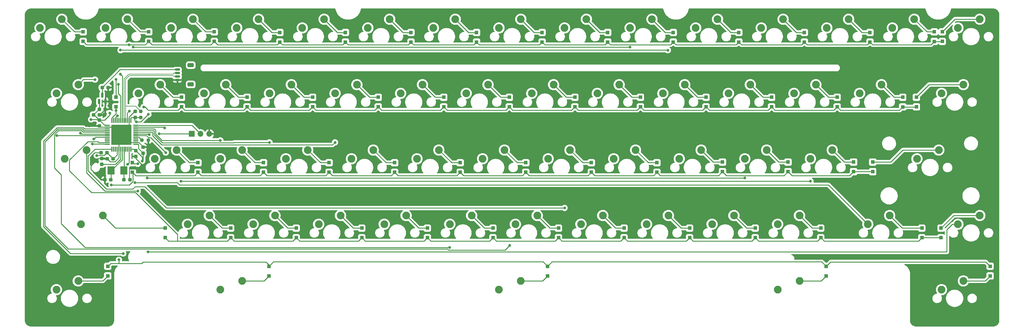
<source format=gbl>
G04 #@! TF.GenerationSoftware,KiCad,Pcbnew,(6.0.1)*
G04 #@! TF.CreationDate,2022-02-20T01:23:07-08:00*
G04 #@! TF.ProjectId,wkl60,776b6c36-302e-46b6-9963-61645f706362,rev?*
G04 #@! TF.SameCoordinates,Original*
G04 #@! TF.FileFunction,Copper,L2,Bot*
G04 #@! TF.FilePolarity,Positive*
%FSLAX46Y46*%
G04 Gerber Fmt 4.6, Leading zero omitted, Abs format (unit mm)*
G04 Created by KiCad (PCBNEW (6.0.1)) date 2022-02-20 01:23:07*
%MOMM*%
%LPD*%
G01*
G04 APERTURE LIST*
G04 Aperture macros list*
%AMRoundRect*
0 Rectangle with rounded corners*
0 $1 Rounding radius*
0 $2 $3 $4 $5 $6 $7 $8 $9 X,Y pos of 4 corners*
0 Add a 4 corners polygon primitive as box body*
4,1,4,$2,$3,$4,$5,$6,$7,$8,$9,$2,$3,0*
0 Add four circle primitives for the rounded corners*
1,1,$1+$1,$2,$3*
1,1,$1+$1,$4,$5*
1,1,$1+$1,$6,$7*
1,1,$1+$1,$8,$9*
0 Add four rect primitives between the rounded corners*
20,1,$1+$1,$2,$3,$4,$5,0*
20,1,$1+$1,$4,$5,$6,$7,0*
20,1,$1+$1,$6,$7,$8,$9,0*
20,1,$1+$1,$8,$9,$2,$3,0*%
G04 Aperture macros list end*
G04 #@! TA.AperFunction,ComponentPad*
%ADD10C,2.250000*%
G04 #@! TD*
G04 #@! TA.AperFunction,SMDPad,CuDef*
%ADD11RoundRect,0.237500X-0.300000X-0.237500X0.300000X-0.237500X0.300000X0.237500X-0.300000X0.237500X0*%
G04 #@! TD*
G04 #@! TA.AperFunction,SMDPad,CuDef*
%ADD12R,1.100000X1.100000*%
G04 #@! TD*
G04 #@! TA.AperFunction,SMDPad,CuDef*
%ADD13R,2.000000X2.400000*%
G04 #@! TD*
G04 #@! TA.AperFunction,SMDPad,CuDef*
%ADD14RoundRect,0.237500X0.300000X0.237500X-0.300000X0.237500X-0.300000X-0.237500X0.300000X-0.237500X0*%
G04 #@! TD*
G04 #@! TA.AperFunction,SMDPad,CuDef*
%ADD15RoundRect,0.237500X0.237500X-0.300000X0.237500X0.300000X-0.237500X0.300000X-0.237500X-0.300000X0*%
G04 #@! TD*
G04 #@! TA.AperFunction,SMDPad,CuDef*
%ADD16RoundRect,0.150000X-0.625000X0.150000X-0.625000X-0.150000X0.625000X-0.150000X0.625000X0.150000X0*%
G04 #@! TD*
G04 #@! TA.AperFunction,SMDPad,CuDef*
%ADD17RoundRect,0.250000X-0.650000X0.350000X-0.650000X-0.350000X0.650000X-0.350000X0.650000X0.350000X0*%
G04 #@! TD*
G04 #@! TA.AperFunction,SMDPad,CuDef*
%ADD18RoundRect,0.075000X0.075000X-0.662500X0.075000X0.662500X-0.075000X0.662500X-0.075000X-0.662500X0*%
G04 #@! TD*
G04 #@! TA.AperFunction,SMDPad,CuDef*
%ADD19RoundRect,0.075000X0.662500X-0.075000X0.662500X0.075000X-0.662500X0.075000X-0.662500X-0.075000X0*%
G04 #@! TD*
G04 #@! TA.AperFunction,SMDPad,CuDef*
%ADD20RoundRect,0.150000X0.150000X-0.587500X0.150000X0.587500X-0.150000X0.587500X-0.150000X-0.587500X0*%
G04 #@! TD*
G04 #@! TA.AperFunction,SMDPad,CuDef*
%ADD21RoundRect,0.237500X-0.237500X0.300000X-0.237500X-0.300000X0.237500X-0.300000X0.237500X0.300000X0*%
G04 #@! TD*
G04 #@! TA.AperFunction,ComponentPad*
%ADD22R,1.700000X1.700000*%
G04 #@! TD*
G04 #@! TA.AperFunction,ComponentPad*
%ADD23O,1.700000X1.700000*%
G04 #@! TD*
G04 #@! TA.AperFunction,SMDPad,CuDef*
%ADD24RoundRect,0.237500X0.237500X-0.250000X0.237500X0.250000X-0.237500X0.250000X-0.237500X-0.250000X0*%
G04 #@! TD*
G04 #@! TA.AperFunction,SMDPad,CuDef*
%ADD25RoundRect,0.237500X0.250000X0.237500X-0.250000X0.237500X-0.250000X-0.237500X0.250000X-0.237500X0*%
G04 #@! TD*
G04 #@! TA.AperFunction,ViaPad*
%ADD26C,0.800000*%
G04 #@! TD*
G04 #@! TA.AperFunction,Conductor*
%ADD27C,0.250000*%
G04 #@! TD*
G04 #@! TA.AperFunction,Conductor*
%ADD28C,0.200000*%
G04 #@! TD*
G04 APERTURE END LIST*
D10*
X261355042Y-107905000D03*
X267705042Y-105365000D03*
X70855042Y-107905000D03*
X77205042Y-105365000D03*
X75617542Y-184105000D03*
X81967542Y-181565000D03*
X113717542Y-165055000D03*
X120067542Y-162515000D03*
X123242542Y-184105000D03*
X129592542Y-181565000D03*
X185155042Y-107905000D03*
X191505042Y-105365000D03*
X299455042Y-107905000D03*
X305805042Y-105365000D03*
X218492542Y-146005000D03*
X224842542Y-143465000D03*
X161342542Y-146005000D03*
X167692542Y-143465000D03*
X204205042Y-184105000D03*
X210555042Y-181565000D03*
X128005042Y-107905000D03*
X134355042Y-105365000D03*
X170867542Y-165055000D03*
X177217542Y-162515000D03*
X104192542Y-146005000D03*
X110542542Y-143465000D03*
X108955042Y-107905000D03*
X115305042Y-105365000D03*
X199442542Y-146005000D03*
X205792542Y-143465000D03*
X147055042Y-107905000D03*
X153405042Y-105365000D03*
X247067542Y-165055000D03*
X253417542Y-162515000D03*
X289930042Y-126955000D03*
X296280042Y-124415000D03*
X337555042Y-107905000D03*
X343905042Y-105365000D03*
X137530042Y-126955000D03*
X143880042Y-124415000D03*
X194680042Y-126955000D03*
X201030042Y-124415000D03*
X280405042Y-107905000D03*
X286755042Y-105365000D03*
X337555042Y-165055000D03*
X343905042Y-162515000D03*
X285167542Y-165055000D03*
X291517542Y-162515000D03*
X294692542Y-146005000D03*
X301042542Y-143465000D03*
X228017542Y-165055000D03*
X234367542Y-162515000D03*
X285167542Y-184105000D03*
X291517542Y-181565000D03*
X311361292Y-165055000D03*
X317711292Y-162515000D03*
X208967542Y-165055000D03*
X215317542Y-162515000D03*
X123242542Y-146005000D03*
X129592542Y-143465000D03*
X332792542Y-184105000D03*
X339142542Y-181565000D03*
X118480042Y-126955000D03*
X124830042Y-124415000D03*
X213730042Y-126955000D03*
X220080042Y-124415000D03*
X180392542Y-146005000D03*
X186742542Y-143465000D03*
X318505042Y-107905000D03*
X324855042Y-105365000D03*
X151817542Y-165055000D03*
X158167542Y-162515000D03*
X266117542Y-165055000D03*
X272467542Y-162515000D03*
X204205042Y-107905000D03*
X210555042Y-105365000D03*
X142292542Y-146005000D03*
X148642542Y-143465000D03*
X223255042Y-107905000D03*
X229605042Y-105365000D03*
X99430042Y-126955000D03*
X105780042Y-124415000D03*
X308980042Y-126955000D03*
X315330042Y-124415000D03*
X237542542Y-146005000D03*
X243892542Y-143465000D03*
X77998792Y-146005000D03*
X84348792Y-143465000D03*
X82761292Y-165055000D03*
X89111292Y-162515000D03*
X75617542Y-126955000D03*
X81967542Y-124415000D03*
X270880042Y-126955000D03*
X277230042Y-124415000D03*
X251830042Y-126955000D03*
X258180042Y-124415000D03*
X275642542Y-146005000D03*
X281992542Y-143465000D03*
X89905042Y-107905000D03*
X96255042Y-105365000D03*
X175630042Y-126955000D03*
X181980042Y-124415000D03*
X189917542Y-165055000D03*
X196267542Y-162515000D03*
X256592542Y-146005000D03*
X262942542Y-143465000D03*
X166105042Y-107905000D03*
X172455042Y-105365000D03*
X332792542Y-126955000D03*
X339142542Y-124415000D03*
X132767542Y-165055000D03*
X139117542Y-162515000D03*
X232780042Y-126955000D03*
X239130042Y-124415000D03*
X156580042Y-126955000D03*
X162930042Y-124415000D03*
X242305042Y-107905000D03*
X248655042Y-105365000D03*
X325648792Y-146005000D03*
X331998792Y-143465000D03*
D11*
X88620042Y-144220000D03*
X90345042Y-144220000D03*
D12*
X211983792Y-149945000D03*
X211983792Y-147145000D03*
X278658792Y-168995000D03*
X278658792Y-166195000D03*
X264371292Y-130895000D03*
X264371292Y-128095000D03*
D13*
X91507542Y-149420000D03*
X95207542Y-149420000D03*
D12*
X292946292Y-112032500D03*
X292946292Y-109232500D03*
X254846292Y-112032500D03*
X254846292Y-109232500D03*
X299296292Y-177307500D03*
X299296292Y-180107500D03*
X332633792Y-168995000D03*
X332633792Y-166195000D03*
X154833792Y-149945000D03*
X154833792Y-147145000D03*
X273896292Y-112032500D03*
X273896292Y-109232500D03*
X137371292Y-177307500D03*
X137371292Y-180107500D03*
D11*
X95245042Y-152145000D03*
X96970042Y-152145000D03*
D12*
X192933792Y-149945000D03*
X192933792Y-147145000D03*
X216746292Y-112032500D03*
X216746292Y-109232500D03*
X207221292Y-130895000D03*
X207221292Y-128095000D03*
D14*
X91420042Y-152120000D03*
X89695042Y-152120000D03*
D12*
X202458792Y-168995000D03*
X202458792Y-166195000D03*
X226271292Y-130895000D03*
X226271292Y-128095000D03*
D15*
X98692542Y-145357500D03*
X98692542Y-143632500D03*
D12*
X240558792Y-168995000D03*
X240558792Y-166195000D03*
X325490042Y-130886250D03*
X325490042Y-128086250D03*
D15*
X88138792Y-136438750D03*
X88138792Y-134713750D03*
D12*
X283421292Y-130895000D03*
X283421292Y-128095000D03*
X297708792Y-168995000D03*
X297708792Y-166195000D03*
X259608792Y-168995000D03*
X259608792Y-166195000D03*
X321521292Y-130896250D03*
X321521292Y-128096250D03*
X183408792Y-168995000D03*
X183408792Y-166195000D03*
X90540042Y-177307500D03*
X90540042Y-180107500D03*
X221508792Y-168995000D03*
X221508792Y-166195000D03*
X245321292Y-130895000D03*
X245321292Y-128095000D03*
X116733792Y-149945000D03*
X116733792Y-147145000D03*
X188171292Y-130895000D03*
X188171292Y-128095000D03*
X92921292Y-130895000D03*
X92921292Y-128095000D03*
X311996292Y-112032500D03*
X311996292Y-109232500D03*
X121496292Y-111845000D03*
X121496292Y-109045000D03*
X150071292Y-130895000D03*
X150071292Y-128095000D03*
X97683792Y-149945000D03*
X97683792Y-147145000D03*
X83396292Y-111845000D03*
X83396292Y-109045000D03*
X333003792Y-111838750D03*
X333003792Y-109038750D03*
D16*
X110765042Y-120057500D03*
X110765042Y-121057500D03*
X110765042Y-122057500D03*
X110765042Y-123057500D03*
D17*
X114640042Y-118757500D03*
X114640042Y-124357500D03*
D12*
X145308792Y-168995000D03*
X145308792Y-166195000D03*
X197696292Y-112032500D03*
X197696292Y-109232500D03*
X173883792Y-149945000D03*
X173883792Y-147145000D03*
X302471292Y-130895000D03*
X302471292Y-128095000D03*
D18*
X97258792Y-143182500D03*
X96758792Y-143182500D03*
X96258792Y-143182500D03*
X95758792Y-143182500D03*
X95258792Y-143182500D03*
X94758792Y-143182500D03*
X94258792Y-143182500D03*
X93758792Y-143182500D03*
X93258792Y-143182500D03*
X92758792Y-143182500D03*
X92258792Y-143182500D03*
X91758792Y-143182500D03*
D19*
X90346292Y-141770000D03*
X90346292Y-141270000D03*
X90346292Y-140770000D03*
X90346292Y-140270000D03*
X90346292Y-139770000D03*
X90346292Y-139270000D03*
X90346292Y-138770000D03*
X90346292Y-138270000D03*
X90346292Y-137770000D03*
X90346292Y-137270000D03*
X90346292Y-136770000D03*
X90346292Y-136270000D03*
D18*
X91758792Y-134857500D03*
X92258792Y-134857500D03*
X92758792Y-134857500D03*
X93258792Y-134857500D03*
X93758792Y-134857500D03*
X94258792Y-134857500D03*
X94758792Y-134857500D03*
X95258792Y-134857500D03*
X95758792Y-134857500D03*
X96258792Y-134857500D03*
X96758792Y-134857500D03*
X97258792Y-134857500D03*
D19*
X98671292Y-136270000D03*
X98671292Y-136770000D03*
X98671292Y-137270000D03*
X98671292Y-137770000D03*
X98671292Y-138270000D03*
X98671292Y-138770000D03*
X98671292Y-139270000D03*
X98671292Y-139770000D03*
X98671292Y-140270000D03*
X98671292Y-140770000D03*
X98671292Y-141270000D03*
X98671292Y-141770000D03*
D14*
X88095042Y-133195000D03*
X86370042Y-133195000D03*
D12*
X140546292Y-112032500D03*
X140546292Y-109232500D03*
X135783792Y-149945000D03*
X135783792Y-147145000D03*
X312790042Y-149746250D03*
X312790042Y-146946250D03*
X169121292Y-130895000D03*
X169121292Y-128095000D03*
D20*
X89882542Y-129370000D03*
X87982542Y-129370000D03*
X88932542Y-127495000D03*
D12*
X102446292Y-111845000D03*
X102446292Y-109045000D03*
X346921292Y-177307500D03*
X346921292Y-180107500D03*
D21*
X100838792Y-142651250D03*
X100838792Y-144376250D03*
D12*
X330693792Y-111846250D03*
X330693792Y-109046250D03*
X131021292Y-130895000D03*
X131021292Y-128095000D03*
D22*
X114982542Y-138751250D03*
D23*
X117522542Y-138751250D03*
X120062542Y-138751250D03*
D15*
X88795042Y-147607500D03*
X88795042Y-145882500D03*
D12*
X327077542Y-168995000D03*
X327077542Y-166195000D03*
X231033792Y-149945000D03*
X231033792Y-147145000D03*
D24*
X100107542Y-134020000D03*
X100107542Y-132195000D03*
D12*
X107208792Y-168995000D03*
X107208792Y-166195000D03*
X178646292Y-112032500D03*
X178646292Y-109232500D03*
X126258792Y-168995000D03*
X126258792Y-166195000D03*
D11*
X90395042Y-146020000D03*
X92120042Y-146020000D03*
D12*
X235796292Y-112032500D03*
X235796292Y-109232500D03*
D25*
X102307542Y-140595000D03*
X100482542Y-140595000D03*
D11*
X88070042Y-131607500D03*
X89795042Y-131607500D03*
D12*
X111971292Y-130895000D03*
X111971292Y-128095000D03*
X164358792Y-168995000D03*
X164358792Y-166195000D03*
X307233792Y-149756250D03*
X307233792Y-146956250D03*
X288183792Y-149757500D03*
X288183792Y-146957500D03*
X250083792Y-149945000D03*
X250083792Y-147145000D03*
X159596292Y-112032500D03*
X159596292Y-109232500D03*
D11*
X88932542Y-125257500D03*
X90657542Y-125257500D03*
D12*
X218333792Y-177307500D03*
X218333792Y-180107500D03*
D21*
X98482542Y-132245000D03*
X98482542Y-133970000D03*
D12*
X269133792Y-149757500D03*
X269133792Y-146957500D03*
D26*
X89682542Y-133420000D03*
X85157542Y-136445000D03*
X94488792Y-138751250D03*
X100742542Y-149125000D03*
X102332542Y-133095000D03*
X85682542Y-134545000D03*
X100532542Y-146645000D03*
X91132542Y-132695000D03*
X87332542Y-145045000D03*
X98832542Y-135295000D03*
X96764121Y-112813421D03*
X93352963Y-133485421D03*
X100932542Y-130945000D03*
X92921292Y-131970500D03*
X92921292Y-122896250D03*
X86832542Y-122945000D03*
X86507542Y-140270989D03*
X91607542Y-153620000D03*
X99251292Y-147482500D03*
X99251292Y-155420000D03*
X86057542Y-141720000D03*
X93782542Y-175420000D03*
X96782542Y-132145000D03*
X105432542Y-138745000D03*
X75752542Y-139275000D03*
X82582542Y-138550500D03*
X107070521Y-136994500D03*
X123242542Y-140635000D03*
X137530042Y-141242500D03*
X156580042Y-141242500D03*
X189872542Y-171835000D03*
X207275000Y-171275000D03*
X223285042Y-160322500D03*
X97952542Y-113537921D03*
X242305042Y-113537921D03*
X93645792Y-124357299D03*
X94232542Y-114385000D03*
X94192542Y-121405000D03*
X253268297Y-114400755D03*
X102002542Y-151637921D03*
X102546405Y-138994500D03*
X275642542Y-151637921D03*
X107392542Y-144205000D03*
X111772542Y-152495000D03*
X294712542Y-152555000D03*
X96340654Y-147635463D03*
X98458132Y-152979903D03*
X95032542Y-173575000D03*
X102232542Y-173125000D03*
D27*
X88932542Y-125257500D02*
X94132542Y-120057500D01*
X94132542Y-120057500D02*
X110765042Y-120057500D01*
X88932542Y-127495000D02*
X88932542Y-125257500D01*
X89682542Y-133420000D02*
X88320042Y-133420000D01*
X88795042Y-145882500D02*
X87784201Y-145882500D01*
X96758792Y-133818750D02*
X96758792Y-134857500D01*
X85639271Y-149062570D02*
X88696701Y-152120000D01*
X98692542Y-145357500D02*
X98692542Y-145899136D01*
X96809281Y-151984239D02*
X96970042Y-152145000D01*
X100572542Y-148955000D02*
X100742542Y-149125000D01*
X93784272Y-143943270D02*
X93784272Y-145688086D01*
X88620042Y-144220000D02*
X86757542Y-144220000D01*
X91194562Y-146819520D02*
X90395042Y-146020000D01*
X85639271Y-148027430D02*
X85639271Y-148226729D01*
X96758792Y-136481250D02*
X96758792Y-134857500D01*
X88320042Y-133420000D02*
X88095042Y-133195000D01*
X93758792Y-139481250D02*
X94488792Y-138751250D01*
X94488792Y-138751250D02*
X92507542Y-136770000D01*
X92652838Y-146819520D02*
X91194562Y-146819520D01*
X85639271Y-145338271D02*
X85639271Y-148226729D01*
X88470042Y-136770000D02*
X90346292Y-136770000D01*
X99593259Y-141270000D02*
X100838792Y-142515533D01*
X98332542Y-132245000D02*
X96758792Y-133818750D01*
X96809281Y-149070489D02*
X96924770Y-148955000D01*
X86757542Y-144220000D02*
X85639271Y-145338271D01*
X93784272Y-145688086D02*
X92652838Y-146819520D01*
X85163792Y-136438750D02*
X85157542Y-136445000D01*
X88138792Y-136438750D02*
X85163792Y-136438750D01*
X94488792Y-138751250D02*
X96758792Y-136481250D01*
X92507542Y-136770000D02*
X90346292Y-136770000D01*
X85639271Y-148226729D02*
X85639271Y-149062570D01*
X98671292Y-141270000D02*
X97007542Y-141270000D01*
X100838792Y-142515533D02*
X100838792Y-142651250D01*
X88696701Y-152120000D02*
X89695042Y-152120000D01*
X97007542Y-141270000D02*
X94488792Y-138751250D01*
X88207542Y-133195000D02*
X89795042Y-131607500D01*
X100742542Y-147949136D02*
X100742542Y-149125000D01*
X98671292Y-141270000D02*
X99593259Y-141270000D01*
X96924770Y-148955000D02*
X100572542Y-148955000D01*
X98692542Y-145899136D02*
X100742542Y-147949136D01*
X87784201Y-145882500D02*
X85639271Y-148027430D01*
X96809281Y-151984239D02*
X96809281Y-149070489D01*
X88138792Y-133263750D02*
X88070042Y-133195000D01*
X93758792Y-143182500D02*
X93758792Y-139481250D01*
X91507542Y-149420000D02*
X91507542Y-152032500D01*
X94758792Y-146232316D02*
X91571108Y-149420000D01*
X91571108Y-149420000D02*
X91507542Y-149420000D01*
X94758792Y-143182500D02*
X94758792Y-146232316D01*
X91507542Y-152032500D02*
X91420042Y-152120000D01*
X95207542Y-149420000D02*
X95207542Y-152107500D01*
X95258792Y-143182500D02*
X95258792Y-149368750D01*
X95207542Y-152107500D02*
X95245042Y-152145000D01*
X95258792Y-149368750D02*
X95207542Y-149420000D01*
X94258792Y-143182500D02*
X94258792Y-146094816D01*
X94258792Y-146094816D02*
X92746108Y-147607500D01*
X92746108Y-147607500D02*
X88795042Y-147607500D01*
X89695042Y-136270000D02*
X88138792Y-134713750D01*
X91132542Y-132695000D02*
X91132542Y-133189816D01*
X100132542Y-135295000D02*
X102332542Y-133095000D01*
X100838792Y-146338750D02*
X100532542Y-146645000D01*
X88070042Y-131607500D02*
X88070042Y-129457500D01*
X97258792Y-133971250D02*
X97260042Y-133970000D01*
X97258792Y-143182500D02*
X98242542Y-143182500D01*
X98832542Y-135295000D02*
X100132542Y-135295000D01*
X87957542Y-131607500D02*
X86370042Y-133195000D01*
X90345042Y-144220000D02*
X90345042Y-144245000D01*
X98242542Y-143182500D02*
X98692542Y-143632500D01*
X86620042Y-133195000D02*
X88138792Y-134713750D01*
X100107542Y-134020000D02*
X98382542Y-134020000D01*
X99457542Y-141770000D02*
X99457542Y-142995000D01*
X87970042Y-134545000D02*
X88138792Y-134713750D01*
X99457542Y-142995000D02*
X100838792Y-144376250D01*
X100532542Y-145472500D02*
X100532542Y-146645000D01*
X85682542Y-134545000D02*
X87970042Y-134545000D01*
X97258792Y-134857500D02*
X97258792Y-133971250D01*
X90345042Y-144245000D02*
X92120042Y-146020000D01*
X88070042Y-131607500D02*
X87957542Y-131607500D01*
X88070042Y-129457500D02*
X87982542Y-129370000D01*
X89608608Y-134713750D02*
X88138792Y-134713750D01*
X98332542Y-133970000D02*
X98332542Y-134628744D01*
X90345042Y-144220000D02*
X89545522Y-145019520D01*
X92120042Y-146020000D02*
X93258792Y-144881250D01*
X98332542Y-134628744D02*
X98332542Y-134795000D01*
X91132542Y-133189816D02*
X89608608Y-134713750D01*
X98671292Y-141770000D02*
X99457542Y-141770000D01*
X100838792Y-144376250D02*
X100838792Y-146338750D01*
X93258792Y-144881250D02*
X93258792Y-143182500D01*
X90346292Y-136270000D02*
X89695042Y-136270000D01*
X97260042Y-133970000D02*
X98332542Y-133970000D01*
X98332542Y-134795000D02*
X98832542Y-135295000D01*
X98382542Y-134020000D02*
X98332542Y-133970000D01*
X86370042Y-133195000D02*
X86620042Y-133195000D01*
X89545522Y-145019520D02*
X87358022Y-145019520D01*
X98692542Y-143632500D02*
X100532542Y-145472500D01*
X120527871Y-112813421D02*
X121496292Y-111845000D01*
X159596292Y-112032500D02*
X158815371Y-112813421D01*
X196915371Y-112813421D02*
X197696292Y-112032500D01*
X235015371Y-112813421D02*
X235796292Y-112032500D01*
X274677213Y-112813421D02*
X273896292Y-112032500D01*
X216746292Y-112032500D02*
X217527213Y-112813421D01*
X93242542Y-133555000D02*
X93312121Y-133485421D01*
X160377213Y-112813421D02*
X177865371Y-112813421D01*
X312777213Y-112813421D02*
X329726621Y-112813421D01*
X292946292Y-112032500D02*
X293727213Y-112813421D01*
X121496292Y-111845000D02*
X122464713Y-112813421D01*
X141327213Y-112813421D02*
X140546292Y-112032500D01*
X332996292Y-111846250D02*
X333003792Y-111838750D01*
X92758792Y-134857500D02*
X92758792Y-134038750D01*
X293727213Y-112813421D02*
X311215371Y-112813421D01*
X292946292Y-112032500D02*
X292165371Y-112813421D01*
X198477213Y-112813421D02*
X215965371Y-112813421D01*
X103414713Y-112813421D02*
X120527871Y-112813421D01*
X254846292Y-112032500D02*
X254065371Y-112813421D01*
X101477871Y-112813421D02*
X102446292Y-111845000D01*
X197696292Y-112032500D02*
X198477213Y-112813421D01*
X217527213Y-112813421D02*
X235015371Y-112813421D01*
X83396292Y-111845000D02*
X84364713Y-112813421D01*
X254065371Y-112813421D02*
X236577213Y-112813421D01*
X292165371Y-112813421D02*
X274677213Y-112813421D01*
X102446292Y-111845000D02*
X103414713Y-112813421D01*
X330693792Y-111846250D02*
X332996292Y-111846250D01*
X273115371Y-112813421D02*
X273896292Y-112032500D01*
X158815371Y-112813421D02*
X141327213Y-112813421D01*
X178646292Y-112032500D02*
X179427213Y-112813421D01*
X122464713Y-112813421D02*
X139765371Y-112813421D01*
X255627213Y-112813421D02*
X273115371Y-112813421D01*
X139765371Y-112813421D02*
X140546292Y-112032500D01*
X92758792Y-134038750D02*
X93242542Y-133555000D01*
X311996292Y-112032500D02*
X312777213Y-112813421D01*
X329726621Y-112813421D02*
X330693792Y-111846250D01*
X84364713Y-112813421D02*
X101477871Y-112813421D01*
X236577213Y-112813421D02*
X235796292Y-112032500D01*
X179427213Y-112813421D02*
X196915371Y-112813421D01*
X159596292Y-112032500D02*
X160377213Y-112813421D01*
X177865371Y-112813421D02*
X178646292Y-112032500D01*
X93312121Y-133485421D02*
X93352963Y-133485421D01*
X215965371Y-112813421D02*
X216746292Y-112032500D01*
X311215371Y-112813421D02*
X311996292Y-112032500D01*
X254846292Y-112032500D02*
X255627213Y-112813421D01*
X80885042Y-109045000D02*
X83396292Y-109045000D01*
X77205042Y-105365000D02*
X80885042Y-109045000D01*
X225302871Y-131863421D02*
X208189713Y-131863421D01*
X302471292Y-130895000D02*
X301502871Y-131863421D01*
X263402871Y-131863421D02*
X264371292Y-130895000D01*
X151039713Y-131863421D02*
X150071292Y-130895000D01*
X244352871Y-131863421D02*
X227239713Y-131863421D01*
X188171292Y-130895000D02*
X187202871Y-131863421D01*
X92921292Y-131893750D02*
X92921292Y-130895000D01*
X321521292Y-130896250D02*
X320554121Y-131863421D01*
X170089713Y-131863421D02*
X169121292Y-130895000D01*
X169121292Y-130895000D02*
X168152871Y-131863421D01*
X303439713Y-131863421D02*
X302471292Y-130895000D01*
X92921292Y-131893750D02*
X92921292Y-131970500D01*
X150071292Y-130895000D02*
X149102871Y-131863421D01*
X102259009Y-131863421D02*
X111002871Y-131863421D01*
X111002871Y-131863421D02*
X111971292Y-130895000D01*
X101290588Y-130895000D02*
X102136565Y-131740977D01*
X325480042Y-130896250D02*
X325490042Y-130886250D01*
X100932542Y-130945000D02*
X101340588Y-130945000D01*
X246289713Y-131863421D02*
X263402871Y-131863421D01*
X102136565Y-131740977D02*
X102259009Y-131863421D01*
X207221292Y-130895000D02*
X206252871Y-131863421D01*
X284389713Y-131863421D02*
X283421292Y-130895000D01*
X282452871Y-131863421D02*
X265339713Y-131863421D01*
X92921292Y-132892494D02*
X92921292Y-131893750D01*
X91758792Y-134054994D02*
X92921292Y-132892494D01*
X168152871Y-131863421D02*
X151039713Y-131863421D01*
X187202871Y-131863421D02*
X170089713Y-131863421D01*
X206252871Y-131863421D02*
X189139713Y-131863421D01*
X227239713Y-131863421D02*
X226271292Y-130895000D01*
X265339713Y-131863421D02*
X264371292Y-130895000D01*
X91758792Y-134857500D02*
X91758792Y-134054994D01*
X321521292Y-130896250D02*
X325480042Y-130896250D01*
X131989713Y-131863421D02*
X131021292Y-130895000D01*
X112939713Y-131863421D02*
X111971292Y-130895000D01*
X130052871Y-131863421D02*
X112939713Y-131863421D01*
X208189713Y-131863421D02*
X207221292Y-130895000D01*
X189139713Y-131863421D02*
X188171292Y-130895000D01*
X245321292Y-130895000D02*
X244352871Y-131863421D01*
X131021292Y-130895000D02*
X130052871Y-131863421D01*
X226271292Y-130895000D02*
X225302871Y-131863421D01*
X101340588Y-130945000D02*
X102136565Y-131740977D01*
X320554121Y-131863421D02*
X303439713Y-131863421D01*
X245321292Y-130895000D02*
X246289713Y-131863421D01*
X149102871Y-131863421D02*
X131989713Y-131863421D01*
X283421292Y-130895000D02*
X282452871Y-131863421D01*
X301502871Y-131863421D02*
X284389713Y-131863421D01*
X83486292Y-122896250D02*
X86783792Y-122896250D01*
X83486292Y-122896250D02*
X81967542Y-124415000D01*
X92921292Y-128095000D02*
X92921292Y-122896250D01*
X86783792Y-122896250D02*
X86832542Y-122945000D01*
X267977871Y-150913421D02*
X269133792Y-149757500D01*
X172915371Y-150913421D02*
X173883792Y-149945000D01*
X134815371Y-150913421D02*
X135783792Y-149945000D01*
X191965371Y-150913421D02*
X192933792Y-149945000D01*
X289339713Y-150913421D02*
X288183792Y-149757500D01*
X193902213Y-150913421D02*
X211015371Y-150913421D01*
X97683792Y-149945000D02*
X98652213Y-150913421D01*
X87008531Y-139770000D02*
X86507542Y-140270989D01*
X312780042Y-149756250D02*
X312790042Y-149746250D01*
X251052213Y-150913421D02*
X267977871Y-150913421D01*
X90346292Y-139770000D02*
X87008531Y-139770000D01*
X230065371Y-150913421D02*
X231033792Y-149945000D01*
X307233792Y-149756250D02*
X312780042Y-149756250D01*
X232002213Y-150913421D02*
X249115371Y-150913421D01*
X287027871Y-150913421D02*
X288183792Y-149757500D01*
X174852213Y-150913421D02*
X191965371Y-150913421D01*
X116733792Y-149945000D02*
X117702213Y-150913421D01*
X307233792Y-149756250D02*
X306076621Y-150913421D01*
X250083792Y-149945000D02*
X251052213Y-150913421D01*
X115765371Y-150913421D02*
X116733792Y-149945000D01*
X173883792Y-149945000D02*
X174852213Y-150913421D01*
X270289713Y-150913421D02*
X287027871Y-150913421D01*
X135783792Y-149945000D02*
X136752213Y-150913421D01*
X306076621Y-150913421D02*
X289339713Y-150913421D01*
X136752213Y-150913421D02*
X153865371Y-150913421D01*
X154833792Y-149945000D02*
X155802213Y-150913421D01*
X96827358Y-153620000D02*
X91607542Y-153620000D01*
X153865371Y-150913421D02*
X154833792Y-149945000D01*
X98652213Y-150913421D02*
X115765371Y-150913421D01*
X269133792Y-149757500D02*
X270289713Y-150913421D01*
X192933792Y-149945000D02*
X193902213Y-150913421D01*
X97683792Y-149945000D02*
X97832062Y-150093270D01*
X231033792Y-149945000D02*
X232002213Y-150913421D01*
X211015371Y-150913421D02*
X211983792Y-149945000D01*
X117702213Y-150913421D02*
X134815371Y-150913421D01*
X212952213Y-150913421D02*
X230065371Y-150913421D01*
X97832062Y-150093270D02*
X97832062Y-152615296D01*
X97832062Y-152615296D02*
X96827358Y-153620000D01*
X249115371Y-150913421D02*
X250083792Y-149945000D01*
X211983792Y-149945000D02*
X212952213Y-150913421D01*
X155802213Y-150913421D02*
X172915371Y-150913421D01*
X99251292Y-147482500D02*
X98021292Y-147482500D01*
X84348792Y-143465000D02*
X84348792Y-150042500D01*
X89726292Y-155420000D02*
X99251292Y-155420000D01*
X84348792Y-150042500D02*
X89726292Y-155420000D01*
X98021292Y-147482500D02*
X97683792Y-147145000D01*
X86057542Y-141720000D02*
X89532542Y-141720000D01*
X346921292Y-177307500D02*
X345671292Y-176057500D01*
X91369021Y-176478521D02*
X90540042Y-177307500D01*
X218333792Y-177307500D02*
X217047871Y-176021579D01*
X299296292Y-177307500D02*
X298010371Y-176021579D01*
X100417771Y-176478521D02*
X93616063Y-176478521D01*
X138657213Y-176021579D02*
X137371292Y-177307500D01*
X217047871Y-176021579D02*
X138657213Y-176021579D01*
X93616063Y-176478521D02*
X91369021Y-176478521D01*
X100838792Y-176057500D02*
X100417771Y-176478521D01*
X137371292Y-177307500D02*
X137371292Y-176871250D01*
X93782542Y-176312042D02*
X93782542Y-175420000D01*
X136557542Y-176057500D02*
X100838792Y-176057500D01*
X345671292Y-176057500D02*
X300546292Y-176057500D01*
X93616063Y-176478521D02*
X93782542Y-176312042D01*
X137371292Y-176871250D02*
X136557542Y-176057500D01*
X219619713Y-176021579D02*
X218333792Y-177307500D01*
X298010371Y-176021579D02*
X219619713Y-176021579D01*
X89532542Y-141720000D02*
X89557542Y-141745000D01*
X300546292Y-176057500D02*
X299296292Y-177307500D01*
X81967542Y-181565000D02*
X89082542Y-181565000D01*
X89082542Y-181565000D02*
X90540042Y-180107500D01*
X99935042Y-109045000D02*
X102446292Y-109045000D01*
X96255042Y-105365000D02*
X99935042Y-109045000D01*
X298677213Y-169963421D02*
X326109121Y-169963421D01*
X297708792Y-168995000D02*
X298677213Y-169963421D01*
X326109121Y-169963421D02*
X327077542Y-168995000D01*
X110800963Y-169963421D02*
X110800963Y-168038149D01*
X79407542Y-146356331D02*
X84768384Y-140995489D01*
X144340371Y-169963421D02*
X145308792Y-168995000D01*
X202458792Y-168995000D02*
X201490371Y-169963421D01*
X203427213Y-169963421D02*
X220540371Y-169963421D01*
X145308792Y-168995000D02*
X146277213Y-169963421D01*
X202458792Y-168995000D02*
X203427213Y-169963421D01*
X87957542Y-141270480D02*
X89607542Y-141270480D01*
X260577213Y-169963421D02*
X277690371Y-169963421D01*
X241527213Y-169963421D02*
X258640371Y-169963421D01*
X125290371Y-169963421D02*
X126258792Y-168995000D01*
X279627213Y-169963421D02*
X296740371Y-169963421D01*
X239590371Y-169963421D02*
X222477213Y-169963421D01*
X165327213Y-169963421D02*
X182440371Y-169963421D01*
X84768384Y-140995489D02*
X87682551Y-140995489D01*
X79407542Y-149493204D02*
X79407542Y-146356331D01*
X277690371Y-169963421D02*
X278658792Y-168995000D01*
X163390371Y-169963421D02*
X164358792Y-168995000D01*
X240558792Y-168995000D02*
X241527213Y-169963421D01*
X184377213Y-169963421D02*
X183408792Y-168995000D01*
X127227213Y-169963421D02*
X144340371Y-169963421D01*
X278658792Y-168995000D02*
X279627213Y-169963421D01*
X220540371Y-169963421D02*
X221508792Y-168995000D01*
X126258792Y-168995000D02*
X127227213Y-169963421D01*
X85783858Y-155869520D02*
X79407542Y-149493204D01*
X110800963Y-168038149D02*
X98632334Y-155869520D01*
X258640371Y-169963421D02*
X259608792Y-168995000D01*
X107208792Y-168995000D02*
X108177213Y-169963421D01*
X146277213Y-169963421D02*
X163390371Y-169963421D01*
X108177213Y-169963421D02*
X110800963Y-169963421D01*
X182440371Y-169963421D02*
X183408792Y-168995000D01*
X296740371Y-169963421D02*
X297708792Y-168995000D01*
X332633792Y-168995000D02*
X327077542Y-168995000D01*
X222477213Y-169963421D02*
X221508792Y-168995000D01*
X98632334Y-155869520D02*
X85783858Y-155869520D01*
X164358792Y-168995000D02*
X165327213Y-169963421D01*
X110800963Y-169963421D02*
X125290371Y-169963421D01*
X259608792Y-168995000D02*
X260577213Y-169963421D01*
X201490371Y-169963421D02*
X184377213Y-169963421D01*
X240558792Y-168995000D02*
X239590371Y-169963421D01*
X87682551Y-140995489D02*
X87957542Y-141270480D01*
X92791292Y-166195000D02*
X89111292Y-162515000D01*
X107208792Y-166195000D02*
X92791292Y-166195000D01*
X115305042Y-105365000D02*
X118985042Y-109045000D01*
X118985042Y-109045000D02*
X121496292Y-109045000D01*
X111971292Y-128095000D02*
X109460042Y-128095000D01*
X109460042Y-128095000D02*
X105780042Y-124415000D01*
X114222542Y-147145000D02*
X110542542Y-143465000D01*
X116733792Y-147145000D02*
X114222542Y-147145000D01*
X123747542Y-166195000D02*
X120067542Y-162515000D01*
X126258792Y-166195000D02*
X123747542Y-166195000D01*
X134355042Y-105365000D02*
X138222542Y-109232500D01*
X138222542Y-109232500D02*
X140546292Y-109232500D01*
X128510042Y-128095000D02*
X124830042Y-124415000D01*
X131021292Y-128095000D02*
X128510042Y-128095000D01*
X133272542Y-147145000D02*
X129592542Y-143465000D01*
X135783792Y-147145000D02*
X133272542Y-147145000D01*
X142797542Y-166195000D02*
X139117542Y-162515000D01*
X145308792Y-166195000D02*
X142797542Y-166195000D01*
X129592542Y-181565000D02*
X135913792Y-181565000D01*
X135913792Y-181565000D02*
X137371292Y-180107500D01*
X157272542Y-109232500D02*
X159596292Y-109232500D01*
X153405042Y-105365000D02*
X157272542Y-109232500D01*
X150071292Y-128095000D02*
X147560042Y-128095000D01*
X147560042Y-128095000D02*
X143880042Y-124415000D01*
X154833792Y-147145000D02*
X152322542Y-147145000D01*
X152322542Y-147145000D02*
X148642542Y-143465000D01*
X164358792Y-166195000D02*
X161847542Y-166195000D01*
X161847542Y-166195000D02*
X158167542Y-162515000D01*
X172455042Y-105365000D02*
X176322542Y-109232500D01*
X176322542Y-109232500D02*
X178646292Y-109232500D01*
X166610042Y-128095000D02*
X162930042Y-124415000D01*
X169121292Y-128095000D02*
X166610042Y-128095000D01*
X171372542Y-147145000D02*
X167692542Y-143465000D01*
X173883792Y-147145000D02*
X171372542Y-147145000D01*
X180897542Y-166195000D02*
X177217542Y-162515000D01*
X183408792Y-166195000D02*
X180897542Y-166195000D01*
X191505042Y-105365000D02*
X195372542Y-109232500D01*
X195372542Y-109232500D02*
X197696292Y-109232500D01*
X185660042Y-128095000D02*
X181980042Y-124415000D01*
X188171292Y-128095000D02*
X185660042Y-128095000D01*
X190422542Y-147145000D02*
X186742542Y-143465000D01*
X192933792Y-147145000D02*
X190422542Y-147145000D01*
X199947542Y-166195000D02*
X196267542Y-162515000D01*
X202458792Y-166195000D02*
X199947542Y-166195000D01*
X210555042Y-105365000D02*
X214422542Y-109232500D01*
X214422542Y-109232500D02*
X216746292Y-109232500D01*
X204710042Y-128095000D02*
X201030042Y-124415000D01*
X207221292Y-128095000D02*
X204710042Y-128095000D01*
X209472542Y-147145000D02*
X205792542Y-143465000D01*
X211983792Y-147145000D02*
X209472542Y-147145000D01*
X218997542Y-166195000D02*
X221508792Y-166195000D01*
X215317542Y-162515000D02*
X218997542Y-166195000D01*
X210555042Y-181565000D02*
X216876292Y-181565000D01*
X216876292Y-181565000D02*
X218333792Y-180107500D01*
X233472542Y-109232500D02*
X235796292Y-109232500D01*
X229605042Y-105365000D02*
X233472542Y-109232500D01*
X223760042Y-128095000D02*
X220080042Y-124415000D01*
X226271292Y-128095000D02*
X223760042Y-128095000D01*
X224842542Y-143465000D02*
X228522542Y-147145000D01*
X228522542Y-147145000D02*
X231033792Y-147145000D01*
X240558792Y-166195000D02*
X238047542Y-166195000D01*
X238047542Y-166195000D02*
X234367542Y-162515000D01*
X248655042Y-105365000D02*
X252522542Y-109232500D01*
X252522542Y-109232500D02*
X254846292Y-109232500D01*
X242810042Y-128095000D02*
X239130042Y-124415000D01*
X245321292Y-128095000D02*
X242810042Y-128095000D01*
X250083792Y-147145000D02*
X247572542Y-147145000D01*
X247572542Y-147145000D02*
X243892542Y-143465000D01*
X257097542Y-166195000D02*
X253417542Y-162515000D01*
X259608792Y-166195000D02*
X257097542Y-166195000D01*
X271572542Y-109232500D02*
X273896292Y-109232500D01*
X267705042Y-105365000D02*
X271572542Y-109232500D01*
X261860042Y-128095000D02*
X258180042Y-124415000D01*
X264371292Y-128095000D02*
X261860042Y-128095000D01*
X266435042Y-146957500D02*
X269133792Y-146957500D01*
X262942542Y-143465000D02*
X266435042Y-146957500D01*
X276147542Y-166195000D02*
X272467542Y-162515000D01*
X278658792Y-166195000D02*
X276147542Y-166195000D01*
X290622542Y-109232500D02*
X292946292Y-109232500D01*
X286755042Y-105365000D02*
X290622542Y-109232500D01*
X280910042Y-128095000D02*
X277230042Y-124415000D01*
X283421292Y-128095000D02*
X280910042Y-128095000D01*
X281992542Y-143465000D02*
X285485042Y-146957500D01*
X285485042Y-146957500D02*
X288183792Y-146957500D01*
X291517542Y-162515000D02*
X295197542Y-166195000D01*
X295197542Y-166195000D02*
X297708792Y-166195000D01*
X291517542Y-181565000D02*
X297838792Y-181565000D01*
X297838792Y-181565000D02*
X299296292Y-180107500D01*
X305805042Y-105365000D02*
X309672542Y-109232500D01*
X309672542Y-109232500D02*
X311996292Y-109232500D01*
X302471292Y-128095000D02*
X299960042Y-128095000D01*
X299960042Y-128095000D02*
X296280042Y-124415000D01*
X304533792Y-146956250D02*
X301042542Y-143465000D01*
X307233792Y-146956250D02*
X304533792Y-146956250D01*
X330693792Y-109046250D02*
X328536292Y-109046250D01*
X328536292Y-109046250D02*
X324855042Y-105365000D01*
X319011292Y-128096250D02*
X315330042Y-124415000D01*
X321521292Y-128096250D02*
X319011292Y-128096250D01*
X318068792Y-146946250D02*
X321550042Y-143465000D01*
X321550042Y-143465000D02*
X331998792Y-143465000D01*
X312790042Y-146946250D02*
X318068792Y-146946250D01*
X327077542Y-166195000D02*
X321391292Y-166195000D01*
X321391292Y-166195000D02*
X317711292Y-162515000D01*
X333003792Y-109038750D02*
X336677542Y-105365000D01*
X336677542Y-105365000D02*
X343905042Y-105365000D01*
X329161292Y-124415000D02*
X325490042Y-128086250D01*
X339142542Y-124415000D02*
X329161292Y-124415000D01*
X336313792Y-162515000D02*
X332633792Y-166195000D01*
X343905042Y-162515000D02*
X336313792Y-162515000D01*
X339142542Y-181565000D02*
X345463792Y-181565000D01*
X345463792Y-181565000D02*
X346921292Y-180107500D01*
D28*
X110765042Y-121057500D02*
X109770042Y-121057500D01*
X109770042Y-121057500D02*
X109495043Y-121332499D01*
X95283791Y-134832501D02*
X95283791Y-122725551D01*
X95258792Y-134857500D02*
X95283791Y-134832501D01*
X96676843Y-121332499D02*
X109495043Y-121332499D01*
X95283791Y-122725551D02*
X96676843Y-121332499D01*
X95733793Y-134832501D02*
X95733793Y-130743749D01*
X98632063Y-130719521D02*
X95758021Y-130719521D01*
X95733793Y-130743749D02*
X95733793Y-122911949D01*
X96863241Y-121782501D02*
X109495041Y-121782501D01*
X95758792Y-134857500D02*
X95733793Y-134832501D01*
X110765042Y-122057500D02*
X109770040Y-122057500D01*
X109770040Y-122057500D02*
X109495041Y-121782501D01*
X95733793Y-122911949D02*
X96863241Y-121782501D01*
X100107542Y-132195000D02*
X98632063Y-130719521D01*
X95758021Y-130719521D02*
X95733793Y-130743749D01*
D27*
X105438792Y-138751250D02*
X114982542Y-138751250D01*
X96258792Y-132668750D02*
X96782542Y-132145000D01*
X105432542Y-138745000D02*
X105438792Y-138751250D01*
X96258792Y-134857500D02*
X96258792Y-132668750D01*
X98671292Y-136270000D02*
X115041292Y-136270000D01*
X115041292Y-136270000D02*
X117522542Y-138751250D01*
X90341292Y-139275000D02*
X90346292Y-139270000D01*
X75752542Y-139275000D02*
X90341292Y-139275000D01*
X82827522Y-138795480D02*
X89582542Y-138795480D01*
X82582542Y-138550500D02*
X82827522Y-138795480D01*
X106846021Y-136770000D02*
X107070521Y-136994500D01*
X98671292Y-136770000D02*
X106846021Y-136770000D01*
X98671292Y-137270000D02*
X104077542Y-137270000D01*
X106297928Y-140635000D02*
X104482542Y-138819614D01*
X104482542Y-137675000D02*
X104482542Y-138819614D01*
X104077542Y-137270000D02*
X104482542Y-137675000D01*
X123242542Y-140635000D02*
X106297928Y-140635000D01*
X129765123Y-141242500D02*
X137530042Y-141242500D01*
X106386722Y-141359511D02*
X127128031Y-141359511D01*
X129762623Y-141245000D02*
X129765123Y-141242500D01*
X127128031Y-141359511D02*
X127242542Y-141245000D01*
X98671292Y-137770000D02*
X103937542Y-137770000D01*
X103937542Y-137770000D02*
X104032542Y-137865000D01*
X104032542Y-139005331D02*
X106386722Y-141359511D01*
X127242542Y-141245000D02*
X129762623Y-141245000D01*
X104032542Y-137865000D02*
X104032542Y-139005331D01*
X103562542Y-139349520D02*
X103562542Y-138305000D01*
X103527542Y-138270000D02*
X103562542Y-138305000D01*
X156580042Y-141242500D02*
X155855531Y-141967011D01*
X98671292Y-138270000D02*
X103527542Y-138270000D01*
X155855531Y-141967011D02*
X106180033Y-141967011D01*
X106180033Y-141967011D02*
X103562542Y-139349520D01*
X90331292Y-138255000D02*
X90346292Y-138270000D01*
X189872542Y-171835000D02*
X83964201Y-171835000D01*
X82963531Y-137825989D02*
X83392542Y-138255000D01*
X76176939Y-137825989D02*
X82963531Y-137825989D01*
X75028031Y-148680489D02*
X75028031Y-138974897D01*
X83392542Y-138255000D02*
X90331292Y-138255000D01*
X83964201Y-171835000D02*
X77033463Y-164904262D01*
X75028031Y-138974897D02*
X76176939Y-137825989D01*
X77033463Y-164904262D02*
X77033463Y-150685921D01*
X77033463Y-150685921D02*
X75028031Y-148680489D01*
X75990742Y-137376469D02*
X72296621Y-141070590D01*
X90053022Y-137795480D02*
X83643022Y-137795480D01*
X72296621Y-165519079D02*
X79062062Y-172284520D01*
X79062062Y-172284520D02*
X189297448Y-172284520D01*
X83643022Y-137795480D02*
X83224011Y-137376469D01*
X205990489Y-172559511D02*
X207275000Y-171275000D01*
X83224011Y-137376469D02*
X75990742Y-137376469D01*
X189297448Y-172284520D02*
X189572439Y-172559511D01*
X189572439Y-172559511D02*
X205990489Y-172559511D01*
X72296621Y-141070590D02*
X72296621Y-165519079D01*
X84798312Y-149470770D02*
X84798312Y-145199230D01*
X97772542Y-154845000D02*
X90172542Y-154845000D01*
X107542542Y-160325000D02*
X101342542Y-154125000D01*
X223282542Y-160325000D02*
X107542542Y-160325000D01*
X84798312Y-145199230D02*
X86815042Y-143182500D01*
X90172542Y-154845000D02*
X84798312Y-149470770D01*
X98492542Y-154125000D02*
X97772542Y-154845000D01*
X223285042Y-160322500D02*
X223282542Y-160325000D01*
X86815042Y-143182500D02*
X91758792Y-143182500D01*
X101342542Y-154125000D02*
X98492542Y-154125000D01*
X94258792Y-134857500D02*
X94258792Y-127683478D01*
X94258792Y-127683478D02*
X93645792Y-127070478D01*
X242305042Y-113537921D02*
X97949621Y-113537921D01*
X97949621Y-113537921D02*
X97952542Y-113537921D01*
X93645792Y-127070478D02*
X93645792Y-124357299D01*
X94232542Y-114385000D02*
X253252542Y-114385000D01*
X94758792Y-134857500D02*
X94758792Y-121971250D01*
X94758792Y-121971250D02*
X94192542Y-121405000D01*
X253252542Y-114385000D02*
X253268297Y-114400755D01*
X102321905Y-138770000D02*
X102546405Y-138994500D01*
X98671292Y-138770000D02*
X102321905Y-138770000D01*
X102002542Y-151637921D02*
X275642542Y-151637921D01*
X107392542Y-144204118D02*
X107392542Y-144205000D01*
X102322771Y-139795480D02*
X102983904Y-139795480D01*
X101797291Y-139270000D02*
X102322771Y-139795480D01*
X111772542Y-152495000D02*
X294652542Y-152495000D01*
X102983904Y-139795480D02*
X103572983Y-140384559D01*
X98671292Y-139270000D02*
X101797291Y-139270000D01*
X103572983Y-140384559D02*
X107392542Y-144204118D01*
X294652542Y-152495000D02*
X294712542Y-152555000D01*
X96758792Y-143182500D02*
X96758792Y-147217325D01*
X299921292Y-153615000D02*
X311361292Y-165055000D01*
X96758792Y-147217325D02*
X96340654Y-147635463D01*
X111402542Y-153615000D02*
X299921292Y-153615000D01*
X98458132Y-152979903D02*
X110767445Y-152979903D01*
X110767445Y-152979903D02*
X111402542Y-153615000D01*
X75790593Y-136926949D02*
X83410209Y-136926949D01*
X83410209Y-136926949D02*
X83784030Y-137300770D01*
X79712542Y-173575000D02*
X71842542Y-165705000D01*
X83784030Y-137300770D02*
X88609088Y-137300770D01*
X95032542Y-173575000D02*
X79712542Y-173575000D01*
X71842542Y-140875000D02*
X75790593Y-136926949D01*
X334342542Y-166676510D02*
X334342542Y-173135000D01*
X88639858Y-137270000D02*
X90346292Y-137270000D01*
X334342542Y-173135000D02*
X102242542Y-173135000D01*
X88609088Y-137300770D02*
X88639858Y-137270000D01*
X335964052Y-165055000D02*
X334342542Y-166676510D01*
X71842542Y-165705000D02*
X71842542Y-140875000D01*
X102242542Y-173135000D02*
X102232542Y-173125000D01*
X337555042Y-165055000D02*
X335964052Y-165055000D01*
X99657542Y-139770000D02*
X100482542Y-140595000D01*
X98671292Y-139770000D02*
X99657542Y-139770000D01*
G04 #@! TA.AperFunction,Conductor*
G36*
X80435934Y-102241752D02*
G01*
X80482427Y-102295408D01*
X80492360Y-102328670D01*
X80497825Y-102364343D01*
X80514195Y-102471202D01*
X80609736Y-102840203D01*
X80742118Y-103197644D01*
X80909982Y-103539859D01*
X80911669Y-103542565D01*
X80911672Y-103542571D01*
X81077452Y-103808539D01*
X81111607Y-103863335D01*
X81113551Y-103865847D01*
X81113557Y-103865855D01*
X81284953Y-104087280D01*
X81344922Y-104164754D01*
X81607535Y-104441022D01*
X81896749Y-104689305D01*
X81899372Y-104691130D01*
X81899375Y-104691133D01*
X82002348Y-104762804D01*
X82209598Y-104907054D01*
X82542872Y-105092036D01*
X82893149Y-105242352D01*
X83256837Y-105356460D01*
X83259962Y-105357102D01*
X83259965Y-105357103D01*
X83298393Y-105365000D01*
X83630203Y-105433188D01*
X83819809Y-105452469D01*
X84006237Y-105471427D01*
X84006242Y-105471427D01*
X84009416Y-105471750D01*
X84390584Y-105471750D01*
X84393758Y-105471427D01*
X84393763Y-105471427D01*
X84580190Y-105452469D01*
X84769797Y-105433188D01*
X85101607Y-105365000D01*
X94616491Y-105365000D01*
X94636664Y-105621326D01*
X94696687Y-105871340D01*
X94698579Y-105875908D01*
X94698581Y-105875913D01*
X94793186Y-106104309D01*
X94795082Y-106108887D01*
X94929426Y-106328116D01*
X95096411Y-106523631D01*
X95291926Y-106690616D01*
X95511155Y-106824960D01*
X95515725Y-106826853D01*
X95515729Y-106826855D01*
X95744129Y-106921461D01*
X95748702Y-106923355D01*
X95806217Y-106937163D01*
X95993903Y-106982223D01*
X95993909Y-106982224D01*
X95998716Y-106983378D01*
X96255042Y-107003551D01*
X96511368Y-106983378D01*
X96516175Y-106982224D01*
X96516181Y-106982223D01*
X96703867Y-106937163D01*
X96761382Y-106923355D01*
X96793989Y-106909849D01*
X96864577Y-106902260D01*
X96931301Y-106937163D01*
X98840542Y-108846405D01*
X98874568Y-108908717D01*
X98869503Y-108979533D01*
X98826956Y-109036368D01*
X98760436Y-109061179D01*
X98751447Y-109061500D01*
X98736092Y-109061500D01*
X98654743Y-109068403D01*
X98566405Y-109075898D01*
X98566401Y-109075899D01*
X98561094Y-109076349D01*
X98555939Y-109077687D01*
X98555933Y-109077688D01*
X98378219Y-109123814D01*
X98333836Y-109135333D01*
X98328970Y-109137525D01*
X98328967Y-109137526D01*
X98124625Y-109229576D01*
X98124622Y-109229577D01*
X98119764Y-109231766D01*
X97925001Y-109362888D01*
X97921144Y-109366567D01*
X97921142Y-109366569D01*
X97913393Y-109373961D01*
X97755115Y-109524951D01*
X97614964Y-109713321D01*
X97612548Y-109718072D01*
X97612546Y-109718076D01*
X97510973Y-109917856D01*
X97508555Y-109922612D01*
X97438931Y-110146840D01*
X97438230Y-110152129D01*
X97421134Y-110281116D01*
X97408081Y-110379593D01*
X97416890Y-110614216D01*
X97417985Y-110619434D01*
X97454719Y-110794505D01*
X97465104Y-110844001D01*
X97551344Y-111062377D01*
X97554113Y-111066940D01*
X97661234Y-111243469D01*
X97673146Y-111263100D01*
X97827027Y-111440432D01*
X97831159Y-111443820D01*
X98004458Y-111585917D01*
X98004464Y-111585921D01*
X98008586Y-111589301D01*
X98013222Y-111591940D01*
X98013225Y-111591942D01*
X98124450Y-111655255D01*
X98212632Y-111705451D01*
X98433331Y-111785561D01*
X98438580Y-111786510D01*
X98438583Y-111786511D01*
X98519657Y-111801171D01*
X98664372Y-111827340D01*
X98668511Y-111827535D01*
X98668518Y-111827536D01*
X98687482Y-111828430D01*
X98687491Y-111828430D01*
X98688971Y-111828500D01*
X98853992Y-111828500D01*
X98935341Y-111821597D01*
X99023679Y-111814102D01*
X99023683Y-111814101D01*
X99028990Y-111813651D01*
X99034145Y-111812313D01*
X99034151Y-111812312D01*
X99251077Y-111756009D01*
X99251076Y-111756009D01*
X99256248Y-111754667D01*
X99261114Y-111752475D01*
X99261117Y-111752474D01*
X99465459Y-111660424D01*
X99465462Y-111660423D01*
X99470320Y-111658234D01*
X99665083Y-111527112D01*
X99834969Y-111365049D01*
X99975120Y-111176679D01*
X99994231Y-111139092D01*
X100079111Y-110972144D01*
X100079111Y-110972143D01*
X100081529Y-110967388D01*
X100151153Y-110743160D01*
X100168244Y-110614216D01*
X100181303Y-110515690D01*
X100181303Y-110515687D01*
X100182003Y-110510407D01*
X100177092Y-110379593D01*
X106298081Y-110379593D01*
X106306890Y-110614216D01*
X106307985Y-110619434D01*
X106344719Y-110794505D01*
X106355104Y-110844001D01*
X106441344Y-111062377D01*
X106444113Y-111066940D01*
X106551234Y-111243469D01*
X106563146Y-111263100D01*
X106717027Y-111440432D01*
X106721159Y-111443820D01*
X106894458Y-111585917D01*
X106894464Y-111585921D01*
X106898586Y-111589301D01*
X106903222Y-111591940D01*
X106903225Y-111591942D01*
X107014450Y-111655255D01*
X107102632Y-111705451D01*
X107323331Y-111785561D01*
X107328580Y-111786510D01*
X107328583Y-111786511D01*
X107409657Y-111801171D01*
X107554372Y-111827340D01*
X107558511Y-111827535D01*
X107558518Y-111827536D01*
X107577482Y-111828430D01*
X107577491Y-111828430D01*
X107578971Y-111828500D01*
X107743992Y-111828500D01*
X107825341Y-111821597D01*
X107913679Y-111814102D01*
X107913683Y-111814101D01*
X107918990Y-111813651D01*
X107924145Y-111812313D01*
X107924151Y-111812312D01*
X108141077Y-111756009D01*
X108141076Y-111756009D01*
X108146248Y-111754667D01*
X108151114Y-111752475D01*
X108151117Y-111752474D01*
X108355459Y-111660424D01*
X108355462Y-111660423D01*
X108360320Y-111658234D01*
X108555083Y-111527112D01*
X108724969Y-111365049D01*
X108865120Y-111176679D01*
X108884231Y-111139092D01*
X108969111Y-110972144D01*
X108969111Y-110972143D01*
X108971529Y-110967388D01*
X109041153Y-110743160D01*
X109058244Y-110614216D01*
X109071303Y-110515690D01*
X109071303Y-110515687D01*
X109072003Y-110510407D01*
X109063194Y-110275784D01*
X109045400Y-110190978D01*
X109016077Y-110051226D01*
X109016076Y-110051223D01*
X109014980Y-110045999D01*
X108928740Y-109827623D01*
X108925970Y-109823059D01*
X108925968Y-109823054D01*
X108871564Y-109733398D01*
X108853325Y-109664784D01*
X108875077Y-109597202D01*
X108929913Y-109552108D01*
X108969395Y-109542421D01*
X109211368Y-109523378D01*
X109216175Y-109522224D01*
X109216181Y-109522223D01*
X109374540Y-109484204D01*
X109461382Y-109463355D01*
X109465955Y-109461461D01*
X109694355Y-109366855D01*
X109694359Y-109366853D01*
X109698929Y-109364960D01*
X109918158Y-109230616D01*
X110113673Y-109063631D01*
X110280658Y-108868116D01*
X110415002Y-108648887D01*
X110419602Y-108637783D01*
X110511503Y-108415913D01*
X110511504Y-108415911D01*
X110513397Y-108411340D01*
X110536800Y-108313858D01*
X110572265Y-108166139D01*
X110572266Y-108166133D01*
X110573420Y-108161326D01*
X110593593Y-107905000D01*
X110573420Y-107648674D01*
X110513397Y-107398660D01*
X110511503Y-107394087D01*
X110416897Y-107165687D01*
X110416895Y-107165683D01*
X110415002Y-107161113D01*
X110280658Y-106941884D01*
X110113673Y-106746369D01*
X109918158Y-106579384D01*
X109698929Y-106445040D01*
X109694359Y-106443147D01*
X109694355Y-106443145D01*
X109465955Y-106348539D01*
X109465953Y-106348538D01*
X109461382Y-106346645D01*
X109366638Y-106323899D01*
X109216181Y-106287777D01*
X109216175Y-106287776D01*
X109211368Y-106286622D01*
X108955042Y-106266449D01*
X108698716Y-106286622D01*
X108693909Y-106287776D01*
X108693903Y-106287777D01*
X108543446Y-106323899D01*
X108448702Y-106346645D01*
X108444131Y-106348538D01*
X108444129Y-106348539D01*
X108215729Y-106443145D01*
X108215725Y-106443147D01*
X108211155Y-106445040D01*
X107991926Y-106579384D01*
X107796411Y-106746369D01*
X107629426Y-106941884D01*
X107495082Y-107161113D01*
X107493189Y-107165683D01*
X107493187Y-107165687D01*
X107398581Y-107394087D01*
X107396687Y-107398660D01*
X107336664Y-107648674D01*
X107316491Y-107905000D01*
X107336664Y-108161326D01*
X107337818Y-108166133D01*
X107337819Y-108166139D01*
X107373284Y-108313858D01*
X107396687Y-108411340D01*
X107398580Y-108415911D01*
X107398581Y-108415913D01*
X107490483Y-108637783D01*
X107495082Y-108648887D01*
X107629426Y-108868116D01*
X107630961Y-108869914D01*
X107654583Y-108936098D01*
X107638509Y-109005251D01*
X107587600Y-109054736D01*
X107539443Y-109068852D01*
X107456405Y-109075898D01*
X107456401Y-109075899D01*
X107451094Y-109076349D01*
X107445939Y-109077687D01*
X107445933Y-109077688D01*
X107268219Y-109123814D01*
X107223836Y-109135333D01*
X107218970Y-109137525D01*
X107218967Y-109137526D01*
X107014625Y-109229576D01*
X107014622Y-109229577D01*
X107009764Y-109231766D01*
X106815001Y-109362888D01*
X106811144Y-109366567D01*
X106811142Y-109366569D01*
X106803393Y-109373961D01*
X106645115Y-109524951D01*
X106504964Y-109713321D01*
X106502548Y-109718072D01*
X106502546Y-109718076D01*
X106400973Y-109917856D01*
X106398555Y-109922612D01*
X106328931Y-110146840D01*
X106328230Y-110152129D01*
X106311134Y-110281116D01*
X106298081Y-110379593D01*
X100177092Y-110379593D01*
X100173194Y-110275784D01*
X100155400Y-110190978D01*
X100126077Y-110051226D01*
X100126076Y-110051223D01*
X100124980Y-110045999D01*
X100047885Y-109850780D01*
X100041467Y-109780075D01*
X100074295Y-109717124D01*
X100135945Y-109681914D01*
X100165077Y-109678500D01*
X101297166Y-109678500D01*
X101365287Y-109698502D01*
X101411780Y-109752158D01*
X101415148Y-109760270D01*
X101438685Y-109823054D01*
X101445677Y-109841705D01*
X101533031Y-109958261D01*
X101649587Y-110045615D01*
X101785976Y-110096745D01*
X101848158Y-110103500D01*
X103044426Y-110103500D01*
X103106608Y-110096745D01*
X103242997Y-110045615D01*
X103359553Y-109958261D01*
X103446907Y-109841705D01*
X103498037Y-109705316D01*
X103504792Y-109643134D01*
X103504792Y-108446866D01*
X103498037Y-108384684D01*
X103446907Y-108248295D01*
X103359553Y-108131739D01*
X103242997Y-108044385D01*
X103106608Y-107993255D01*
X103044426Y-107986500D01*
X101848158Y-107986500D01*
X101785976Y-107993255D01*
X101649587Y-108044385D01*
X101533031Y-108131739D01*
X101445677Y-108248295D01*
X101442525Y-108256703D01*
X101415148Y-108329730D01*
X101372506Y-108386494D01*
X101305944Y-108411194D01*
X101297166Y-108411500D01*
X100249636Y-108411500D01*
X100181515Y-108391498D01*
X100160541Y-108374595D01*
X97827205Y-106041259D01*
X97793179Y-105978947D01*
X97799891Y-105903947D01*
X97813397Y-105871340D01*
X97873420Y-105621326D01*
X97893593Y-105365000D01*
X113666491Y-105365000D01*
X113686664Y-105621326D01*
X113746687Y-105871340D01*
X113748579Y-105875908D01*
X113748581Y-105875913D01*
X113843186Y-106104309D01*
X113845082Y-106108887D01*
X113979426Y-106328116D01*
X114146411Y-106523631D01*
X114341926Y-106690616D01*
X114561155Y-106824960D01*
X114565725Y-106826853D01*
X114565729Y-106826855D01*
X114794129Y-106921461D01*
X114798702Y-106923355D01*
X114856217Y-106937163D01*
X115043903Y-106982223D01*
X115043909Y-106982224D01*
X115048716Y-106983378D01*
X115305042Y-107003551D01*
X115561368Y-106983378D01*
X115566175Y-106982224D01*
X115566181Y-106982223D01*
X115753867Y-106937163D01*
X115811382Y-106923355D01*
X115843989Y-106909849D01*
X115914577Y-106902260D01*
X115981301Y-106937163D01*
X117890542Y-108846405D01*
X117924568Y-108908717D01*
X117919503Y-108979533D01*
X117876956Y-109036368D01*
X117810436Y-109061179D01*
X117801447Y-109061500D01*
X117786092Y-109061500D01*
X117704743Y-109068403D01*
X117616405Y-109075898D01*
X117616401Y-109075899D01*
X117611094Y-109076349D01*
X117605939Y-109077687D01*
X117605933Y-109077688D01*
X117428219Y-109123814D01*
X117383836Y-109135333D01*
X117378970Y-109137525D01*
X117378967Y-109137526D01*
X117174625Y-109229576D01*
X117174622Y-109229577D01*
X117169764Y-109231766D01*
X116975001Y-109362888D01*
X116971144Y-109366567D01*
X116971142Y-109366569D01*
X116963393Y-109373961D01*
X116805115Y-109524951D01*
X116664964Y-109713321D01*
X116662548Y-109718072D01*
X116662546Y-109718076D01*
X116560973Y-109917856D01*
X116558555Y-109922612D01*
X116488931Y-110146840D01*
X116488230Y-110152129D01*
X116471134Y-110281116D01*
X116458081Y-110379593D01*
X116466890Y-110614216D01*
X116467985Y-110619434D01*
X116504719Y-110794505D01*
X116515104Y-110844001D01*
X116601344Y-111062377D01*
X116604113Y-111066940D01*
X116711234Y-111243469D01*
X116723146Y-111263100D01*
X116877027Y-111440432D01*
X116881159Y-111443820D01*
X117054458Y-111585917D01*
X117054464Y-111585921D01*
X117058586Y-111589301D01*
X117063222Y-111591940D01*
X117063225Y-111591942D01*
X117174450Y-111655255D01*
X117262632Y-111705451D01*
X117483331Y-111785561D01*
X117488580Y-111786510D01*
X117488583Y-111786511D01*
X117569657Y-111801171D01*
X117714372Y-111827340D01*
X117718511Y-111827535D01*
X117718518Y-111827536D01*
X117737482Y-111828430D01*
X117737491Y-111828430D01*
X117738971Y-111828500D01*
X117903992Y-111828500D01*
X117985341Y-111821597D01*
X118073679Y-111814102D01*
X118073683Y-111814101D01*
X118078990Y-111813651D01*
X118084145Y-111812313D01*
X118084151Y-111812312D01*
X118301077Y-111756009D01*
X118301076Y-111756009D01*
X118306248Y-111754667D01*
X118311114Y-111752475D01*
X118311117Y-111752474D01*
X118515459Y-111660424D01*
X118515462Y-111660423D01*
X118520320Y-111658234D01*
X118715083Y-111527112D01*
X118884969Y-111365049D01*
X119025120Y-111176679D01*
X119044231Y-111139092D01*
X119129111Y-110972144D01*
X119129111Y-110972143D01*
X119131529Y-110967388D01*
X119201153Y-110743160D01*
X119218244Y-110614216D01*
X119231303Y-110515690D01*
X119231303Y-110515687D01*
X119232003Y-110510407D01*
X119227092Y-110379593D01*
X125348081Y-110379593D01*
X125356890Y-110614216D01*
X125357985Y-110619434D01*
X125394719Y-110794505D01*
X125405104Y-110844001D01*
X125491344Y-111062377D01*
X125494113Y-111066940D01*
X125601234Y-111243469D01*
X125613146Y-111263100D01*
X125767027Y-111440432D01*
X125771159Y-111443820D01*
X125944458Y-111585917D01*
X125944464Y-111585921D01*
X125948586Y-111589301D01*
X125953222Y-111591940D01*
X125953225Y-111591942D01*
X126064450Y-111655255D01*
X126152632Y-111705451D01*
X126373331Y-111785561D01*
X126378580Y-111786510D01*
X126378583Y-111786511D01*
X126459657Y-111801171D01*
X126604372Y-111827340D01*
X126608511Y-111827535D01*
X126608518Y-111827536D01*
X126627482Y-111828430D01*
X126627491Y-111828430D01*
X126628971Y-111828500D01*
X126793992Y-111828500D01*
X126875341Y-111821597D01*
X126963679Y-111814102D01*
X126963683Y-111814101D01*
X126968990Y-111813651D01*
X126974145Y-111812313D01*
X126974151Y-111812312D01*
X127191077Y-111756009D01*
X127191076Y-111756009D01*
X127196248Y-111754667D01*
X127201114Y-111752475D01*
X127201117Y-111752474D01*
X127405459Y-111660424D01*
X127405462Y-111660423D01*
X127410320Y-111658234D01*
X127605083Y-111527112D01*
X127774969Y-111365049D01*
X127915120Y-111176679D01*
X127934231Y-111139092D01*
X128019111Y-110972144D01*
X128019111Y-110972143D01*
X128021529Y-110967388D01*
X128091153Y-110743160D01*
X128108244Y-110614216D01*
X128121303Y-110515690D01*
X128121303Y-110515687D01*
X128122003Y-110510407D01*
X128113194Y-110275784D01*
X128095400Y-110190978D01*
X128066077Y-110051226D01*
X128066076Y-110051223D01*
X128064980Y-110045999D01*
X127978740Y-109827623D01*
X127975970Y-109823059D01*
X127975968Y-109823054D01*
X127921564Y-109733398D01*
X127903325Y-109664784D01*
X127925077Y-109597202D01*
X127979913Y-109552108D01*
X128019395Y-109542421D01*
X128261368Y-109523378D01*
X128266175Y-109522224D01*
X128266181Y-109522223D01*
X128424540Y-109484204D01*
X128511382Y-109463355D01*
X128515955Y-109461461D01*
X128744355Y-109366855D01*
X128744359Y-109366853D01*
X128748929Y-109364960D01*
X128968158Y-109230616D01*
X129163673Y-109063631D01*
X129330658Y-108868116D01*
X129465002Y-108648887D01*
X129469602Y-108637783D01*
X129561503Y-108415913D01*
X129561504Y-108415911D01*
X129563397Y-108411340D01*
X129586800Y-108313858D01*
X129622265Y-108166139D01*
X129622266Y-108166133D01*
X129623420Y-108161326D01*
X129643593Y-107905000D01*
X129623420Y-107648674D01*
X129563397Y-107398660D01*
X129561503Y-107394087D01*
X129466897Y-107165687D01*
X129466895Y-107165683D01*
X129465002Y-107161113D01*
X129330658Y-106941884D01*
X129163673Y-106746369D01*
X128968158Y-106579384D01*
X128748929Y-106445040D01*
X128744359Y-106443147D01*
X128744355Y-106443145D01*
X128515955Y-106348539D01*
X128515953Y-106348538D01*
X128511382Y-106346645D01*
X128416638Y-106323899D01*
X128266181Y-106287777D01*
X128266175Y-106287776D01*
X128261368Y-106286622D01*
X128005042Y-106266449D01*
X127748716Y-106286622D01*
X127743909Y-106287776D01*
X127743903Y-106287777D01*
X127593446Y-106323899D01*
X127498702Y-106346645D01*
X127494131Y-106348538D01*
X127494129Y-106348539D01*
X127265729Y-106443145D01*
X127265725Y-106443147D01*
X127261155Y-106445040D01*
X127041926Y-106579384D01*
X126846411Y-106746369D01*
X126679426Y-106941884D01*
X126545082Y-107161113D01*
X126543189Y-107165683D01*
X126543187Y-107165687D01*
X126448581Y-107394087D01*
X126446687Y-107398660D01*
X126386664Y-107648674D01*
X126366491Y-107905000D01*
X126386664Y-108161326D01*
X126387818Y-108166133D01*
X126387819Y-108166139D01*
X126423284Y-108313858D01*
X126446687Y-108411340D01*
X126448580Y-108415911D01*
X126448581Y-108415913D01*
X126540483Y-108637783D01*
X126545082Y-108648887D01*
X126679426Y-108868116D01*
X126680961Y-108869914D01*
X126704583Y-108936098D01*
X126688509Y-109005251D01*
X126637600Y-109054736D01*
X126589443Y-109068852D01*
X126506405Y-109075898D01*
X126506401Y-109075899D01*
X126501094Y-109076349D01*
X126495939Y-109077687D01*
X126495933Y-109077688D01*
X126318219Y-109123814D01*
X126273836Y-109135333D01*
X126268970Y-109137525D01*
X126268967Y-109137526D01*
X126064625Y-109229576D01*
X126064622Y-109229577D01*
X126059764Y-109231766D01*
X125865001Y-109362888D01*
X125861144Y-109366567D01*
X125861142Y-109366569D01*
X125853393Y-109373961D01*
X125695115Y-109524951D01*
X125554964Y-109713321D01*
X125552548Y-109718072D01*
X125552546Y-109718076D01*
X125450973Y-109917856D01*
X125448555Y-109922612D01*
X125378931Y-110146840D01*
X125378230Y-110152129D01*
X125361134Y-110281116D01*
X125348081Y-110379593D01*
X119227092Y-110379593D01*
X119223194Y-110275784D01*
X119205400Y-110190978D01*
X119176077Y-110051226D01*
X119176076Y-110051223D01*
X119174980Y-110045999D01*
X119097885Y-109850780D01*
X119091467Y-109780075D01*
X119124295Y-109717124D01*
X119185945Y-109681914D01*
X119215077Y-109678500D01*
X120347166Y-109678500D01*
X120415287Y-109698502D01*
X120461780Y-109752158D01*
X120465148Y-109760270D01*
X120488685Y-109823054D01*
X120495677Y-109841705D01*
X120583031Y-109958261D01*
X120699587Y-110045615D01*
X120835976Y-110096745D01*
X120898158Y-110103500D01*
X122094426Y-110103500D01*
X122156608Y-110096745D01*
X122292997Y-110045615D01*
X122409553Y-109958261D01*
X122496907Y-109841705D01*
X122548037Y-109705316D01*
X122554792Y-109643134D01*
X122554792Y-108446866D01*
X122548037Y-108384684D01*
X122496907Y-108248295D01*
X122409553Y-108131739D01*
X122292997Y-108044385D01*
X122156608Y-107993255D01*
X122094426Y-107986500D01*
X120898158Y-107986500D01*
X120835976Y-107993255D01*
X120699587Y-108044385D01*
X120583031Y-108131739D01*
X120495677Y-108248295D01*
X120492525Y-108256703D01*
X120465148Y-108329730D01*
X120422506Y-108386494D01*
X120355944Y-108411194D01*
X120347166Y-108411500D01*
X119299636Y-108411500D01*
X119231515Y-108391498D01*
X119210541Y-108374595D01*
X116877205Y-106041259D01*
X116843179Y-105978947D01*
X116849891Y-105903947D01*
X116863397Y-105871340D01*
X116923420Y-105621326D01*
X116943593Y-105365000D01*
X132716491Y-105365000D01*
X132736664Y-105621326D01*
X132796687Y-105871340D01*
X132798579Y-105875908D01*
X132798581Y-105875913D01*
X132893186Y-106104309D01*
X132895082Y-106108887D01*
X133029426Y-106328116D01*
X133196411Y-106523631D01*
X133391926Y-106690616D01*
X133611155Y-106824960D01*
X133615725Y-106826853D01*
X133615729Y-106826855D01*
X133844129Y-106921461D01*
X133848702Y-106923355D01*
X133906217Y-106937163D01*
X134093903Y-106982223D01*
X134093909Y-106982224D01*
X134098716Y-106983378D01*
X134355042Y-107003551D01*
X134611368Y-106983378D01*
X134616175Y-106982224D01*
X134616181Y-106982223D01*
X134803867Y-106937163D01*
X134861382Y-106923355D01*
X134893989Y-106909849D01*
X134964577Y-106902260D01*
X135031301Y-106937163D01*
X136940542Y-108846405D01*
X136974568Y-108908717D01*
X136969503Y-108979533D01*
X136926956Y-109036368D01*
X136860436Y-109061179D01*
X136851447Y-109061500D01*
X136836092Y-109061500D01*
X136754743Y-109068403D01*
X136666405Y-109075898D01*
X136666401Y-109075899D01*
X136661094Y-109076349D01*
X136655939Y-109077687D01*
X136655933Y-109077688D01*
X136478219Y-109123814D01*
X136433836Y-109135333D01*
X136428970Y-109137525D01*
X136428967Y-109137526D01*
X136224625Y-109229576D01*
X136224622Y-109229577D01*
X136219764Y-109231766D01*
X136025001Y-109362888D01*
X136021144Y-109366567D01*
X136021142Y-109366569D01*
X136013393Y-109373961D01*
X135855115Y-109524951D01*
X135714964Y-109713321D01*
X135712548Y-109718072D01*
X135712546Y-109718076D01*
X135610973Y-109917856D01*
X135608555Y-109922612D01*
X135538931Y-110146840D01*
X135538230Y-110152129D01*
X135521134Y-110281116D01*
X135508081Y-110379593D01*
X135516890Y-110614216D01*
X135517985Y-110619434D01*
X135554719Y-110794505D01*
X135565104Y-110844001D01*
X135651344Y-111062377D01*
X135654113Y-111066940D01*
X135761234Y-111243469D01*
X135773146Y-111263100D01*
X135927027Y-111440432D01*
X135931159Y-111443820D01*
X136104458Y-111585917D01*
X136104464Y-111585921D01*
X136108586Y-111589301D01*
X136113222Y-111591940D01*
X136113225Y-111591942D01*
X136224450Y-111655255D01*
X136312632Y-111705451D01*
X136533331Y-111785561D01*
X136538580Y-111786510D01*
X136538583Y-111786511D01*
X136619657Y-111801171D01*
X136764372Y-111827340D01*
X136768511Y-111827535D01*
X136768518Y-111827536D01*
X136787482Y-111828430D01*
X136787491Y-111828430D01*
X136788971Y-111828500D01*
X136953992Y-111828500D01*
X137035341Y-111821597D01*
X137123679Y-111814102D01*
X137123683Y-111814101D01*
X137128990Y-111813651D01*
X137134145Y-111812313D01*
X137134151Y-111812312D01*
X137351077Y-111756009D01*
X137351076Y-111756009D01*
X137356248Y-111754667D01*
X137361114Y-111752475D01*
X137361117Y-111752474D01*
X137565459Y-111660424D01*
X137565462Y-111660423D01*
X137570320Y-111658234D01*
X137765083Y-111527112D01*
X137934969Y-111365049D01*
X138075120Y-111176679D01*
X138094231Y-111139092D01*
X138179111Y-110972144D01*
X138179111Y-110972143D01*
X138181529Y-110967388D01*
X138251153Y-110743160D01*
X138268244Y-110614216D01*
X138281303Y-110515690D01*
X138281303Y-110515687D01*
X138282003Y-110510407D01*
X138277092Y-110379593D01*
X144398081Y-110379593D01*
X144406890Y-110614216D01*
X144407985Y-110619434D01*
X144444719Y-110794505D01*
X144455104Y-110844001D01*
X144541344Y-111062377D01*
X144544113Y-111066940D01*
X144651234Y-111243469D01*
X144663146Y-111263100D01*
X144817027Y-111440432D01*
X144821159Y-111443820D01*
X144994458Y-111585917D01*
X144994464Y-111585921D01*
X144998586Y-111589301D01*
X145003222Y-111591940D01*
X145003225Y-111591942D01*
X145114450Y-111655255D01*
X145202632Y-111705451D01*
X145423331Y-111785561D01*
X145428580Y-111786510D01*
X145428583Y-111786511D01*
X145509657Y-111801171D01*
X145654372Y-111827340D01*
X145658511Y-111827535D01*
X145658518Y-111827536D01*
X145677482Y-111828430D01*
X145677491Y-111828430D01*
X145678971Y-111828500D01*
X145843992Y-111828500D01*
X145925341Y-111821597D01*
X146013679Y-111814102D01*
X146013683Y-111814101D01*
X146018990Y-111813651D01*
X146024145Y-111812313D01*
X146024151Y-111812312D01*
X146241077Y-111756009D01*
X146241076Y-111756009D01*
X146246248Y-111754667D01*
X146251114Y-111752475D01*
X146251117Y-111752474D01*
X146455459Y-111660424D01*
X146455462Y-111660423D01*
X146460320Y-111658234D01*
X146655083Y-111527112D01*
X146824969Y-111365049D01*
X146965120Y-111176679D01*
X146984231Y-111139092D01*
X147069111Y-110972144D01*
X147069111Y-110972143D01*
X147071529Y-110967388D01*
X147141153Y-110743160D01*
X147158244Y-110614216D01*
X147171303Y-110515690D01*
X147171303Y-110515687D01*
X147172003Y-110510407D01*
X147163194Y-110275784D01*
X147145400Y-110190978D01*
X147116077Y-110051226D01*
X147116076Y-110051223D01*
X147114980Y-110045999D01*
X147028740Y-109827623D01*
X147025970Y-109823059D01*
X147025968Y-109823054D01*
X146971564Y-109733398D01*
X146953325Y-109664784D01*
X146975077Y-109597202D01*
X147029913Y-109552108D01*
X147069395Y-109542421D01*
X147311368Y-109523378D01*
X147316175Y-109522224D01*
X147316181Y-109522223D01*
X147474540Y-109484204D01*
X147561382Y-109463355D01*
X147565955Y-109461461D01*
X147794355Y-109366855D01*
X147794359Y-109366853D01*
X147798929Y-109364960D01*
X148018158Y-109230616D01*
X148213673Y-109063631D01*
X148380658Y-108868116D01*
X148515002Y-108648887D01*
X148519602Y-108637783D01*
X148611503Y-108415913D01*
X148611504Y-108415911D01*
X148613397Y-108411340D01*
X148636800Y-108313858D01*
X148672265Y-108166139D01*
X148672266Y-108166133D01*
X148673420Y-108161326D01*
X148693593Y-107905000D01*
X148673420Y-107648674D01*
X148613397Y-107398660D01*
X148611503Y-107394087D01*
X148516897Y-107165687D01*
X148516895Y-107165683D01*
X148515002Y-107161113D01*
X148380658Y-106941884D01*
X148213673Y-106746369D01*
X148018158Y-106579384D01*
X147798929Y-106445040D01*
X147794359Y-106443147D01*
X147794355Y-106443145D01*
X147565955Y-106348539D01*
X147565953Y-106348538D01*
X147561382Y-106346645D01*
X147466638Y-106323899D01*
X147316181Y-106287777D01*
X147316175Y-106287776D01*
X147311368Y-106286622D01*
X147055042Y-106266449D01*
X146798716Y-106286622D01*
X146793909Y-106287776D01*
X146793903Y-106287777D01*
X146643446Y-106323899D01*
X146548702Y-106346645D01*
X146544131Y-106348538D01*
X146544129Y-106348539D01*
X146315729Y-106443145D01*
X146315725Y-106443147D01*
X146311155Y-106445040D01*
X146091926Y-106579384D01*
X145896411Y-106746369D01*
X145729426Y-106941884D01*
X145595082Y-107161113D01*
X145593189Y-107165683D01*
X145593187Y-107165687D01*
X145498581Y-107394087D01*
X145496687Y-107398660D01*
X145436664Y-107648674D01*
X145416491Y-107905000D01*
X145436664Y-108161326D01*
X145437818Y-108166133D01*
X145437819Y-108166139D01*
X145473284Y-108313858D01*
X145496687Y-108411340D01*
X145498580Y-108415911D01*
X145498581Y-108415913D01*
X145590483Y-108637783D01*
X145595082Y-108648887D01*
X145729426Y-108868116D01*
X145730961Y-108869914D01*
X145754583Y-108936098D01*
X145738509Y-109005251D01*
X145687600Y-109054736D01*
X145639443Y-109068852D01*
X145556405Y-109075898D01*
X145556401Y-109075899D01*
X145551094Y-109076349D01*
X145545939Y-109077687D01*
X145545933Y-109077688D01*
X145368219Y-109123814D01*
X145323836Y-109135333D01*
X145318970Y-109137525D01*
X145318967Y-109137526D01*
X145114625Y-109229576D01*
X145114622Y-109229577D01*
X145109764Y-109231766D01*
X144915001Y-109362888D01*
X144911144Y-109366567D01*
X144911142Y-109366569D01*
X144903393Y-109373961D01*
X144745115Y-109524951D01*
X144604964Y-109713321D01*
X144602548Y-109718072D01*
X144602546Y-109718076D01*
X144500973Y-109917856D01*
X144498555Y-109922612D01*
X144428931Y-110146840D01*
X144428230Y-110152129D01*
X144411134Y-110281116D01*
X144398081Y-110379593D01*
X138277092Y-110379593D01*
X138273194Y-110275784D01*
X138255400Y-110190978D01*
X138226077Y-110051226D01*
X138226076Y-110051223D01*
X138224980Y-110045999D01*
X138221932Y-110038281D01*
X138221819Y-110037035D01*
X138221487Y-110035929D01*
X138221712Y-110035861D01*
X138215514Y-109967576D01*
X138248341Y-109904624D01*
X138309992Y-109869414D01*
X138339124Y-109866000D01*
X139397166Y-109866000D01*
X139465287Y-109886002D01*
X139511780Y-109939658D01*
X139515148Y-109947770D01*
X139521567Y-109964892D01*
X139545677Y-110029205D01*
X139633031Y-110145761D01*
X139749587Y-110233115D01*
X139885976Y-110284245D01*
X139948158Y-110291000D01*
X141144426Y-110291000D01*
X141206608Y-110284245D01*
X141342997Y-110233115D01*
X141459553Y-110145761D01*
X141546907Y-110029205D01*
X141598037Y-109892816D01*
X141604792Y-109830634D01*
X141604792Y-108634366D01*
X141598037Y-108572184D01*
X141546907Y-108435795D01*
X141459553Y-108319239D01*
X141342997Y-108231885D01*
X141206608Y-108180755D01*
X141144426Y-108174000D01*
X139948158Y-108174000D01*
X139885976Y-108180755D01*
X139749587Y-108231885D01*
X139633031Y-108319239D01*
X139545677Y-108435795D01*
X139542525Y-108444203D01*
X139515148Y-108517230D01*
X139472506Y-108573994D01*
X139405944Y-108598694D01*
X139397166Y-108599000D01*
X138537136Y-108599000D01*
X138469015Y-108578998D01*
X138448041Y-108562095D01*
X135927205Y-106041259D01*
X135893179Y-105978947D01*
X135899891Y-105903947D01*
X135913397Y-105871340D01*
X135973420Y-105621326D01*
X135993593Y-105365000D01*
X151766491Y-105365000D01*
X151786664Y-105621326D01*
X151846687Y-105871340D01*
X151848579Y-105875908D01*
X151848581Y-105875913D01*
X151943186Y-106104309D01*
X151945082Y-106108887D01*
X152079426Y-106328116D01*
X152246411Y-106523631D01*
X152441926Y-106690616D01*
X152661155Y-106824960D01*
X152665725Y-106826853D01*
X152665729Y-106826855D01*
X152894129Y-106921461D01*
X152898702Y-106923355D01*
X152956217Y-106937163D01*
X153143903Y-106982223D01*
X153143909Y-106982224D01*
X153148716Y-106983378D01*
X153405042Y-107003551D01*
X153661368Y-106983378D01*
X153666175Y-106982224D01*
X153666181Y-106982223D01*
X153853867Y-106937163D01*
X153911382Y-106923355D01*
X153943989Y-106909849D01*
X154014577Y-106902260D01*
X154081301Y-106937163D01*
X155990542Y-108846405D01*
X156024568Y-108908717D01*
X156019503Y-108979533D01*
X155976956Y-109036368D01*
X155910436Y-109061179D01*
X155901447Y-109061500D01*
X155886092Y-109061500D01*
X155804743Y-109068403D01*
X155716405Y-109075898D01*
X155716401Y-109075899D01*
X155711094Y-109076349D01*
X155705939Y-109077687D01*
X155705933Y-109077688D01*
X155528219Y-109123814D01*
X155483836Y-109135333D01*
X155478970Y-109137525D01*
X155478967Y-109137526D01*
X155274625Y-109229576D01*
X155274622Y-109229577D01*
X155269764Y-109231766D01*
X155075001Y-109362888D01*
X155071144Y-109366567D01*
X155071142Y-109366569D01*
X155063393Y-109373961D01*
X154905115Y-109524951D01*
X154764964Y-109713321D01*
X154762548Y-109718072D01*
X154762546Y-109718076D01*
X154660973Y-109917856D01*
X154658555Y-109922612D01*
X154588931Y-110146840D01*
X154588230Y-110152129D01*
X154571134Y-110281116D01*
X154558081Y-110379593D01*
X154566890Y-110614216D01*
X154567985Y-110619434D01*
X154604719Y-110794505D01*
X154615104Y-110844001D01*
X154701344Y-111062377D01*
X154704113Y-111066940D01*
X154811234Y-111243469D01*
X154823146Y-111263100D01*
X154977027Y-111440432D01*
X154981159Y-111443820D01*
X155154458Y-111585917D01*
X155154464Y-111585921D01*
X155158586Y-111589301D01*
X155163222Y-111591940D01*
X155163225Y-111591942D01*
X155274450Y-111655255D01*
X155362632Y-111705451D01*
X155583331Y-111785561D01*
X155588580Y-111786510D01*
X155588583Y-111786511D01*
X155669657Y-111801171D01*
X155814372Y-111827340D01*
X155818511Y-111827535D01*
X155818518Y-111827536D01*
X155837482Y-111828430D01*
X155837491Y-111828430D01*
X155838971Y-111828500D01*
X156003992Y-111828500D01*
X156085341Y-111821597D01*
X156173679Y-111814102D01*
X156173683Y-111814101D01*
X156178990Y-111813651D01*
X156184145Y-111812313D01*
X156184151Y-111812312D01*
X156401077Y-111756009D01*
X156401076Y-111756009D01*
X156406248Y-111754667D01*
X156411114Y-111752475D01*
X156411117Y-111752474D01*
X156615459Y-111660424D01*
X156615462Y-111660423D01*
X156620320Y-111658234D01*
X156815083Y-111527112D01*
X156984969Y-111365049D01*
X157125120Y-111176679D01*
X157144231Y-111139092D01*
X157229111Y-110972144D01*
X157229111Y-110972143D01*
X157231529Y-110967388D01*
X157301153Y-110743160D01*
X157318244Y-110614216D01*
X157331303Y-110515690D01*
X157331303Y-110515687D01*
X157332003Y-110510407D01*
X157327092Y-110379593D01*
X163448081Y-110379593D01*
X163456890Y-110614216D01*
X163457985Y-110619434D01*
X163494719Y-110794505D01*
X163505104Y-110844001D01*
X163591344Y-111062377D01*
X163594113Y-111066940D01*
X163701234Y-111243469D01*
X163713146Y-111263100D01*
X163867027Y-111440432D01*
X163871159Y-111443820D01*
X164044458Y-111585917D01*
X164044464Y-111585921D01*
X164048586Y-111589301D01*
X164053222Y-111591940D01*
X164053225Y-111591942D01*
X164164450Y-111655255D01*
X164252632Y-111705451D01*
X164473331Y-111785561D01*
X164478580Y-111786510D01*
X164478583Y-111786511D01*
X164559657Y-111801171D01*
X164704372Y-111827340D01*
X164708511Y-111827535D01*
X164708518Y-111827536D01*
X164727482Y-111828430D01*
X164727491Y-111828430D01*
X164728971Y-111828500D01*
X164893992Y-111828500D01*
X164975341Y-111821597D01*
X165063679Y-111814102D01*
X165063683Y-111814101D01*
X165068990Y-111813651D01*
X165074145Y-111812313D01*
X165074151Y-111812312D01*
X165291077Y-111756009D01*
X165291076Y-111756009D01*
X165296248Y-111754667D01*
X165301114Y-111752475D01*
X165301117Y-111752474D01*
X165505459Y-111660424D01*
X165505462Y-111660423D01*
X165510320Y-111658234D01*
X165705083Y-111527112D01*
X165874969Y-111365049D01*
X166015120Y-111176679D01*
X166034231Y-111139092D01*
X166119111Y-110972144D01*
X166119111Y-110972143D01*
X166121529Y-110967388D01*
X166191153Y-110743160D01*
X166208244Y-110614216D01*
X166221303Y-110515690D01*
X166221303Y-110515687D01*
X166222003Y-110510407D01*
X166213194Y-110275784D01*
X166195400Y-110190978D01*
X166166077Y-110051226D01*
X166166076Y-110051223D01*
X166164980Y-110045999D01*
X166078740Y-109827623D01*
X166075970Y-109823059D01*
X166075968Y-109823054D01*
X166021564Y-109733398D01*
X166003325Y-109664784D01*
X166025077Y-109597202D01*
X166079913Y-109552108D01*
X166119395Y-109542421D01*
X166361368Y-109523378D01*
X166366175Y-109522224D01*
X166366181Y-109522223D01*
X166524540Y-109484204D01*
X166611382Y-109463355D01*
X166615955Y-109461461D01*
X166844355Y-109366855D01*
X166844359Y-109366853D01*
X166848929Y-109364960D01*
X167068158Y-109230616D01*
X167263673Y-109063631D01*
X167430658Y-108868116D01*
X167565002Y-108648887D01*
X167569602Y-108637783D01*
X167661503Y-108415913D01*
X167661504Y-108415911D01*
X167663397Y-108411340D01*
X167686800Y-108313858D01*
X167722265Y-108166139D01*
X167722266Y-108166133D01*
X167723420Y-108161326D01*
X167743593Y-107905000D01*
X167723420Y-107648674D01*
X167663397Y-107398660D01*
X167661503Y-107394087D01*
X167566897Y-107165687D01*
X167566895Y-107165683D01*
X167565002Y-107161113D01*
X167430658Y-106941884D01*
X167263673Y-106746369D01*
X167068158Y-106579384D01*
X166848929Y-106445040D01*
X166844359Y-106443147D01*
X166844355Y-106443145D01*
X166615955Y-106348539D01*
X166615953Y-106348538D01*
X166611382Y-106346645D01*
X166516638Y-106323899D01*
X166366181Y-106287777D01*
X166366175Y-106287776D01*
X166361368Y-106286622D01*
X166105042Y-106266449D01*
X165848716Y-106286622D01*
X165843909Y-106287776D01*
X165843903Y-106287777D01*
X165693446Y-106323899D01*
X165598702Y-106346645D01*
X165594131Y-106348538D01*
X165594129Y-106348539D01*
X165365729Y-106443145D01*
X165365725Y-106443147D01*
X165361155Y-106445040D01*
X165141926Y-106579384D01*
X164946411Y-106746369D01*
X164779426Y-106941884D01*
X164645082Y-107161113D01*
X164643189Y-107165683D01*
X164643187Y-107165687D01*
X164548581Y-107394087D01*
X164546687Y-107398660D01*
X164486664Y-107648674D01*
X164466491Y-107905000D01*
X164486664Y-108161326D01*
X164487818Y-108166133D01*
X164487819Y-108166139D01*
X164523284Y-108313858D01*
X164546687Y-108411340D01*
X164548580Y-108415911D01*
X164548581Y-108415913D01*
X164640483Y-108637783D01*
X164645082Y-108648887D01*
X164779426Y-108868116D01*
X164780961Y-108869914D01*
X164804583Y-108936098D01*
X164788509Y-109005251D01*
X164737600Y-109054736D01*
X164689443Y-109068852D01*
X164606405Y-109075898D01*
X164606401Y-109075899D01*
X164601094Y-109076349D01*
X164595939Y-109077687D01*
X164595933Y-109077688D01*
X164418219Y-109123814D01*
X164373836Y-109135333D01*
X164368970Y-109137525D01*
X164368967Y-109137526D01*
X164164625Y-109229576D01*
X164164622Y-109229577D01*
X164159764Y-109231766D01*
X163965001Y-109362888D01*
X163961144Y-109366567D01*
X163961142Y-109366569D01*
X163953393Y-109373961D01*
X163795115Y-109524951D01*
X163654964Y-109713321D01*
X163652548Y-109718072D01*
X163652546Y-109718076D01*
X163550973Y-109917856D01*
X163548555Y-109922612D01*
X163478931Y-110146840D01*
X163478230Y-110152129D01*
X163461134Y-110281116D01*
X163448081Y-110379593D01*
X157327092Y-110379593D01*
X157323194Y-110275784D01*
X157305400Y-110190978D01*
X157276077Y-110051226D01*
X157276076Y-110051223D01*
X157274980Y-110045999D01*
X157271932Y-110038281D01*
X157271819Y-110037035D01*
X157271487Y-110035929D01*
X157271712Y-110035861D01*
X157265514Y-109967576D01*
X157298341Y-109904624D01*
X157359992Y-109869414D01*
X157389124Y-109866000D01*
X158447166Y-109866000D01*
X158515287Y-109886002D01*
X158561780Y-109939658D01*
X158565148Y-109947770D01*
X158571567Y-109964892D01*
X158595677Y-110029205D01*
X158683031Y-110145761D01*
X158799587Y-110233115D01*
X158935976Y-110284245D01*
X158998158Y-110291000D01*
X160194426Y-110291000D01*
X160256608Y-110284245D01*
X160392997Y-110233115D01*
X160509553Y-110145761D01*
X160596907Y-110029205D01*
X160648037Y-109892816D01*
X160654792Y-109830634D01*
X160654792Y-108634366D01*
X160648037Y-108572184D01*
X160596907Y-108435795D01*
X160509553Y-108319239D01*
X160392997Y-108231885D01*
X160256608Y-108180755D01*
X160194426Y-108174000D01*
X158998158Y-108174000D01*
X158935976Y-108180755D01*
X158799587Y-108231885D01*
X158683031Y-108319239D01*
X158595677Y-108435795D01*
X158592525Y-108444203D01*
X158565148Y-108517230D01*
X158522506Y-108573994D01*
X158455944Y-108598694D01*
X158447166Y-108599000D01*
X157587136Y-108599000D01*
X157519015Y-108578998D01*
X157498041Y-108562095D01*
X154977205Y-106041259D01*
X154943179Y-105978947D01*
X154949891Y-105903947D01*
X154963397Y-105871340D01*
X155023420Y-105621326D01*
X155043593Y-105365000D01*
X155023420Y-105108674D01*
X154963397Y-104858660D01*
X154961503Y-104854087D01*
X154866897Y-104625687D01*
X154866895Y-104625683D01*
X154865002Y-104621113D01*
X154730658Y-104401884D01*
X154563673Y-104206369D01*
X154368158Y-104039384D01*
X154148929Y-103905040D01*
X154144359Y-103903147D01*
X154144355Y-103903145D01*
X153915955Y-103808539D01*
X153915953Y-103808538D01*
X153911382Y-103806645D01*
X153824540Y-103785796D01*
X153666181Y-103747777D01*
X153666175Y-103747776D01*
X153661368Y-103746622D01*
X153405042Y-103726449D01*
X153148716Y-103746622D01*
X153143909Y-103747776D01*
X153143903Y-103747777D01*
X152985544Y-103785796D01*
X152898702Y-103806645D01*
X152894131Y-103808538D01*
X152894129Y-103808539D01*
X152665729Y-103903145D01*
X152665725Y-103903147D01*
X152661155Y-103905040D01*
X152441926Y-104039384D01*
X152246411Y-104206369D01*
X152079426Y-104401884D01*
X151945082Y-104621113D01*
X151943189Y-104625683D01*
X151943187Y-104625687D01*
X151848581Y-104854087D01*
X151846687Y-104858660D01*
X151786664Y-105108674D01*
X151766491Y-105365000D01*
X135993593Y-105365000D01*
X135973420Y-105108674D01*
X135913397Y-104858660D01*
X135911503Y-104854087D01*
X135816897Y-104625687D01*
X135816895Y-104625683D01*
X135815002Y-104621113D01*
X135680658Y-104401884D01*
X135513673Y-104206369D01*
X135318158Y-104039384D01*
X135098929Y-103905040D01*
X135094359Y-103903147D01*
X135094355Y-103903145D01*
X134865955Y-103808539D01*
X134865953Y-103808538D01*
X134861382Y-103806645D01*
X134774540Y-103785796D01*
X134616181Y-103747777D01*
X134616175Y-103747776D01*
X134611368Y-103746622D01*
X134355042Y-103726449D01*
X134098716Y-103746622D01*
X134093909Y-103747776D01*
X134093903Y-103747777D01*
X133935544Y-103785796D01*
X133848702Y-103806645D01*
X133844131Y-103808538D01*
X133844129Y-103808539D01*
X133615729Y-103903145D01*
X133615725Y-103903147D01*
X133611155Y-103905040D01*
X133391926Y-104039384D01*
X133196411Y-104206369D01*
X133029426Y-104401884D01*
X132895082Y-104621113D01*
X132893189Y-104625683D01*
X132893187Y-104625687D01*
X132798581Y-104854087D01*
X132796687Y-104858660D01*
X132736664Y-105108674D01*
X132716491Y-105365000D01*
X116943593Y-105365000D01*
X116923420Y-105108674D01*
X116863397Y-104858660D01*
X116861503Y-104854087D01*
X116766897Y-104625687D01*
X116766895Y-104625683D01*
X116765002Y-104621113D01*
X116630658Y-104401884D01*
X116463673Y-104206369D01*
X116268158Y-104039384D01*
X116048929Y-103905040D01*
X116044359Y-103903147D01*
X116044355Y-103903145D01*
X115815955Y-103808539D01*
X115815953Y-103808538D01*
X115811382Y-103806645D01*
X115724540Y-103785796D01*
X115566181Y-103747777D01*
X115566175Y-103747776D01*
X115561368Y-103746622D01*
X115305042Y-103726449D01*
X115048716Y-103746622D01*
X115043909Y-103747776D01*
X115043903Y-103747777D01*
X114885544Y-103785796D01*
X114798702Y-103806645D01*
X114794131Y-103808538D01*
X114794129Y-103808539D01*
X114565729Y-103903145D01*
X114565725Y-103903147D01*
X114561155Y-103905040D01*
X114341926Y-104039384D01*
X114146411Y-104206369D01*
X113979426Y-104401884D01*
X113845082Y-104621113D01*
X113843189Y-104625683D01*
X113843187Y-104625687D01*
X113748581Y-104854087D01*
X113746687Y-104858660D01*
X113686664Y-105108674D01*
X113666491Y-105365000D01*
X97893593Y-105365000D01*
X97873420Y-105108674D01*
X97813397Y-104858660D01*
X97811503Y-104854087D01*
X97716897Y-104625687D01*
X97716895Y-104625683D01*
X97715002Y-104621113D01*
X97580658Y-104401884D01*
X97413673Y-104206369D01*
X97218158Y-104039384D01*
X96998929Y-103905040D01*
X96994359Y-103903147D01*
X96994355Y-103903145D01*
X96765955Y-103808539D01*
X96765953Y-103808538D01*
X96761382Y-103806645D01*
X96674540Y-103785796D01*
X96516181Y-103747777D01*
X96516175Y-103747776D01*
X96511368Y-103746622D01*
X96255042Y-103726449D01*
X95998716Y-103746622D01*
X95993909Y-103747776D01*
X95993903Y-103747777D01*
X95835544Y-103785796D01*
X95748702Y-103806645D01*
X95744131Y-103808538D01*
X95744129Y-103808539D01*
X95515729Y-103903145D01*
X95515725Y-103903147D01*
X95511155Y-103905040D01*
X95291926Y-104039384D01*
X95096411Y-104206369D01*
X94929426Y-104401884D01*
X94795082Y-104621113D01*
X94793189Y-104625683D01*
X94793187Y-104625687D01*
X94698581Y-104854087D01*
X94696687Y-104858660D01*
X94636664Y-105108674D01*
X94616491Y-105365000D01*
X85101607Y-105365000D01*
X85140035Y-105357103D01*
X85140038Y-105357102D01*
X85143163Y-105356460D01*
X85506851Y-105242352D01*
X85857128Y-105092036D01*
X86190402Y-104907054D01*
X86397652Y-104762804D01*
X86500625Y-104691133D01*
X86500628Y-104691130D01*
X86503251Y-104689305D01*
X86792465Y-104441022D01*
X87055078Y-104164754D01*
X87115047Y-104087280D01*
X87286443Y-103865855D01*
X87286449Y-103865847D01*
X87288393Y-103863335D01*
X87322548Y-103808539D01*
X87488328Y-103542571D01*
X87488331Y-103542565D01*
X87490018Y-103539859D01*
X87657882Y-103197644D01*
X87790264Y-102840203D01*
X87885805Y-102471202D01*
X87902175Y-102364343D01*
X87907640Y-102328670D01*
X87937727Y-102264364D01*
X87997804Y-102226532D01*
X88032187Y-102221750D01*
X156567813Y-102221750D01*
X156635934Y-102241752D01*
X156682427Y-102295408D01*
X156692360Y-102328670D01*
X156697825Y-102364343D01*
X156714195Y-102471202D01*
X156809736Y-102840203D01*
X156942118Y-103197644D01*
X157109982Y-103539859D01*
X157111669Y-103542565D01*
X157111672Y-103542571D01*
X157277452Y-103808539D01*
X157311607Y-103863335D01*
X157313551Y-103865847D01*
X157313557Y-103865855D01*
X157484953Y-104087280D01*
X157544922Y-104164754D01*
X157807535Y-104441022D01*
X158096749Y-104689305D01*
X158099372Y-104691130D01*
X158099375Y-104691133D01*
X158202348Y-104762804D01*
X158409598Y-104907054D01*
X158742872Y-105092036D01*
X159093149Y-105242352D01*
X159456837Y-105356460D01*
X159459962Y-105357102D01*
X159459965Y-105357103D01*
X159498393Y-105365000D01*
X159830203Y-105433188D01*
X160019809Y-105452469D01*
X160206237Y-105471427D01*
X160206242Y-105471427D01*
X160209416Y-105471750D01*
X160590584Y-105471750D01*
X160593758Y-105471427D01*
X160593763Y-105471427D01*
X160780190Y-105452469D01*
X160969797Y-105433188D01*
X161301607Y-105365000D01*
X170816491Y-105365000D01*
X170836664Y-105621326D01*
X170896687Y-105871340D01*
X170898579Y-105875908D01*
X170898581Y-105875913D01*
X170993186Y-106104309D01*
X170995082Y-106108887D01*
X171129426Y-106328116D01*
X171296411Y-106523631D01*
X171491926Y-106690616D01*
X171711155Y-106824960D01*
X171715725Y-106826853D01*
X171715729Y-106826855D01*
X171944129Y-106921461D01*
X171948702Y-106923355D01*
X172006217Y-106937163D01*
X172193903Y-106982223D01*
X172193909Y-106982224D01*
X172198716Y-106983378D01*
X172455042Y-107003551D01*
X172711368Y-106983378D01*
X172716175Y-106982224D01*
X172716181Y-106982223D01*
X172903867Y-106937163D01*
X172961382Y-106923355D01*
X172993989Y-106909849D01*
X173064577Y-106902260D01*
X173131301Y-106937163D01*
X175040542Y-108846405D01*
X175074568Y-108908717D01*
X175069503Y-108979533D01*
X175026956Y-109036368D01*
X174960436Y-109061179D01*
X174951447Y-109061500D01*
X174936092Y-109061500D01*
X174854743Y-109068403D01*
X174766405Y-109075898D01*
X174766401Y-109075899D01*
X174761094Y-109076349D01*
X174755939Y-109077687D01*
X174755933Y-109077688D01*
X174578219Y-109123814D01*
X174533836Y-109135333D01*
X174528970Y-109137525D01*
X174528967Y-109137526D01*
X174324625Y-109229576D01*
X174324622Y-109229577D01*
X174319764Y-109231766D01*
X174125001Y-109362888D01*
X174121144Y-109366567D01*
X174121142Y-109366569D01*
X174113393Y-109373961D01*
X173955115Y-109524951D01*
X173814964Y-109713321D01*
X173812548Y-109718072D01*
X173812546Y-109718076D01*
X173710973Y-109917856D01*
X173708555Y-109922612D01*
X173638931Y-110146840D01*
X173638230Y-110152129D01*
X173621134Y-110281116D01*
X173608081Y-110379593D01*
X173616890Y-110614216D01*
X173617985Y-110619434D01*
X173654719Y-110794505D01*
X173665104Y-110844001D01*
X173751344Y-111062377D01*
X173754113Y-111066940D01*
X173861234Y-111243469D01*
X173873146Y-111263100D01*
X174027027Y-111440432D01*
X174031159Y-111443820D01*
X174204458Y-111585917D01*
X174204464Y-111585921D01*
X174208586Y-111589301D01*
X174213222Y-111591940D01*
X174213225Y-111591942D01*
X174324450Y-111655255D01*
X174412632Y-111705451D01*
X174633331Y-111785561D01*
X174638580Y-111786510D01*
X174638583Y-111786511D01*
X174719657Y-111801171D01*
X174864372Y-111827340D01*
X174868511Y-111827535D01*
X174868518Y-111827536D01*
X174887482Y-111828430D01*
X174887491Y-111828430D01*
X174888971Y-111828500D01*
X175053992Y-111828500D01*
X175135341Y-111821597D01*
X175223679Y-111814102D01*
X175223683Y-111814101D01*
X175228990Y-111813651D01*
X175234145Y-111812313D01*
X175234151Y-111812312D01*
X175451077Y-111756009D01*
X175451076Y-111756009D01*
X175456248Y-111754667D01*
X175461114Y-111752475D01*
X175461117Y-111752474D01*
X175665459Y-111660424D01*
X175665462Y-111660423D01*
X175670320Y-111658234D01*
X175865083Y-111527112D01*
X176034969Y-111365049D01*
X176175120Y-111176679D01*
X176194231Y-111139092D01*
X176279111Y-110972144D01*
X176279111Y-110972143D01*
X176281529Y-110967388D01*
X176351153Y-110743160D01*
X176368244Y-110614216D01*
X176381303Y-110515690D01*
X176381303Y-110515687D01*
X176382003Y-110510407D01*
X176377092Y-110379593D01*
X182498081Y-110379593D01*
X182506890Y-110614216D01*
X182507985Y-110619434D01*
X182544719Y-110794505D01*
X182555104Y-110844001D01*
X182641344Y-111062377D01*
X182644113Y-111066940D01*
X182751234Y-111243469D01*
X182763146Y-111263100D01*
X182917027Y-111440432D01*
X182921159Y-111443820D01*
X183094458Y-111585917D01*
X183094464Y-111585921D01*
X183098586Y-111589301D01*
X183103222Y-111591940D01*
X183103225Y-111591942D01*
X183214450Y-111655255D01*
X183302632Y-111705451D01*
X183523331Y-111785561D01*
X183528580Y-111786510D01*
X183528583Y-111786511D01*
X183609657Y-111801171D01*
X183754372Y-111827340D01*
X183758511Y-111827535D01*
X183758518Y-111827536D01*
X183777482Y-111828430D01*
X183777491Y-111828430D01*
X183778971Y-111828500D01*
X183943992Y-111828500D01*
X184025341Y-111821597D01*
X184113679Y-111814102D01*
X184113683Y-111814101D01*
X184118990Y-111813651D01*
X184124145Y-111812313D01*
X184124151Y-111812312D01*
X184341077Y-111756009D01*
X184341076Y-111756009D01*
X184346248Y-111754667D01*
X184351114Y-111752475D01*
X184351117Y-111752474D01*
X184555459Y-111660424D01*
X184555462Y-111660423D01*
X184560320Y-111658234D01*
X184755083Y-111527112D01*
X184924969Y-111365049D01*
X185065120Y-111176679D01*
X185084231Y-111139092D01*
X185169111Y-110972144D01*
X185169111Y-110972143D01*
X185171529Y-110967388D01*
X185241153Y-110743160D01*
X185258244Y-110614216D01*
X185271303Y-110515690D01*
X185271303Y-110515687D01*
X185272003Y-110510407D01*
X185263194Y-110275784D01*
X185245400Y-110190978D01*
X185216077Y-110051226D01*
X185216076Y-110051223D01*
X185214980Y-110045999D01*
X185128740Y-109827623D01*
X185125970Y-109823059D01*
X185125968Y-109823054D01*
X185071564Y-109733398D01*
X185053325Y-109664784D01*
X185075077Y-109597202D01*
X185129913Y-109552108D01*
X185169395Y-109542421D01*
X185411368Y-109523378D01*
X185416175Y-109522224D01*
X185416181Y-109522223D01*
X185574540Y-109484204D01*
X185661382Y-109463355D01*
X185665955Y-109461461D01*
X185894355Y-109366855D01*
X185894359Y-109366853D01*
X185898929Y-109364960D01*
X186118158Y-109230616D01*
X186313673Y-109063631D01*
X186480658Y-108868116D01*
X186615002Y-108648887D01*
X186619602Y-108637783D01*
X186711503Y-108415913D01*
X186711504Y-108415911D01*
X186713397Y-108411340D01*
X186736800Y-108313858D01*
X186772265Y-108166139D01*
X186772266Y-108166133D01*
X186773420Y-108161326D01*
X186793593Y-107905000D01*
X186773420Y-107648674D01*
X186713397Y-107398660D01*
X186711503Y-107394087D01*
X186616897Y-107165687D01*
X186616895Y-107165683D01*
X186615002Y-107161113D01*
X186480658Y-106941884D01*
X186313673Y-106746369D01*
X186118158Y-106579384D01*
X185898929Y-106445040D01*
X185894359Y-106443147D01*
X185894355Y-106443145D01*
X185665955Y-106348539D01*
X185665953Y-106348538D01*
X185661382Y-106346645D01*
X185566638Y-106323899D01*
X185416181Y-106287777D01*
X185416175Y-106287776D01*
X185411368Y-106286622D01*
X185155042Y-106266449D01*
X184898716Y-106286622D01*
X184893909Y-106287776D01*
X184893903Y-106287777D01*
X184743446Y-106323899D01*
X184648702Y-106346645D01*
X184644131Y-106348538D01*
X184644129Y-106348539D01*
X184415729Y-106443145D01*
X184415725Y-106443147D01*
X184411155Y-106445040D01*
X184191926Y-106579384D01*
X183996411Y-106746369D01*
X183829426Y-106941884D01*
X183695082Y-107161113D01*
X183693189Y-107165683D01*
X183693187Y-107165687D01*
X183598581Y-107394087D01*
X183596687Y-107398660D01*
X183536664Y-107648674D01*
X183516491Y-107905000D01*
X183536664Y-108161326D01*
X183537818Y-108166133D01*
X183537819Y-108166139D01*
X183573284Y-108313858D01*
X183596687Y-108411340D01*
X183598580Y-108415911D01*
X183598581Y-108415913D01*
X183690483Y-108637783D01*
X183695082Y-108648887D01*
X183829426Y-108868116D01*
X183830961Y-108869914D01*
X183854583Y-108936098D01*
X183838509Y-109005251D01*
X183787600Y-109054736D01*
X183739443Y-109068852D01*
X183656405Y-109075898D01*
X183656401Y-109075899D01*
X183651094Y-109076349D01*
X183645939Y-109077687D01*
X183645933Y-109077688D01*
X183468219Y-109123814D01*
X183423836Y-109135333D01*
X183418970Y-109137525D01*
X183418967Y-109137526D01*
X183214625Y-109229576D01*
X183214622Y-109229577D01*
X183209764Y-109231766D01*
X183015001Y-109362888D01*
X183011144Y-109366567D01*
X183011142Y-109366569D01*
X183003393Y-109373961D01*
X182845115Y-109524951D01*
X182704964Y-109713321D01*
X182702548Y-109718072D01*
X182702546Y-109718076D01*
X182600973Y-109917856D01*
X182598555Y-109922612D01*
X182528931Y-110146840D01*
X182528230Y-110152129D01*
X182511134Y-110281116D01*
X182498081Y-110379593D01*
X176377092Y-110379593D01*
X176373194Y-110275784D01*
X176355400Y-110190978D01*
X176326077Y-110051226D01*
X176326076Y-110051223D01*
X176324980Y-110045999D01*
X176321932Y-110038281D01*
X176321819Y-110037035D01*
X176321487Y-110035929D01*
X176321712Y-110035861D01*
X176315514Y-109967576D01*
X176348341Y-109904624D01*
X176409992Y-109869414D01*
X176439124Y-109866000D01*
X177497166Y-109866000D01*
X177565287Y-109886002D01*
X177611780Y-109939658D01*
X177615148Y-109947770D01*
X177621567Y-109964892D01*
X177645677Y-110029205D01*
X177733031Y-110145761D01*
X177849587Y-110233115D01*
X177985976Y-110284245D01*
X178048158Y-110291000D01*
X179244426Y-110291000D01*
X179306608Y-110284245D01*
X179442997Y-110233115D01*
X179559553Y-110145761D01*
X179646907Y-110029205D01*
X179698037Y-109892816D01*
X179704792Y-109830634D01*
X179704792Y-108634366D01*
X179698037Y-108572184D01*
X179646907Y-108435795D01*
X179559553Y-108319239D01*
X179442997Y-108231885D01*
X179306608Y-108180755D01*
X179244426Y-108174000D01*
X178048158Y-108174000D01*
X177985976Y-108180755D01*
X177849587Y-108231885D01*
X177733031Y-108319239D01*
X177645677Y-108435795D01*
X177642525Y-108444203D01*
X177615148Y-108517230D01*
X177572506Y-108573994D01*
X177505944Y-108598694D01*
X177497166Y-108599000D01*
X176637136Y-108599000D01*
X176569015Y-108578998D01*
X176548041Y-108562095D01*
X174027205Y-106041259D01*
X173993179Y-105978947D01*
X173999891Y-105903947D01*
X174013397Y-105871340D01*
X174073420Y-105621326D01*
X174093593Y-105365000D01*
X189866491Y-105365000D01*
X189886664Y-105621326D01*
X189946687Y-105871340D01*
X189948579Y-105875908D01*
X189948581Y-105875913D01*
X190043186Y-106104309D01*
X190045082Y-106108887D01*
X190179426Y-106328116D01*
X190346411Y-106523631D01*
X190541926Y-106690616D01*
X190761155Y-106824960D01*
X190765725Y-106826853D01*
X190765729Y-106826855D01*
X190994129Y-106921461D01*
X190998702Y-106923355D01*
X191056217Y-106937163D01*
X191243903Y-106982223D01*
X191243909Y-106982224D01*
X191248716Y-106983378D01*
X191505042Y-107003551D01*
X191761368Y-106983378D01*
X191766175Y-106982224D01*
X191766181Y-106982223D01*
X191953867Y-106937163D01*
X192011382Y-106923355D01*
X192043989Y-106909849D01*
X192114577Y-106902260D01*
X192181301Y-106937163D01*
X194090542Y-108846405D01*
X194124568Y-108908717D01*
X194119503Y-108979533D01*
X194076956Y-109036368D01*
X194010436Y-109061179D01*
X194001447Y-109061500D01*
X193986092Y-109061500D01*
X193904743Y-109068403D01*
X193816405Y-109075898D01*
X193816401Y-109075899D01*
X193811094Y-109076349D01*
X193805939Y-109077687D01*
X193805933Y-109077688D01*
X193628219Y-109123814D01*
X193583836Y-109135333D01*
X193578970Y-109137525D01*
X193578967Y-109137526D01*
X193374625Y-109229576D01*
X193374622Y-109229577D01*
X193369764Y-109231766D01*
X193175001Y-109362888D01*
X193171144Y-109366567D01*
X193171142Y-109366569D01*
X193163393Y-109373961D01*
X193005115Y-109524951D01*
X192864964Y-109713321D01*
X192862548Y-109718072D01*
X192862546Y-109718076D01*
X192760973Y-109917856D01*
X192758555Y-109922612D01*
X192688931Y-110146840D01*
X192688230Y-110152129D01*
X192671134Y-110281116D01*
X192658081Y-110379593D01*
X192666890Y-110614216D01*
X192667985Y-110619434D01*
X192704719Y-110794505D01*
X192715104Y-110844001D01*
X192801344Y-111062377D01*
X192804113Y-111066940D01*
X192911234Y-111243469D01*
X192923146Y-111263100D01*
X193077027Y-111440432D01*
X193081159Y-111443820D01*
X193254458Y-111585917D01*
X193254464Y-111585921D01*
X193258586Y-111589301D01*
X193263222Y-111591940D01*
X193263225Y-111591942D01*
X193374450Y-111655255D01*
X193462632Y-111705451D01*
X193683331Y-111785561D01*
X193688580Y-111786510D01*
X193688583Y-111786511D01*
X193769657Y-111801171D01*
X193914372Y-111827340D01*
X193918511Y-111827535D01*
X193918518Y-111827536D01*
X193937482Y-111828430D01*
X193937491Y-111828430D01*
X193938971Y-111828500D01*
X194103992Y-111828500D01*
X194185341Y-111821597D01*
X194273679Y-111814102D01*
X194273683Y-111814101D01*
X194278990Y-111813651D01*
X194284145Y-111812313D01*
X194284151Y-111812312D01*
X194501077Y-111756009D01*
X194501076Y-111756009D01*
X194506248Y-111754667D01*
X194511114Y-111752475D01*
X194511117Y-111752474D01*
X194715459Y-111660424D01*
X194715462Y-111660423D01*
X194720320Y-111658234D01*
X194915083Y-111527112D01*
X195084969Y-111365049D01*
X195225120Y-111176679D01*
X195244231Y-111139092D01*
X195329111Y-110972144D01*
X195329111Y-110972143D01*
X195331529Y-110967388D01*
X195401153Y-110743160D01*
X195418244Y-110614216D01*
X195431303Y-110515690D01*
X195431303Y-110515687D01*
X195432003Y-110510407D01*
X195427092Y-110379593D01*
X201548081Y-110379593D01*
X201556890Y-110614216D01*
X201557985Y-110619434D01*
X201594719Y-110794505D01*
X201605104Y-110844001D01*
X201691344Y-111062377D01*
X201694113Y-111066940D01*
X201801234Y-111243469D01*
X201813146Y-111263100D01*
X201967027Y-111440432D01*
X201971159Y-111443820D01*
X202144458Y-111585917D01*
X202144464Y-111585921D01*
X202148586Y-111589301D01*
X202153222Y-111591940D01*
X202153225Y-111591942D01*
X202264450Y-111655255D01*
X202352632Y-111705451D01*
X202573331Y-111785561D01*
X202578580Y-111786510D01*
X202578583Y-111786511D01*
X202659657Y-111801171D01*
X202804372Y-111827340D01*
X202808511Y-111827535D01*
X202808518Y-111827536D01*
X202827482Y-111828430D01*
X202827491Y-111828430D01*
X202828971Y-111828500D01*
X202993992Y-111828500D01*
X203075341Y-111821597D01*
X203163679Y-111814102D01*
X203163683Y-111814101D01*
X203168990Y-111813651D01*
X203174145Y-111812313D01*
X203174151Y-111812312D01*
X203391077Y-111756009D01*
X203391076Y-111756009D01*
X203396248Y-111754667D01*
X203401114Y-111752475D01*
X203401117Y-111752474D01*
X203605459Y-111660424D01*
X203605462Y-111660423D01*
X203610320Y-111658234D01*
X203805083Y-111527112D01*
X203974969Y-111365049D01*
X204115120Y-111176679D01*
X204134231Y-111139092D01*
X204219111Y-110972144D01*
X204219111Y-110972143D01*
X204221529Y-110967388D01*
X204291153Y-110743160D01*
X204308244Y-110614216D01*
X204321303Y-110515690D01*
X204321303Y-110515687D01*
X204322003Y-110510407D01*
X204313194Y-110275784D01*
X204295400Y-110190978D01*
X204266077Y-110051226D01*
X204266076Y-110051223D01*
X204264980Y-110045999D01*
X204178740Y-109827623D01*
X204175970Y-109823059D01*
X204175968Y-109823054D01*
X204121564Y-109733398D01*
X204103325Y-109664784D01*
X204125077Y-109597202D01*
X204179913Y-109552108D01*
X204219395Y-109542421D01*
X204461368Y-109523378D01*
X204466175Y-109522224D01*
X204466181Y-109522223D01*
X204624540Y-109484204D01*
X204711382Y-109463355D01*
X204715955Y-109461461D01*
X204944355Y-109366855D01*
X204944359Y-109366853D01*
X204948929Y-109364960D01*
X205168158Y-109230616D01*
X205363673Y-109063631D01*
X205530658Y-108868116D01*
X205665002Y-108648887D01*
X205669602Y-108637783D01*
X205761503Y-108415913D01*
X205761504Y-108415911D01*
X205763397Y-108411340D01*
X205786800Y-108313858D01*
X205822265Y-108166139D01*
X205822266Y-108166133D01*
X205823420Y-108161326D01*
X205843593Y-107905000D01*
X205823420Y-107648674D01*
X205763397Y-107398660D01*
X205761503Y-107394087D01*
X205666897Y-107165687D01*
X205666895Y-107165683D01*
X205665002Y-107161113D01*
X205530658Y-106941884D01*
X205363673Y-106746369D01*
X205168158Y-106579384D01*
X204948929Y-106445040D01*
X204944359Y-106443147D01*
X204944355Y-106443145D01*
X204715955Y-106348539D01*
X204715953Y-106348538D01*
X204711382Y-106346645D01*
X204616638Y-106323899D01*
X204466181Y-106287777D01*
X204466175Y-106287776D01*
X204461368Y-106286622D01*
X204205042Y-106266449D01*
X203948716Y-106286622D01*
X203943909Y-106287776D01*
X203943903Y-106287777D01*
X203793446Y-106323899D01*
X203698702Y-106346645D01*
X203694131Y-106348538D01*
X203694129Y-106348539D01*
X203465729Y-106443145D01*
X203465725Y-106443147D01*
X203461155Y-106445040D01*
X203241926Y-106579384D01*
X203046411Y-106746369D01*
X202879426Y-106941884D01*
X202745082Y-107161113D01*
X202743189Y-107165683D01*
X202743187Y-107165687D01*
X202648581Y-107394087D01*
X202646687Y-107398660D01*
X202586664Y-107648674D01*
X202566491Y-107905000D01*
X202586664Y-108161326D01*
X202587818Y-108166133D01*
X202587819Y-108166139D01*
X202623284Y-108313858D01*
X202646687Y-108411340D01*
X202648580Y-108415911D01*
X202648581Y-108415913D01*
X202740483Y-108637783D01*
X202745082Y-108648887D01*
X202879426Y-108868116D01*
X202880961Y-108869914D01*
X202904583Y-108936098D01*
X202888509Y-109005251D01*
X202837600Y-109054736D01*
X202789443Y-109068852D01*
X202706405Y-109075898D01*
X202706401Y-109075899D01*
X202701094Y-109076349D01*
X202695939Y-109077687D01*
X202695933Y-109077688D01*
X202518219Y-109123814D01*
X202473836Y-109135333D01*
X202468970Y-109137525D01*
X202468967Y-109137526D01*
X202264625Y-109229576D01*
X202264622Y-109229577D01*
X202259764Y-109231766D01*
X202065001Y-109362888D01*
X202061144Y-109366567D01*
X202061142Y-109366569D01*
X202053393Y-109373961D01*
X201895115Y-109524951D01*
X201754964Y-109713321D01*
X201752548Y-109718072D01*
X201752546Y-109718076D01*
X201650973Y-109917856D01*
X201648555Y-109922612D01*
X201578931Y-110146840D01*
X201578230Y-110152129D01*
X201561134Y-110281116D01*
X201548081Y-110379593D01*
X195427092Y-110379593D01*
X195423194Y-110275784D01*
X195405400Y-110190978D01*
X195376077Y-110051226D01*
X195376076Y-110051223D01*
X195374980Y-110045999D01*
X195371932Y-110038281D01*
X195371819Y-110037035D01*
X195371487Y-110035929D01*
X195371712Y-110035861D01*
X195365514Y-109967576D01*
X195398341Y-109904624D01*
X195459992Y-109869414D01*
X195489124Y-109866000D01*
X196547166Y-109866000D01*
X196615287Y-109886002D01*
X196661780Y-109939658D01*
X196665148Y-109947770D01*
X196671567Y-109964892D01*
X196695677Y-110029205D01*
X196783031Y-110145761D01*
X196899587Y-110233115D01*
X197035976Y-110284245D01*
X197098158Y-110291000D01*
X198294426Y-110291000D01*
X198356608Y-110284245D01*
X198492997Y-110233115D01*
X198609553Y-110145761D01*
X198696907Y-110029205D01*
X198748037Y-109892816D01*
X198754792Y-109830634D01*
X198754792Y-108634366D01*
X198748037Y-108572184D01*
X198696907Y-108435795D01*
X198609553Y-108319239D01*
X198492997Y-108231885D01*
X198356608Y-108180755D01*
X198294426Y-108174000D01*
X197098158Y-108174000D01*
X197035976Y-108180755D01*
X196899587Y-108231885D01*
X196783031Y-108319239D01*
X196695677Y-108435795D01*
X196692525Y-108444203D01*
X196665148Y-108517230D01*
X196622506Y-108573994D01*
X196555944Y-108598694D01*
X196547166Y-108599000D01*
X195687136Y-108599000D01*
X195619015Y-108578998D01*
X195598041Y-108562095D01*
X193077205Y-106041259D01*
X193043179Y-105978947D01*
X193049891Y-105903947D01*
X193063397Y-105871340D01*
X193123420Y-105621326D01*
X193143593Y-105365000D01*
X208916491Y-105365000D01*
X208936664Y-105621326D01*
X208996687Y-105871340D01*
X208998579Y-105875908D01*
X208998581Y-105875913D01*
X209093186Y-106104309D01*
X209095082Y-106108887D01*
X209229426Y-106328116D01*
X209396411Y-106523631D01*
X209591926Y-106690616D01*
X209811155Y-106824960D01*
X209815725Y-106826853D01*
X209815729Y-106826855D01*
X210044129Y-106921461D01*
X210048702Y-106923355D01*
X210106217Y-106937163D01*
X210293903Y-106982223D01*
X210293909Y-106982224D01*
X210298716Y-106983378D01*
X210555042Y-107003551D01*
X210811368Y-106983378D01*
X210816175Y-106982224D01*
X210816181Y-106982223D01*
X211003867Y-106937163D01*
X211061382Y-106923355D01*
X211093989Y-106909849D01*
X211164577Y-106902260D01*
X211231301Y-106937163D01*
X213140542Y-108846405D01*
X213174568Y-108908717D01*
X213169503Y-108979533D01*
X213126956Y-109036368D01*
X213060436Y-109061179D01*
X213051447Y-109061500D01*
X213036092Y-109061500D01*
X212954743Y-109068403D01*
X212866405Y-109075898D01*
X212866401Y-109075899D01*
X212861094Y-109076349D01*
X212855939Y-109077687D01*
X212855933Y-109077688D01*
X212678219Y-109123814D01*
X212633836Y-109135333D01*
X212628970Y-109137525D01*
X212628967Y-109137526D01*
X212424625Y-109229576D01*
X212424622Y-109229577D01*
X212419764Y-109231766D01*
X212225001Y-109362888D01*
X212221144Y-109366567D01*
X212221142Y-109366569D01*
X212213393Y-109373961D01*
X212055115Y-109524951D01*
X211914964Y-109713321D01*
X211912548Y-109718072D01*
X211912546Y-109718076D01*
X211810973Y-109917856D01*
X211808555Y-109922612D01*
X211738931Y-110146840D01*
X211738230Y-110152129D01*
X211721134Y-110281116D01*
X211708081Y-110379593D01*
X211716890Y-110614216D01*
X211717985Y-110619434D01*
X211754719Y-110794505D01*
X211765104Y-110844001D01*
X211851344Y-111062377D01*
X211854113Y-111066940D01*
X211961234Y-111243469D01*
X211973146Y-111263100D01*
X212127027Y-111440432D01*
X212131159Y-111443820D01*
X212304458Y-111585917D01*
X212304464Y-111585921D01*
X212308586Y-111589301D01*
X212313222Y-111591940D01*
X212313225Y-111591942D01*
X212424450Y-111655255D01*
X212512632Y-111705451D01*
X212733331Y-111785561D01*
X212738580Y-111786510D01*
X212738583Y-111786511D01*
X212819657Y-111801171D01*
X212964372Y-111827340D01*
X212968511Y-111827535D01*
X212968518Y-111827536D01*
X212987482Y-111828430D01*
X212987491Y-111828430D01*
X212988971Y-111828500D01*
X213153992Y-111828500D01*
X213235341Y-111821597D01*
X213323679Y-111814102D01*
X213323683Y-111814101D01*
X213328990Y-111813651D01*
X213334145Y-111812313D01*
X213334151Y-111812312D01*
X213551077Y-111756009D01*
X213551076Y-111756009D01*
X213556248Y-111754667D01*
X213561114Y-111752475D01*
X213561117Y-111752474D01*
X213765459Y-111660424D01*
X213765462Y-111660423D01*
X213770320Y-111658234D01*
X213965083Y-111527112D01*
X214134969Y-111365049D01*
X214275120Y-111176679D01*
X214294231Y-111139092D01*
X214379111Y-110972144D01*
X214379111Y-110972143D01*
X214381529Y-110967388D01*
X214451153Y-110743160D01*
X214468244Y-110614216D01*
X214481303Y-110515690D01*
X214481303Y-110515687D01*
X214482003Y-110510407D01*
X214477092Y-110379593D01*
X220598081Y-110379593D01*
X220606890Y-110614216D01*
X220607985Y-110619434D01*
X220644719Y-110794505D01*
X220655104Y-110844001D01*
X220741344Y-111062377D01*
X220744113Y-111066940D01*
X220851234Y-111243469D01*
X220863146Y-111263100D01*
X221017027Y-111440432D01*
X221021159Y-111443820D01*
X221194458Y-111585917D01*
X221194464Y-111585921D01*
X221198586Y-111589301D01*
X221203222Y-111591940D01*
X221203225Y-111591942D01*
X221314450Y-111655255D01*
X221402632Y-111705451D01*
X221623331Y-111785561D01*
X221628580Y-111786510D01*
X221628583Y-111786511D01*
X221709657Y-111801171D01*
X221854372Y-111827340D01*
X221858511Y-111827535D01*
X221858518Y-111827536D01*
X221877482Y-111828430D01*
X221877491Y-111828430D01*
X221878971Y-111828500D01*
X222043992Y-111828500D01*
X222125341Y-111821597D01*
X222213679Y-111814102D01*
X222213683Y-111814101D01*
X222218990Y-111813651D01*
X222224145Y-111812313D01*
X222224151Y-111812312D01*
X222441077Y-111756009D01*
X222441076Y-111756009D01*
X222446248Y-111754667D01*
X222451114Y-111752475D01*
X222451117Y-111752474D01*
X222655459Y-111660424D01*
X222655462Y-111660423D01*
X222660320Y-111658234D01*
X222855083Y-111527112D01*
X223024969Y-111365049D01*
X223165120Y-111176679D01*
X223184231Y-111139092D01*
X223269111Y-110972144D01*
X223269111Y-110972143D01*
X223271529Y-110967388D01*
X223341153Y-110743160D01*
X223358244Y-110614216D01*
X223371303Y-110515690D01*
X223371303Y-110515687D01*
X223372003Y-110510407D01*
X223363194Y-110275784D01*
X223345400Y-110190978D01*
X223316077Y-110051226D01*
X223316076Y-110051223D01*
X223314980Y-110045999D01*
X223228740Y-109827623D01*
X223225970Y-109823059D01*
X223225968Y-109823054D01*
X223171564Y-109733398D01*
X223153325Y-109664784D01*
X223175077Y-109597202D01*
X223229913Y-109552108D01*
X223269395Y-109542421D01*
X223511368Y-109523378D01*
X223516175Y-109522224D01*
X223516181Y-109522223D01*
X223674540Y-109484204D01*
X223761382Y-109463355D01*
X223765955Y-109461461D01*
X223994355Y-109366855D01*
X223994359Y-109366853D01*
X223998929Y-109364960D01*
X224218158Y-109230616D01*
X224413673Y-109063631D01*
X224580658Y-108868116D01*
X224715002Y-108648887D01*
X224719602Y-108637783D01*
X224811503Y-108415913D01*
X224811504Y-108415911D01*
X224813397Y-108411340D01*
X224836800Y-108313858D01*
X224872265Y-108166139D01*
X224872266Y-108166133D01*
X224873420Y-108161326D01*
X224893593Y-107905000D01*
X224873420Y-107648674D01*
X224813397Y-107398660D01*
X224811503Y-107394087D01*
X224716897Y-107165687D01*
X224716895Y-107165683D01*
X224715002Y-107161113D01*
X224580658Y-106941884D01*
X224413673Y-106746369D01*
X224218158Y-106579384D01*
X223998929Y-106445040D01*
X223994359Y-106443147D01*
X223994355Y-106443145D01*
X223765955Y-106348539D01*
X223765953Y-106348538D01*
X223761382Y-106346645D01*
X223666638Y-106323899D01*
X223516181Y-106287777D01*
X223516175Y-106287776D01*
X223511368Y-106286622D01*
X223255042Y-106266449D01*
X222998716Y-106286622D01*
X222993909Y-106287776D01*
X222993903Y-106287777D01*
X222843446Y-106323899D01*
X222748702Y-106346645D01*
X222744131Y-106348538D01*
X222744129Y-106348539D01*
X222515729Y-106443145D01*
X222515725Y-106443147D01*
X222511155Y-106445040D01*
X222291926Y-106579384D01*
X222096411Y-106746369D01*
X221929426Y-106941884D01*
X221795082Y-107161113D01*
X221793189Y-107165683D01*
X221793187Y-107165687D01*
X221698581Y-107394087D01*
X221696687Y-107398660D01*
X221636664Y-107648674D01*
X221616491Y-107905000D01*
X221636664Y-108161326D01*
X221637818Y-108166133D01*
X221637819Y-108166139D01*
X221673284Y-108313858D01*
X221696687Y-108411340D01*
X221698580Y-108415911D01*
X221698581Y-108415913D01*
X221790483Y-108637783D01*
X221795082Y-108648887D01*
X221929426Y-108868116D01*
X221930961Y-108869914D01*
X221954583Y-108936098D01*
X221938509Y-109005251D01*
X221887600Y-109054736D01*
X221839443Y-109068852D01*
X221756405Y-109075898D01*
X221756401Y-109075899D01*
X221751094Y-109076349D01*
X221745939Y-109077687D01*
X221745933Y-109077688D01*
X221568219Y-109123814D01*
X221523836Y-109135333D01*
X221518970Y-109137525D01*
X221518967Y-109137526D01*
X221314625Y-109229576D01*
X221314622Y-109229577D01*
X221309764Y-109231766D01*
X221115001Y-109362888D01*
X221111144Y-109366567D01*
X221111142Y-109366569D01*
X221103393Y-109373961D01*
X220945115Y-109524951D01*
X220804964Y-109713321D01*
X220802548Y-109718072D01*
X220802546Y-109718076D01*
X220700973Y-109917856D01*
X220698555Y-109922612D01*
X220628931Y-110146840D01*
X220628230Y-110152129D01*
X220611134Y-110281116D01*
X220598081Y-110379593D01*
X214477092Y-110379593D01*
X214473194Y-110275784D01*
X214455400Y-110190978D01*
X214426077Y-110051226D01*
X214426076Y-110051223D01*
X214424980Y-110045999D01*
X214421932Y-110038281D01*
X214421819Y-110037035D01*
X214421487Y-110035929D01*
X214421712Y-110035861D01*
X214415514Y-109967576D01*
X214448341Y-109904624D01*
X214509992Y-109869414D01*
X214539124Y-109866000D01*
X215597166Y-109866000D01*
X215665287Y-109886002D01*
X215711780Y-109939658D01*
X215715148Y-109947770D01*
X215721567Y-109964892D01*
X215745677Y-110029205D01*
X215833031Y-110145761D01*
X215949587Y-110233115D01*
X216085976Y-110284245D01*
X216148158Y-110291000D01*
X217344426Y-110291000D01*
X217406608Y-110284245D01*
X217542997Y-110233115D01*
X217659553Y-110145761D01*
X217746907Y-110029205D01*
X217798037Y-109892816D01*
X217804792Y-109830634D01*
X217804792Y-108634366D01*
X217798037Y-108572184D01*
X217746907Y-108435795D01*
X217659553Y-108319239D01*
X217542997Y-108231885D01*
X217406608Y-108180755D01*
X217344426Y-108174000D01*
X216148158Y-108174000D01*
X216085976Y-108180755D01*
X215949587Y-108231885D01*
X215833031Y-108319239D01*
X215745677Y-108435795D01*
X215742525Y-108444203D01*
X215715148Y-108517230D01*
X215672506Y-108573994D01*
X215605944Y-108598694D01*
X215597166Y-108599000D01*
X214737136Y-108599000D01*
X214669015Y-108578998D01*
X214648041Y-108562095D01*
X212127205Y-106041259D01*
X212093179Y-105978947D01*
X212099891Y-105903947D01*
X212113397Y-105871340D01*
X212173420Y-105621326D01*
X212193593Y-105365000D01*
X227966491Y-105365000D01*
X227986664Y-105621326D01*
X228046687Y-105871340D01*
X228048579Y-105875908D01*
X228048581Y-105875913D01*
X228143186Y-106104309D01*
X228145082Y-106108887D01*
X228279426Y-106328116D01*
X228446411Y-106523631D01*
X228641926Y-106690616D01*
X228861155Y-106824960D01*
X228865725Y-106826853D01*
X228865729Y-106826855D01*
X229094129Y-106921461D01*
X229098702Y-106923355D01*
X229156217Y-106937163D01*
X229343903Y-106982223D01*
X229343909Y-106982224D01*
X229348716Y-106983378D01*
X229605042Y-107003551D01*
X229861368Y-106983378D01*
X229866175Y-106982224D01*
X229866181Y-106982223D01*
X230053867Y-106937163D01*
X230111382Y-106923355D01*
X230143989Y-106909849D01*
X230214577Y-106902260D01*
X230281301Y-106937163D01*
X232190542Y-108846405D01*
X232224568Y-108908717D01*
X232219503Y-108979533D01*
X232176956Y-109036368D01*
X232110436Y-109061179D01*
X232101447Y-109061500D01*
X232086092Y-109061500D01*
X232004743Y-109068403D01*
X231916405Y-109075898D01*
X231916401Y-109075899D01*
X231911094Y-109076349D01*
X231905939Y-109077687D01*
X231905933Y-109077688D01*
X231728219Y-109123814D01*
X231683836Y-109135333D01*
X231678970Y-109137525D01*
X231678967Y-109137526D01*
X231474625Y-109229576D01*
X231474622Y-109229577D01*
X231469764Y-109231766D01*
X231275001Y-109362888D01*
X231271144Y-109366567D01*
X231271142Y-109366569D01*
X231263393Y-109373961D01*
X231105115Y-109524951D01*
X230964964Y-109713321D01*
X230962548Y-109718072D01*
X230962546Y-109718076D01*
X230860973Y-109917856D01*
X230858555Y-109922612D01*
X230788931Y-110146840D01*
X230788230Y-110152129D01*
X230771134Y-110281116D01*
X230758081Y-110379593D01*
X230766890Y-110614216D01*
X230767985Y-110619434D01*
X230804719Y-110794505D01*
X230815104Y-110844001D01*
X230901344Y-111062377D01*
X230904113Y-111066940D01*
X231011234Y-111243469D01*
X231023146Y-111263100D01*
X231177027Y-111440432D01*
X231181159Y-111443820D01*
X231354458Y-111585917D01*
X231354464Y-111585921D01*
X231358586Y-111589301D01*
X231363222Y-111591940D01*
X231363225Y-111591942D01*
X231474450Y-111655255D01*
X231562632Y-111705451D01*
X231783331Y-111785561D01*
X231788580Y-111786510D01*
X231788583Y-111786511D01*
X231869657Y-111801171D01*
X232014372Y-111827340D01*
X232018511Y-111827535D01*
X232018518Y-111827536D01*
X232037482Y-111828430D01*
X232037491Y-111828430D01*
X232038971Y-111828500D01*
X232203992Y-111828500D01*
X232285341Y-111821597D01*
X232373679Y-111814102D01*
X232373683Y-111814101D01*
X232378990Y-111813651D01*
X232384145Y-111812313D01*
X232384151Y-111812312D01*
X232601077Y-111756009D01*
X232601076Y-111756009D01*
X232606248Y-111754667D01*
X232611114Y-111752475D01*
X232611117Y-111752474D01*
X232815459Y-111660424D01*
X232815462Y-111660423D01*
X232820320Y-111658234D01*
X233015083Y-111527112D01*
X233184969Y-111365049D01*
X233325120Y-111176679D01*
X233344231Y-111139092D01*
X233429111Y-110972144D01*
X233429111Y-110972143D01*
X233431529Y-110967388D01*
X233501153Y-110743160D01*
X233518244Y-110614216D01*
X233531303Y-110515690D01*
X233531303Y-110515687D01*
X233532003Y-110510407D01*
X233527092Y-110379593D01*
X239648081Y-110379593D01*
X239656890Y-110614216D01*
X239657985Y-110619434D01*
X239694719Y-110794505D01*
X239705104Y-110844001D01*
X239791344Y-111062377D01*
X239794113Y-111066940D01*
X239901234Y-111243469D01*
X239913146Y-111263100D01*
X240067027Y-111440432D01*
X240071159Y-111443820D01*
X240244458Y-111585917D01*
X240244464Y-111585921D01*
X240248586Y-111589301D01*
X240253222Y-111591940D01*
X240253225Y-111591942D01*
X240364450Y-111655255D01*
X240452632Y-111705451D01*
X240673331Y-111785561D01*
X240678580Y-111786510D01*
X240678583Y-111786511D01*
X240759657Y-111801171D01*
X240904372Y-111827340D01*
X240908511Y-111827535D01*
X240908518Y-111827536D01*
X240927482Y-111828430D01*
X240927491Y-111828430D01*
X240928971Y-111828500D01*
X241093992Y-111828500D01*
X241175341Y-111821597D01*
X241263679Y-111814102D01*
X241263683Y-111814101D01*
X241268990Y-111813651D01*
X241274145Y-111812313D01*
X241274151Y-111812312D01*
X241491077Y-111756009D01*
X241491076Y-111756009D01*
X241496248Y-111754667D01*
X241501114Y-111752475D01*
X241501117Y-111752474D01*
X241705459Y-111660424D01*
X241705462Y-111660423D01*
X241710320Y-111658234D01*
X241905083Y-111527112D01*
X242074969Y-111365049D01*
X242215120Y-111176679D01*
X242234231Y-111139092D01*
X242319111Y-110972144D01*
X242319111Y-110972143D01*
X242321529Y-110967388D01*
X242391153Y-110743160D01*
X242408244Y-110614216D01*
X242421303Y-110515690D01*
X242421303Y-110515687D01*
X242422003Y-110510407D01*
X242413194Y-110275784D01*
X242395400Y-110190978D01*
X242366077Y-110051226D01*
X242366076Y-110051223D01*
X242364980Y-110045999D01*
X242278740Y-109827623D01*
X242275970Y-109823059D01*
X242275968Y-109823054D01*
X242221564Y-109733398D01*
X242203325Y-109664784D01*
X242225077Y-109597202D01*
X242279913Y-109552108D01*
X242319395Y-109542421D01*
X242561368Y-109523378D01*
X242566175Y-109522224D01*
X242566181Y-109522223D01*
X242724540Y-109484204D01*
X242811382Y-109463355D01*
X242815955Y-109461461D01*
X243044355Y-109366855D01*
X243044359Y-109366853D01*
X243048929Y-109364960D01*
X243268158Y-109230616D01*
X243463673Y-109063631D01*
X243630658Y-108868116D01*
X243765002Y-108648887D01*
X243769602Y-108637783D01*
X243861503Y-108415913D01*
X243861504Y-108415911D01*
X243863397Y-108411340D01*
X243886800Y-108313858D01*
X243922265Y-108166139D01*
X243922266Y-108166133D01*
X243923420Y-108161326D01*
X243943593Y-107905000D01*
X243923420Y-107648674D01*
X243863397Y-107398660D01*
X243861503Y-107394087D01*
X243766897Y-107165687D01*
X243766895Y-107165683D01*
X243765002Y-107161113D01*
X243630658Y-106941884D01*
X243463673Y-106746369D01*
X243268158Y-106579384D01*
X243048929Y-106445040D01*
X243044359Y-106443147D01*
X243044355Y-106443145D01*
X242815955Y-106348539D01*
X242815953Y-106348538D01*
X242811382Y-106346645D01*
X242716638Y-106323899D01*
X242566181Y-106287777D01*
X242566175Y-106287776D01*
X242561368Y-106286622D01*
X242305042Y-106266449D01*
X242048716Y-106286622D01*
X242043909Y-106287776D01*
X242043903Y-106287777D01*
X241893446Y-106323899D01*
X241798702Y-106346645D01*
X241794131Y-106348538D01*
X241794129Y-106348539D01*
X241565729Y-106443145D01*
X241565725Y-106443147D01*
X241561155Y-106445040D01*
X241341926Y-106579384D01*
X241146411Y-106746369D01*
X240979426Y-106941884D01*
X240845082Y-107161113D01*
X240843189Y-107165683D01*
X240843187Y-107165687D01*
X240748581Y-107394087D01*
X240746687Y-107398660D01*
X240686664Y-107648674D01*
X240666491Y-107905000D01*
X240686664Y-108161326D01*
X240687818Y-108166133D01*
X240687819Y-108166139D01*
X240723284Y-108313858D01*
X240746687Y-108411340D01*
X240748580Y-108415911D01*
X240748581Y-108415913D01*
X240840483Y-108637783D01*
X240845082Y-108648887D01*
X240979426Y-108868116D01*
X240980961Y-108869914D01*
X241004583Y-108936098D01*
X240988509Y-109005251D01*
X240937600Y-109054736D01*
X240889443Y-109068852D01*
X240806405Y-109075898D01*
X240806401Y-109075899D01*
X240801094Y-109076349D01*
X240795939Y-109077687D01*
X240795933Y-109077688D01*
X240618219Y-109123814D01*
X240573836Y-109135333D01*
X240568970Y-109137525D01*
X240568967Y-109137526D01*
X240364625Y-109229576D01*
X240364622Y-109229577D01*
X240359764Y-109231766D01*
X240165001Y-109362888D01*
X240161144Y-109366567D01*
X240161142Y-109366569D01*
X240153393Y-109373961D01*
X239995115Y-109524951D01*
X239854964Y-109713321D01*
X239852548Y-109718072D01*
X239852546Y-109718076D01*
X239750973Y-109917856D01*
X239748555Y-109922612D01*
X239678931Y-110146840D01*
X239678230Y-110152129D01*
X239661134Y-110281116D01*
X239648081Y-110379593D01*
X233527092Y-110379593D01*
X233523194Y-110275784D01*
X233505400Y-110190978D01*
X233476077Y-110051226D01*
X233476076Y-110051223D01*
X233474980Y-110045999D01*
X233471932Y-110038281D01*
X233471819Y-110037035D01*
X233471487Y-110035929D01*
X233471712Y-110035861D01*
X233465514Y-109967576D01*
X233498341Y-109904624D01*
X233559992Y-109869414D01*
X233589124Y-109866000D01*
X234647166Y-109866000D01*
X234715287Y-109886002D01*
X234761780Y-109939658D01*
X234765148Y-109947770D01*
X234771567Y-109964892D01*
X234795677Y-110029205D01*
X234883031Y-110145761D01*
X234999587Y-110233115D01*
X235135976Y-110284245D01*
X235198158Y-110291000D01*
X236394426Y-110291000D01*
X236456608Y-110284245D01*
X236592997Y-110233115D01*
X236709553Y-110145761D01*
X236796907Y-110029205D01*
X236848037Y-109892816D01*
X236854792Y-109830634D01*
X236854792Y-108634366D01*
X236848037Y-108572184D01*
X236796907Y-108435795D01*
X236709553Y-108319239D01*
X236592997Y-108231885D01*
X236456608Y-108180755D01*
X236394426Y-108174000D01*
X235198158Y-108174000D01*
X235135976Y-108180755D01*
X234999587Y-108231885D01*
X234883031Y-108319239D01*
X234795677Y-108435795D01*
X234792525Y-108444203D01*
X234765148Y-108517230D01*
X234722506Y-108573994D01*
X234655944Y-108598694D01*
X234647166Y-108599000D01*
X233787136Y-108599000D01*
X233719015Y-108578998D01*
X233698041Y-108562095D01*
X231177205Y-106041259D01*
X231143179Y-105978947D01*
X231149891Y-105903947D01*
X231163397Y-105871340D01*
X231223420Y-105621326D01*
X231243593Y-105365000D01*
X247016491Y-105365000D01*
X247036664Y-105621326D01*
X247096687Y-105871340D01*
X247098579Y-105875908D01*
X247098581Y-105875913D01*
X247193186Y-106104309D01*
X247195082Y-106108887D01*
X247329426Y-106328116D01*
X247496411Y-106523631D01*
X247691926Y-106690616D01*
X247911155Y-106824960D01*
X247915725Y-106826853D01*
X247915729Y-106826855D01*
X248144129Y-106921461D01*
X248148702Y-106923355D01*
X248206217Y-106937163D01*
X248393903Y-106982223D01*
X248393909Y-106982224D01*
X248398716Y-106983378D01*
X248655042Y-107003551D01*
X248911368Y-106983378D01*
X248916175Y-106982224D01*
X248916181Y-106982223D01*
X249103867Y-106937163D01*
X249161382Y-106923355D01*
X249193989Y-106909849D01*
X249264577Y-106902260D01*
X249331301Y-106937163D01*
X251240542Y-108846405D01*
X251274568Y-108908717D01*
X251269503Y-108979533D01*
X251226956Y-109036368D01*
X251160436Y-109061179D01*
X251151447Y-109061500D01*
X251136092Y-109061500D01*
X251054743Y-109068403D01*
X250966405Y-109075898D01*
X250966401Y-109075899D01*
X250961094Y-109076349D01*
X250955939Y-109077687D01*
X250955933Y-109077688D01*
X250778219Y-109123814D01*
X250733836Y-109135333D01*
X250728970Y-109137525D01*
X250728967Y-109137526D01*
X250524625Y-109229576D01*
X250524622Y-109229577D01*
X250519764Y-109231766D01*
X250325001Y-109362888D01*
X250321144Y-109366567D01*
X250321142Y-109366569D01*
X250313393Y-109373961D01*
X250155115Y-109524951D01*
X250014964Y-109713321D01*
X250012548Y-109718072D01*
X250012546Y-109718076D01*
X249910973Y-109917856D01*
X249908555Y-109922612D01*
X249838931Y-110146840D01*
X249838230Y-110152129D01*
X249821134Y-110281116D01*
X249808081Y-110379593D01*
X249816890Y-110614216D01*
X249817985Y-110619434D01*
X249854719Y-110794505D01*
X249865104Y-110844001D01*
X249951344Y-111062377D01*
X249954113Y-111066940D01*
X250061234Y-111243469D01*
X250073146Y-111263100D01*
X250227027Y-111440432D01*
X250231159Y-111443820D01*
X250404458Y-111585917D01*
X250404464Y-111585921D01*
X250408586Y-111589301D01*
X250413222Y-111591940D01*
X250413225Y-111591942D01*
X250524450Y-111655255D01*
X250612632Y-111705451D01*
X250833331Y-111785561D01*
X250838580Y-111786510D01*
X250838583Y-111786511D01*
X250919657Y-111801171D01*
X251064372Y-111827340D01*
X251068511Y-111827535D01*
X251068518Y-111827536D01*
X251087482Y-111828430D01*
X251087491Y-111828430D01*
X251088971Y-111828500D01*
X251253992Y-111828500D01*
X251335341Y-111821597D01*
X251423679Y-111814102D01*
X251423683Y-111814101D01*
X251428990Y-111813651D01*
X251434145Y-111812313D01*
X251434151Y-111812312D01*
X251651077Y-111756009D01*
X251651076Y-111756009D01*
X251656248Y-111754667D01*
X251661114Y-111752475D01*
X251661117Y-111752474D01*
X251865459Y-111660424D01*
X251865462Y-111660423D01*
X251870320Y-111658234D01*
X252065083Y-111527112D01*
X252234969Y-111365049D01*
X252375120Y-111176679D01*
X252394231Y-111139092D01*
X252479111Y-110972144D01*
X252479111Y-110972143D01*
X252481529Y-110967388D01*
X252551153Y-110743160D01*
X252568244Y-110614216D01*
X252581303Y-110515690D01*
X252581303Y-110515687D01*
X252582003Y-110510407D01*
X252577092Y-110379593D01*
X258698081Y-110379593D01*
X258706890Y-110614216D01*
X258707985Y-110619434D01*
X258744719Y-110794505D01*
X258755104Y-110844001D01*
X258841344Y-111062377D01*
X258844113Y-111066940D01*
X258951234Y-111243469D01*
X258963146Y-111263100D01*
X259117027Y-111440432D01*
X259121159Y-111443820D01*
X259294458Y-111585917D01*
X259294464Y-111585921D01*
X259298586Y-111589301D01*
X259303222Y-111591940D01*
X259303225Y-111591942D01*
X259414450Y-111655255D01*
X259502632Y-111705451D01*
X259723331Y-111785561D01*
X259728580Y-111786510D01*
X259728583Y-111786511D01*
X259809657Y-111801171D01*
X259954372Y-111827340D01*
X259958511Y-111827535D01*
X259958518Y-111827536D01*
X259977482Y-111828430D01*
X259977491Y-111828430D01*
X259978971Y-111828500D01*
X260143992Y-111828500D01*
X260225341Y-111821597D01*
X260313679Y-111814102D01*
X260313683Y-111814101D01*
X260318990Y-111813651D01*
X260324145Y-111812313D01*
X260324151Y-111812312D01*
X260541077Y-111756009D01*
X260541076Y-111756009D01*
X260546248Y-111754667D01*
X260551114Y-111752475D01*
X260551117Y-111752474D01*
X260755459Y-111660424D01*
X260755462Y-111660423D01*
X260760320Y-111658234D01*
X260955083Y-111527112D01*
X261124969Y-111365049D01*
X261265120Y-111176679D01*
X261284231Y-111139092D01*
X261369111Y-110972144D01*
X261369111Y-110972143D01*
X261371529Y-110967388D01*
X261441153Y-110743160D01*
X261458244Y-110614216D01*
X261471303Y-110515690D01*
X261471303Y-110515687D01*
X261472003Y-110510407D01*
X261463194Y-110275784D01*
X261445400Y-110190978D01*
X261416077Y-110051226D01*
X261416076Y-110051223D01*
X261414980Y-110045999D01*
X261328740Y-109827623D01*
X261325970Y-109823059D01*
X261325968Y-109823054D01*
X261271564Y-109733398D01*
X261253325Y-109664784D01*
X261275077Y-109597202D01*
X261329913Y-109552108D01*
X261369395Y-109542421D01*
X261611368Y-109523378D01*
X261616175Y-109522224D01*
X261616181Y-109522223D01*
X261774540Y-109484204D01*
X261861382Y-109463355D01*
X261865955Y-109461461D01*
X262094355Y-109366855D01*
X262094359Y-109366853D01*
X262098929Y-109364960D01*
X262318158Y-109230616D01*
X262513673Y-109063631D01*
X262680658Y-108868116D01*
X262815002Y-108648887D01*
X262819602Y-108637783D01*
X262911503Y-108415913D01*
X262911504Y-108415911D01*
X262913397Y-108411340D01*
X262936800Y-108313858D01*
X262972265Y-108166139D01*
X262972266Y-108166133D01*
X262973420Y-108161326D01*
X262993593Y-107905000D01*
X262973420Y-107648674D01*
X262913397Y-107398660D01*
X262911503Y-107394087D01*
X262816897Y-107165687D01*
X262816895Y-107165683D01*
X262815002Y-107161113D01*
X262680658Y-106941884D01*
X262513673Y-106746369D01*
X262318158Y-106579384D01*
X262098929Y-106445040D01*
X262094359Y-106443147D01*
X262094355Y-106443145D01*
X261865955Y-106348539D01*
X261865953Y-106348538D01*
X261861382Y-106346645D01*
X261766638Y-106323899D01*
X261616181Y-106287777D01*
X261616175Y-106287776D01*
X261611368Y-106286622D01*
X261355042Y-106266449D01*
X261098716Y-106286622D01*
X261093909Y-106287776D01*
X261093903Y-106287777D01*
X260943446Y-106323899D01*
X260848702Y-106346645D01*
X260844131Y-106348538D01*
X260844129Y-106348539D01*
X260615729Y-106443145D01*
X260615725Y-106443147D01*
X260611155Y-106445040D01*
X260391926Y-106579384D01*
X260196411Y-106746369D01*
X260029426Y-106941884D01*
X259895082Y-107161113D01*
X259893189Y-107165683D01*
X259893187Y-107165687D01*
X259798581Y-107394087D01*
X259796687Y-107398660D01*
X259736664Y-107648674D01*
X259716491Y-107905000D01*
X259736664Y-108161326D01*
X259737818Y-108166133D01*
X259737819Y-108166139D01*
X259773284Y-108313858D01*
X259796687Y-108411340D01*
X259798580Y-108415911D01*
X259798581Y-108415913D01*
X259890483Y-108637783D01*
X259895082Y-108648887D01*
X260029426Y-108868116D01*
X260030961Y-108869914D01*
X260054583Y-108936098D01*
X260038509Y-109005251D01*
X259987600Y-109054736D01*
X259939443Y-109068852D01*
X259856405Y-109075898D01*
X259856401Y-109075899D01*
X259851094Y-109076349D01*
X259845939Y-109077687D01*
X259845933Y-109077688D01*
X259668219Y-109123814D01*
X259623836Y-109135333D01*
X259618970Y-109137525D01*
X259618967Y-109137526D01*
X259414625Y-109229576D01*
X259414622Y-109229577D01*
X259409764Y-109231766D01*
X259215001Y-109362888D01*
X259211144Y-109366567D01*
X259211142Y-109366569D01*
X259203393Y-109373961D01*
X259045115Y-109524951D01*
X258904964Y-109713321D01*
X258902548Y-109718072D01*
X258902546Y-109718076D01*
X258800973Y-109917856D01*
X258798555Y-109922612D01*
X258728931Y-110146840D01*
X258728230Y-110152129D01*
X258711134Y-110281116D01*
X258698081Y-110379593D01*
X252577092Y-110379593D01*
X252573194Y-110275784D01*
X252555400Y-110190978D01*
X252526077Y-110051226D01*
X252526076Y-110051223D01*
X252524980Y-110045999D01*
X252521932Y-110038281D01*
X252521819Y-110037035D01*
X252521487Y-110035929D01*
X252521712Y-110035861D01*
X252515514Y-109967576D01*
X252548341Y-109904624D01*
X252609992Y-109869414D01*
X252639124Y-109866000D01*
X253697166Y-109866000D01*
X253765287Y-109886002D01*
X253811780Y-109939658D01*
X253815148Y-109947770D01*
X253821567Y-109964892D01*
X253845677Y-110029205D01*
X253933031Y-110145761D01*
X254049587Y-110233115D01*
X254185976Y-110284245D01*
X254248158Y-110291000D01*
X255444426Y-110291000D01*
X255506608Y-110284245D01*
X255642997Y-110233115D01*
X255759553Y-110145761D01*
X255846907Y-110029205D01*
X255898037Y-109892816D01*
X255904792Y-109830634D01*
X255904792Y-108634366D01*
X255898037Y-108572184D01*
X255846907Y-108435795D01*
X255759553Y-108319239D01*
X255642997Y-108231885D01*
X255506608Y-108180755D01*
X255444426Y-108174000D01*
X254248158Y-108174000D01*
X254185976Y-108180755D01*
X254049587Y-108231885D01*
X253933031Y-108319239D01*
X253845677Y-108435795D01*
X253842525Y-108444203D01*
X253815148Y-108517230D01*
X253772506Y-108573994D01*
X253705944Y-108598694D01*
X253697166Y-108599000D01*
X252837136Y-108599000D01*
X252769015Y-108578998D01*
X252748041Y-108562095D01*
X250227205Y-106041259D01*
X250193179Y-105978947D01*
X250199891Y-105903947D01*
X250213397Y-105871340D01*
X250273420Y-105621326D01*
X250293593Y-105365000D01*
X250273420Y-105108674D01*
X250213397Y-104858660D01*
X250211503Y-104854087D01*
X250116897Y-104625687D01*
X250116895Y-104625683D01*
X250115002Y-104621113D01*
X249980658Y-104401884D01*
X249813673Y-104206369D01*
X249618158Y-104039384D01*
X249398929Y-103905040D01*
X249394359Y-103903147D01*
X249394355Y-103903145D01*
X249165955Y-103808539D01*
X249165953Y-103808538D01*
X249161382Y-103806645D01*
X249074540Y-103785796D01*
X248916181Y-103747777D01*
X248916175Y-103747776D01*
X248911368Y-103746622D01*
X248655042Y-103726449D01*
X248398716Y-103746622D01*
X248393909Y-103747776D01*
X248393903Y-103747777D01*
X248235544Y-103785796D01*
X248148702Y-103806645D01*
X248144131Y-103808538D01*
X248144129Y-103808539D01*
X247915729Y-103903145D01*
X247915725Y-103903147D01*
X247911155Y-103905040D01*
X247691926Y-104039384D01*
X247496411Y-104206369D01*
X247329426Y-104401884D01*
X247195082Y-104621113D01*
X247193189Y-104625683D01*
X247193187Y-104625687D01*
X247098581Y-104854087D01*
X247096687Y-104858660D01*
X247036664Y-105108674D01*
X247016491Y-105365000D01*
X231243593Y-105365000D01*
X231223420Y-105108674D01*
X231163397Y-104858660D01*
X231161503Y-104854087D01*
X231066897Y-104625687D01*
X231066895Y-104625683D01*
X231065002Y-104621113D01*
X230930658Y-104401884D01*
X230763673Y-104206369D01*
X230568158Y-104039384D01*
X230348929Y-103905040D01*
X230344359Y-103903147D01*
X230344355Y-103903145D01*
X230115955Y-103808539D01*
X230115953Y-103808538D01*
X230111382Y-103806645D01*
X230024540Y-103785796D01*
X229866181Y-103747777D01*
X229866175Y-103747776D01*
X229861368Y-103746622D01*
X229605042Y-103726449D01*
X229348716Y-103746622D01*
X229343909Y-103747776D01*
X229343903Y-103747777D01*
X229185544Y-103785796D01*
X229098702Y-103806645D01*
X229094131Y-103808538D01*
X229094129Y-103808539D01*
X228865729Y-103903145D01*
X228865725Y-103903147D01*
X228861155Y-103905040D01*
X228641926Y-104039384D01*
X228446411Y-104206369D01*
X228279426Y-104401884D01*
X228145082Y-104621113D01*
X228143189Y-104625683D01*
X228143187Y-104625687D01*
X228048581Y-104854087D01*
X228046687Y-104858660D01*
X227986664Y-105108674D01*
X227966491Y-105365000D01*
X212193593Y-105365000D01*
X212173420Y-105108674D01*
X212113397Y-104858660D01*
X212111503Y-104854087D01*
X212016897Y-104625687D01*
X212016895Y-104625683D01*
X212015002Y-104621113D01*
X211880658Y-104401884D01*
X211713673Y-104206369D01*
X211518158Y-104039384D01*
X211298929Y-103905040D01*
X211294359Y-103903147D01*
X211294355Y-103903145D01*
X211065955Y-103808539D01*
X211065953Y-103808538D01*
X211061382Y-103806645D01*
X210974540Y-103785796D01*
X210816181Y-103747777D01*
X210816175Y-103747776D01*
X210811368Y-103746622D01*
X210555042Y-103726449D01*
X210298716Y-103746622D01*
X210293909Y-103747776D01*
X210293903Y-103747777D01*
X210135544Y-103785796D01*
X210048702Y-103806645D01*
X210044131Y-103808538D01*
X210044129Y-103808539D01*
X209815729Y-103903145D01*
X209815725Y-103903147D01*
X209811155Y-103905040D01*
X209591926Y-104039384D01*
X209396411Y-104206369D01*
X209229426Y-104401884D01*
X209095082Y-104621113D01*
X209093189Y-104625683D01*
X209093187Y-104625687D01*
X208998581Y-104854087D01*
X208996687Y-104858660D01*
X208936664Y-105108674D01*
X208916491Y-105365000D01*
X193143593Y-105365000D01*
X193123420Y-105108674D01*
X193063397Y-104858660D01*
X193061503Y-104854087D01*
X192966897Y-104625687D01*
X192966895Y-104625683D01*
X192965002Y-104621113D01*
X192830658Y-104401884D01*
X192663673Y-104206369D01*
X192468158Y-104039384D01*
X192248929Y-103905040D01*
X192244359Y-103903147D01*
X192244355Y-103903145D01*
X192015955Y-103808539D01*
X192015953Y-103808538D01*
X192011382Y-103806645D01*
X191924540Y-103785796D01*
X191766181Y-103747777D01*
X191766175Y-103747776D01*
X191761368Y-103746622D01*
X191505042Y-103726449D01*
X191248716Y-103746622D01*
X191243909Y-103747776D01*
X191243903Y-103747777D01*
X191085544Y-103785796D01*
X190998702Y-103806645D01*
X190994131Y-103808538D01*
X190994129Y-103808539D01*
X190765729Y-103903145D01*
X190765725Y-103903147D01*
X190761155Y-103905040D01*
X190541926Y-104039384D01*
X190346411Y-104206369D01*
X190179426Y-104401884D01*
X190045082Y-104621113D01*
X190043189Y-104625683D01*
X190043187Y-104625687D01*
X189948581Y-104854087D01*
X189946687Y-104858660D01*
X189886664Y-105108674D01*
X189866491Y-105365000D01*
X174093593Y-105365000D01*
X174073420Y-105108674D01*
X174013397Y-104858660D01*
X174011503Y-104854087D01*
X173916897Y-104625687D01*
X173916895Y-104625683D01*
X173915002Y-104621113D01*
X173780658Y-104401884D01*
X173613673Y-104206369D01*
X173418158Y-104039384D01*
X173198929Y-103905040D01*
X173194359Y-103903147D01*
X173194355Y-103903145D01*
X172965955Y-103808539D01*
X172965953Y-103808538D01*
X172961382Y-103806645D01*
X172874540Y-103785796D01*
X172716181Y-103747777D01*
X172716175Y-103747776D01*
X172711368Y-103746622D01*
X172455042Y-103726449D01*
X172198716Y-103746622D01*
X172193909Y-103747776D01*
X172193903Y-103747777D01*
X172035544Y-103785796D01*
X171948702Y-103806645D01*
X171944131Y-103808538D01*
X171944129Y-103808539D01*
X171715729Y-103903145D01*
X171715725Y-103903147D01*
X171711155Y-103905040D01*
X171491926Y-104039384D01*
X171296411Y-104206369D01*
X171129426Y-104401884D01*
X170995082Y-104621113D01*
X170993189Y-104625683D01*
X170993187Y-104625687D01*
X170898581Y-104854087D01*
X170896687Y-104858660D01*
X170836664Y-105108674D01*
X170816491Y-105365000D01*
X161301607Y-105365000D01*
X161340035Y-105357103D01*
X161340038Y-105357102D01*
X161343163Y-105356460D01*
X161706851Y-105242352D01*
X162057128Y-105092036D01*
X162390402Y-104907054D01*
X162597652Y-104762804D01*
X162700625Y-104691133D01*
X162700628Y-104691130D01*
X162703251Y-104689305D01*
X162992465Y-104441022D01*
X163255078Y-104164754D01*
X163315047Y-104087280D01*
X163486443Y-103865855D01*
X163486449Y-103865847D01*
X163488393Y-103863335D01*
X163522548Y-103808539D01*
X163688328Y-103542571D01*
X163688331Y-103542565D01*
X163690018Y-103539859D01*
X163857882Y-103197644D01*
X163990264Y-102840203D01*
X164085805Y-102471202D01*
X164102175Y-102364343D01*
X164107640Y-102328670D01*
X164137727Y-102264364D01*
X164197804Y-102226532D01*
X164232187Y-102221750D01*
X251817813Y-102221750D01*
X251885934Y-102241752D01*
X251932427Y-102295408D01*
X251942360Y-102328670D01*
X251947825Y-102364343D01*
X251964195Y-102471202D01*
X252059736Y-102840203D01*
X252192118Y-103197644D01*
X252359982Y-103539859D01*
X252361669Y-103542565D01*
X252361672Y-103542571D01*
X252527452Y-103808539D01*
X252561607Y-103863335D01*
X252563551Y-103865847D01*
X252563557Y-103865855D01*
X252734953Y-104087280D01*
X252794922Y-104164754D01*
X253057535Y-104441022D01*
X253346749Y-104689305D01*
X253349372Y-104691130D01*
X253349375Y-104691133D01*
X253452348Y-104762804D01*
X253659598Y-104907054D01*
X253992872Y-105092036D01*
X254343149Y-105242352D01*
X254706837Y-105356460D01*
X254709962Y-105357102D01*
X254709965Y-105357103D01*
X254748393Y-105365000D01*
X255080203Y-105433188D01*
X255269809Y-105452469D01*
X255456237Y-105471427D01*
X255456242Y-105471427D01*
X255459416Y-105471750D01*
X255840584Y-105471750D01*
X255843758Y-105471427D01*
X255843763Y-105471427D01*
X256030190Y-105452469D01*
X256219797Y-105433188D01*
X256551607Y-105365000D01*
X266066491Y-105365000D01*
X266086664Y-105621326D01*
X266146687Y-105871340D01*
X266148579Y-105875908D01*
X266148581Y-105875913D01*
X266243186Y-106104309D01*
X266245082Y-106108887D01*
X266379426Y-106328116D01*
X266546411Y-106523631D01*
X266741926Y-106690616D01*
X266961155Y-106824960D01*
X266965725Y-106826853D01*
X266965729Y-106826855D01*
X267194129Y-106921461D01*
X267198702Y-106923355D01*
X267256217Y-106937163D01*
X267443903Y-106982223D01*
X267443909Y-106982224D01*
X267448716Y-106983378D01*
X267705042Y-107003551D01*
X267961368Y-106983378D01*
X267966175Y-106982224D01*
X267966181Y-106982223D01*
X268153867Y-106937163D01*
X268211382Y-106923355D01*
X268243989Y-106909849D01*
X268314577Y-106902260D01*
X268381301Y-106937163D01*
X270290542Y-108846405D01*
X270324568Y-108908717D01*
X270319503Y-108979533D01*
X270276956Y-109036368D01*
X270210436Y-109061179D01*
X270201447Y-109061500D01*
X270186092Y-109061500D01*
X270104743Y-109068403D01*
X270016405Y-109075898D01*
X270016401Y-109075899D01*
X270011094Y-109076349D01*
X270005939Y-109077687D01*
X270005933Y-109077688D01*
X269828219Y-109123814D01*
X269783836Y-109135333D01*
X269778970Y-109137525D01*
X269778967Y-109137526D01*
X269574625Y-109229576D01*
X269574622Y-109229577D01*
X269569764Y-109231766D01*
X269375001Y-109362888D01*
X269371144Y-109366567D01*
X269371142Y-109366569D01*
X269363393Y-109373961D01*
X269205115Y-109524951D01*
X269064964Y-109713321D01*
X269062548Y-109718072D01*
X269062546Y-109718076D01*
X268960973Y-109917856D01*
X268958555Y-109922612D01*
X268888931Y-110146840D01*
X268888230Y-110152129D01*
X268871134Y-110281116D01*
X268858081Y-110379593D01*
X268866890Y-110614216D01*
X268867985Y-110619434D01*
X268904719Y-110794505D01*
X268915104Y-110844001D01*
X269001344Y-111062377D01*
X269004113Y-111066940D01*
X269111234Y-111243469D01*
X269123146Y-111263100D01*
X269277027Y-111440432D01*
X269281159Y-111443820D01*
X269454458Y-111585917D01*
X269454464Y-111585921D01*
X269458586Y-111589301D01*
X269463222Y-111591940D01*
X269463225Y-111591942D01*
X269574450Y-111655255D01*
X269662632Y-111705451D01*
X269883331Y-111785561D01*
X269888580Y-111786510D01*
X269888583Y-111786511D01*
X269969657Y-111801171D01*
X270114372Y-111827340D01*
X270118511Y-111827535D01*
X270118518Y-111827536D01*
X270137482Y-111828430D01*
X270137491Y-111828430D01*
X270138971Y-111828500D01*
X270303992Y-111828500D01*
X270385341Y-111821597D01*
X270473679Y-111814102D01*
X270473683Y-111814101D01*
X270478990Y-111813651D01*
X270484145Y-111812313D01*
X270484151Y-111812312D01*
X270701077Y-111756009D01*
X270701076Y-111756009D01*
X270706248Y-111754667D01*
X270711114Y-111752475D01*
X270711117Y-111752474D01*
X270915459Y-111660424D01*
X270915462Y-111660423D01*
X270920320Y-111658234D01*
X271115083Y-111527112D01*
X271284969Y-111365049D01*
X271425120Y-111176679D01*
X271444231Y-111139092D01*
X271529111Y-110972144D01*
X271529111Y-110972143D01*
X271531529Y-110967388D01*
X271601153Y-110743160D01*
X271618244Y-110614216D01*
X271631303Y-110515690D01*
X271631303Y-110515687D01*
X271632003Y-110510407D01*
X271627092Y-110379593D01*
X277748081Y-110379593D01*
X277756890Y-110614216D01*
X277757985Y-110619434D01*
X277794719Y-110794505D01*
X277805104Y-110844001D01*
X277891344Y-111062377D01*
X277894113Y-111066940D01*
X278001234Y-111243469D01*
X278013146Y-111263100D01*
X278167027Y-111440432D01*
X278171159Y-111443820D01*
X278344458Y-111585917D01*
X278344464Y-111585921D01*
X278348586Y-111589301D01*
X278353222Y-111591940D01*
X278353225Y-111591942D01*
X278464450Y-111655255D01*
X278552632Y-111705451D01*
X278773331Y-111785561D01*
X278778580Y-111786510D01*
X278778583Y-111786511D01*
X278859657Y-111801171D01*
X279004372Y-111827340D01*
X279008511Y-111827535D01*
X279008518Y-111827536D01*
X279027482Y-111828430D01*
X279027491Y-111828430D01*
X279028971Y-111828500D01*
X279193992Y-111828500D01*
X279275341Y-111821597D01*
X279363679Y-111814102D01*
X279363683Y-111814101D01*
X279368990Y-111813651D01*
X279374145Y-111812313D01*
X279374151Y-111812312D01*
X279591077Y-111756009D01*
X279591076Y-111756009D01*
X279596248Y-111754667D01*
X279601114Y-111752475D01*
X279601117Y-111752474D01*
X279805459Y-111660424D01*
X279805462Y-111660423D01*
X279810320Y-111658234D01*
X280005083Y-111527112D01*
X280174969Y-111365049D01*
X280315120Y-111176679D01*
X280334231Y-111139092D01*
X280419111Y-110972144D01*
X280419111Y-110972143D01*
X280421529Y-110967388D01*
X280491153Y-110743160D01*
X280508244Y-110614216D01*
X280521303Y-110515690D01*
X280521303Y-110515687D01*
X280522003Y-110510407D01*
X280513194Y-110275784D01*
X280495400Y-110190978D01*
X280466077Y-110051226D01*
X280466076Y-110051223D01*
X280464980Y-110045999D01*
X280378740Y-109827623D01*
X280375970Y-109823059D01*
X280375968Y-109823054D01*
X280321564Y-109733398D01*
X280303325Y-109664784D01*
X280325077Y-109597202D01*
X280379913Y-109552108D01*
X280419395Y-109542421D01*
X280661368Y-109523378D01*
X280666175Y-109522224D01*
X280666181Y-109522223D01*
X280824540Y-109484204D01*
X280911382Y-109463355D01*
X280915955Y-109461461D01*
X281144355Y-109366855D01*
X281144359Y-109366853D01*
X281148929Y-109364960D01*
X281368158Y-109230616D01*
X281563673Y-109063631D01*
X281730658Y-108868116D01*
X281865002Y-108648887D01*
X281869602Y-108637783D01*
X281961503Y-108415913D01*
X281961504Y-108415911D01*
X281963397Y-108411340D01*
X281986800Y-108313858D01*
X282022265Y-108166139D01*
X282022266Y-108166133D01*
X282023420Y-108161326D01*
X282043593Y-107905000D01*
X282023420Y-107648674D01*
X281963397Y-107398660D01*
X281961503Y-107394087D01*
X281866897Y-107165687D01*
X281866895Y-107165683D01*
X281865002Y-107161113D01*
X281730658Y-106941884D01*
X281563673Y-106746369D01*
X281368158Y-106579384D01*
X281148929Y-106445040D01*
X281144359Y-106443147D01*
X281144355Y-106443145D01*
X280915955Y-106348539D01*
X280915953Y-106348538D01*
X280911382Y-106346645D01*
X280816638Y-106323899D01*
X280666181Y-106287777D01*
X280666175Y-106287776D01*
X280661368Y-106286622D01*
X280405042Y-106266449D01*
X280148716Y-106286622D01*
X280143909Y-106287776D01*
X280143903Y-106287777D01*
X279993446Y-106323899D01*
X279898702Y-106346645D01*
X279894131Y-106348538D01*
X279894129Y-106348539D01*
X279665729Y-106443145D01*
X279665725Y-106443147D01*
X279661155Y-106445040D01*
X279441926Y-106579384D01*
X279246411Y-106746369D01*
X279079426Y-106941884D01*
X278945082Y-107161113D01*
X278943189Y-107165683D01*
X278943187Y-107165687D01*
X278848581Y-107394087D01*
X278846687Y-107398660D01*
X278786664Y-107648674D01*
X278766491Y-107905000D01*
X278786664Y-108161326D01*
X278787818Y-108166133D01*
X278787819Y-108166139D01*
X278823284Y-108313858D01*
X278846687Y-108411340D01*
X278848580Y-108415911D01*
X278848581Y-108415913D01*
X278940483Y-108637783D01*
X278945082Y-108648887D01*
X279079426Y-108868116D01*
X279080961Y-108869914D01*
X279104583Y-108936098D01*
X279088509Y-109005251D01*
X279037600Y-109054736D01*
X278989443Y-109068852D01*
X278906405Y-109075898D01*
X278906401Y-109075899D01*
X278901094Y-109076349D01*
X278895939Y-109077687D01*
X278895933Y-109077688D01*
X278718219Y-109123814D01*
X278673836Y-109135333D01*
X278668970Y-109137525D01*
X278668967Y-109137526D01*
X278464625Y-109229576D01*
X278464622Y-109229577D01*
X278459764Y-109231766D01*
X278265001Y-109362888D01*
X278261144Y-109366567D01*
X278261142Y-109366569D01*
X278253393Y-109373961D01*
X278095115Y-109524951D01*
X277954964Y-109713321D01*
X277952548Y-109718072D01*
X277952546Y-109718076D01*
X277850973Y-109917856D01*
X277848555Y-109922612D01*
X277778931Y-110146840D01*
X277778230Y-110152129D01*
X277761134Y-110281116D01*
X277748081Y-110379593D01*
X271627092Y-110379593D01*
X271623194Y-110275784D01*
X271605400Y-110190978D01*
X271576077Y-110051226D01*
X271576076Y-110051223D01*
X271574980Y-110045999D01*
X271571932Y-110038281D01*
X271571819Y-110037035D01*
X271571487Y-110035929D01*
X271571712Y-110035861D01*
X271565514Y-109967576D01*
X271598341Y-109904624D01*
X271659992Y-109869414D01*
X271689124Y-109866000D01*
X272747166Y-109866000D01*
X272815287Y-109886002D01*
X272861780Y-109939658D01*
X272865148Y-109947770D01*
X272871567Y-109964892D01*
X272895677Y-110029205D01*
X272983031Y-110145761D01*
X273099587Y-110233115D01*
X273235976Y-110284245D01*
X273298158Y-110291000D01*
X274494426Y-110291000D01*
X274556608Y-110284245D01*
X274692997Y-110233115D01*
X274809553Y-110145761D01*
X274896907Y-110029205D01*
X274948037Y-109892816D01*
X274954792Y-109830634D01*
X274954792Y-108634366D01*
X274948037Y-108572184D01*
X274896907Y-108435795D01*
X274809553Y-108319239D01*
X274692997Y-108231885D01*
X274556608Y-108180755D01*
X274494426Y-108174000D01*
X273298158Y-108174000D01*
X273235976Y-108180755D01*
X273099587Y-108231885D01*
X272983031Y-108319239D01*
X272895677Y-108435795D01*
X272892525Y-108444203D01*
X272865148Y-108517230D01*
X272822506Y-108573994D01*
X272755944Y-108598694D01*
X272747166Y-108599000D01*
X271887136Y-108599000D01*
X271819015Y-108578998D01*
X271798041Y-108562095D01*
X269277205Y-106041259D01*
X269243179Y-105978947D01*
X269249891Y-105903947D01*
X269263397Y-105871340D01*
X269323420Y-105621326D01*
X269343593Y-105365000D01*
X285116491Y-105365000D01*
X285136664Y-105621326D01*
X285196687Y-105871340D01*
X285198579Y-105875908D01*
X285198581Y-105875913D01*
X285293186Y-106104309D01*
X285295082Y-106108887D01*
X285429426Y-106328116D01*
X285596411Y-106523631D01*
X285791926Y-106690616D01*
X286011155Y-106824960D01*
X286015725Y-106826853D01*
X286015729Y-106826855D01*
X286244129Y-106921461D01*
X286248702Y-106923355D01*
X286306217Y-106937163D01*
X286493903Y-106982223D01*
X286493909Y-106982224D01*
X286498716Y-106983378D01*
X286755042Y-107003551D01*
X287011368Y-106983378D01*
X287016175Y-106982224D01*
X287016181Y-106982223D01*
X287203867Y-106937163D01*
X287261382Y-106923355D01*
X287293989Y-106909849D01*
X287364577Y-106902260D01*
X287431301Y-106937163D01*
X289340542Y-108846405D01*
X289374568Y-108908717D01*
X289369503Y-108979533D01*
X289326956Y-109036368D01*
X289260436Y-109061179D01*
X289251447Y-109061500D01*
X289236092Y-109061500D01*
X289154743Y-109068403D01*
X289066405Y-109075898D01*
X289066401Y-109075899D01*
X289061094Y-109076349D01*
X289055939Y-109077687D01*
X289055933Y-109077688D01*
X288878219Y-109123814D01*
X288833836Y-109135333D01*
X288828970Y-109137525D01*
X288828967Y-109137526D01*
X288624625Y-109229576D01*
X288624622Y-109229577D01*
X288619764Y-109231766D01*
X288425001Y-109362888D01*
X288421144Y-109366567D01*
X288421142Y-109366569D01*
X288413393Y-109373961D01*
X288255115Y-109524951D01*
X288114964Y-109713321D01*
X288112548Y-109718072D01*
X288112546Y-109718076D01*
X288010973Y-109917856D01*
X288008555Y-109922612D01*
X287938931Y-110146840D01*
X287938230Y-110152129D01*
X287921134Y-110281116D01*
X287908081Y-110379593D01*
X287916890Y-110614216D01*
X287917985Y-110619434D01*
X287954719Y-110794505D01*
X287965104Y-110844001D01*
X288051344Y-111062377D01*
X288054113Y-111066940D01*
X288161234Y-111243469D01*
X288173146Y-111263100D01*
X288327027Y-111440432D01*
X288331159Y-111443820D01*
X288504458Y-111585917D01*
X288504464Y-111585921D01*
X288508586Y-111589301D01*
X288513222Y-111591940D01*
X288513225Y-111591942D01*
X288624450Y-111655255D01*
X288712632Y-111705451D01*
X288933331Y-111785561D01*
X288938580Y-111786510D01*
X288938583Y-111786511D01*
X289019657Y-111801171D01*
X289164372Y-111827340D01*
X289168511Y-111827535D01*
X289168518Y-111827536D01*
X289187482Y-111828430D01*
X289187491Y-111828430D01*
X289188971Y-111828500D01*
X289353992Y-111828500D01*
X289435341Y-111821597D01*
X289523679Y-111814102D01*
X289523683Y-111814101D01*
X289528990Y-111813651D01*
X289534145Y-111812313D01*
X289534151Y-111812312D01*
X289751077Y-111756009D01*
X289751076Y-111756009D01*
X289756248Y-111754667D01*
X289761114Y-111752475D01*
X289761117Y-111752474D01*
X289965459Y-111660424D01*
X289965462Y-111660423D01*
X289970320Y-111658234D01*
X290165083Y-111527112D01*
X290334969Y-111365049D01*
X290475120Y-111176679D01*
X290494231Y-111139092D01*
X290579111Y-110972144D01*
X290579111Y-110972143D01*
X290581529Y-110967388D01*
X290651153Y-110743160D01*
X290668244Y-110614216D01*
X290681303Y-110515690D01*
X290681303Y-110515687D01*
X290682003Y-110510407D01*
X290677092Y-110379593D01*
X296798081Y-110379593D01*
X296806890Y-110614216D01*
X296807985Y-110619434D01*
X296844719Y-110794505D01*
X296855104Y-110844001D01*
X296941344Y-111062377D01*
X296944113Y-111066940D01*
X297051234Y-111243469D01*
X297063146Y-111263100D01*
X297217027Y-111440432D01*
X297221159Y-111443820D01*
X297394458Y-111585917D01*
X297394464Y-111585921D01*
X297398586Y-111589301D01*
X297403222Y-111591940D01*
X297403225Y-111591942D01*
X297514450Y-111655255D01*
X297602632Y-111705451D01*
X297823331Y-111785561D01*
X297828580Y-111786510D01*
X297828583Y-111786511D01*
X297909657Y-111801171D01*
X298054372Y-111827340D01*
X298058511Y-111827535D01*
X298058518Y-111827536D01*
X298077482Y-111828430D01*
X298077491Y-111828430D01*
X298078971Y-111828500D01*
X298243992Y-111828500D01*
X298325341Y-111821597D01*
X298413679Y-111814102D01*
X298413683Y-111814101D01*
X298418990Y-111813651D01*
X298424145Y-111812313D01*
X298424151Y-111812312D01*
X298641077Y-111756009D01*
X298641076Y-111756009D01*
X298646248Y-111754667D01*
X298651114Y-111752475D01*
X298651117Y-111752474D01*
X298855459Y-111660424D01*
X298855462Y-111660423D01*
X298860320Y-111658234D01*
X299055083Y-111527112D01*
X299224969Y-111365049D01*
X299365120Y-111176679D01*
X299384231Y-111139092D01*
X299469111Y-110972144D01*
X299469111Y-110972143D01*
X299471529Y-110967388D01*
X299541153Y-110743160D01*
X299558244Y-110614216D01*
X299571303Y-110515690D01*
X299571303Y-110515687D01*
X299572003Y-110510407D01*
X299563194Y-110275784D01*
X299545400Y-110190978D01*
X299516077Y-110051226D01*
X299516076Y-110051223D01*
X299514980Y-110045999D01*
X299428740Y-109827623D01*
X299425970Y-109823059D01*
X299425968Y-109823054D01*
X299371564Y-109733398D01*
X299353325Y-109664784D01*
X299375077Y-109597202D01*
X299429913Y-109552108D01*
X299469395Y-109542421D01*
X299711368Y-109523378D01*
X299716175Y-109522224D01*
X299716181Y-109522223D01*
X299874540Y-109484204D01*
X299961382Y-109463355D01*
X299965955Y-109461461D01*
X300194355Y-109366855D01*
X300194359Y-109366853D01*
X300198929Y-109364960D01*
X300418158Y-109230616D01*
X300613673Y-109063631D01*
X300780658Y-108868116D01*
X300915002Y-108648887D01*
X300919602Y-108637783D01*
X301011503Y-108415913D01*
X301011504Y-108415911D01*
X301013397Y-108411340D01*
X301036800Y-108313858D01*
X301072265Y-108166139D01*
X301072266Y-108166133D01*
X301073420Y-108161326D01*
X301093593Y-107905000D01*
X301073420Y-107648674D01*
X301013397Y-107398660D01*
X301011503Y-107394087D01*
X300916897Y-107165687D01*
X300916895Y-107165683D01*
X300915002Y-107161113D01*
X300780658Y-106941884D01*
X300613673Y-106746369D01*
X300418158Y-106579384D01*
X300198929Y-106445040D01*
X300194359Y-106443147D01*
X300194355Y-106443145D01*
X299965955Y-106348539D01*
X299965953Y-106348538D01*
X299961382Y-106346645D01*
X299866638Y-106323899D01*
X299716181Y-106287777D01*
X299716175Y-106287776D01*
X299711368Y-106286622D01*
X299455042Y-106266449D01*
X299198716Y-106286622D01*
X299193909Y-106287776D01*
X299193903Y-106287777D01*
X299043446Y-106323899D01*
X298948702Y-106346645D01*
X298944131Y-106348538D01*
X298944129Y-106348539D01*
X298715729Y-106443145D01*
X298715725Y-106443147D01*
X298711155Y-106445040D01*
X298491926Y-106579384D01*
X298296411Y-106746369D01*
X298129426Y-106941884D01*
X297995082Y-107161113D01*
X297993189Y-107165683D01*
X297993187Y-107165687D01*
X297898581Y-107394087D01*
X297896687Y-107398660D01*
X297836664Y-107648674D01*
X297816491Y-107905000D01*
X297836664Y-108161326D01*
X297837818Y-108166133D01*
X297837819Y-108166139D01*
X297873284Y-108313858D01*
X297896687Y-108411340D01*
X297898580Y-108415911D01*
X297898581Y-108415913D01*
X297990483Y-108637783D01*
X297995082Y-108648887D01*
X298129426Y-108868116D01*
X298130961Y-108869914D01*
X298154583Y-108936098D01*
X298138509Y-109005251D01*
X298087600Y-109054736D01*
X298039443Y-109068852D01*
X297956405Y-109075898D01*
X297956401Y-109075899D01*
X297951094Y-109076349D01*
X297945939Y-109077687D01*
X297945933Y-109077688D01*
X297768219Y-109123814D01*
X297723836Y-109135333D01*
X297718970Y-109137525D01*
X297718967Y-109137526D01*
X297514625Y-109229576D01*
X297514622Y-109229577D01*
X297509764Y-109231766D01*
X297315001Y-109362888D01*
X297311144Y-109366567D01*
X297311142Y-109366569D01*
X297303393Y-109373961D01*
X297145115Y-109524951D01*
X297004964Y-109713321D01*
X297002548Y-109718072D01*
X297002546Y-109718076D01*
X296900973Y-109917856D01*
X296898555Y-109922612D01*
X296828931Y-110146840D01*
X296828230Y-110152129D01*
X296811134Y-110281116D01*
X296798081Y-110379593D01*
X290677092Y-110379593D01*
X290673194Y-110275784D01*
X290655400Y-110190978D01*
X290626077Y-110051226D01*
X290626076Y-110051223D01*
X290624980Y-110045999D01*
X290621932Y-110038281D01*
X290621819Y-110037035D01*
X290621487Y-110035929D01*
X290621712Y-110035861D01*
X290615514Y-109967576D01*
X290648341Y-109904624D01*
X290709992Y-109869414D01*
X290739124Y-109866000D01*
X291797166Y-109866000D01*
X291865287Y-109886002D01*
X291911780Y-109939658D01*
X291915148Y-109947770D01*
X291921567Y-109964892D01*
X291945677Y-110029205D01*
X292033031Y-110145761D01*
X292149587Y-110233115D01*
X292285976Y-110284245D01*
X292348158Y-110291000D01*
X293544426Y-110291000D01*
X293606608Y-110284245D01*
X293742997Y-110233115D01*
X293859553Y-110145761D01*
X293946907Y-110029205D01*
X293998037Y-109892816D01*
X294004792Y-109830634D01*
X294004792Y-108634366D01*
X293998037Y-108572184D01*
X293946907Y-108435795D01*
X293859553Y-108319239D01*
X293742997Y-108231885D01*
X293606608Y-108180755D01*
X293544426Y-108174000D01*
X292348158Y-108174000D01*
X292285976Y-108180755D01*
X292149587Y-108231885D01*
X292033031Y-108319239D01*
X291945677Y-108435795D01*
X291942525Y-108444203D01*
X291915148Y-108517230D01*
X291872506Y-108573994D01*
X291805944Y-108598694D01*
X291797166Y-108599000D01*
X290937136Y-108599000D01*
X290869015Y-108578998D01*
X290848041Y-108562095D01*
X288327205Y-106041259D01*
X288293179Y-105978947D01*
X288299891Y-105903947D01*
X288313397Y-105871340D01*
X288373420Y-105621326D01*
X288393593Y-105365000D01*
X304166491Y-105365000D01*
X304186664Y-105621326D01*
X304246687Y-105871340D01*
X304248579Y-105875908D01*
X304248581Y-105875913D01*
X304343186Y-106104309D01*
X304345082Y-106108887D01*
X304479426Y-106328116D01*
X304646411Y-106523631D01*
X304841926Y-106690616D01*
X305061155Y-106824960D01*
X305065725Y-106826853D01*
X305065729Y-106826855D01*
X305294129Y-106921461D01*
X305298702Y-106923355D01*
X305356217Y-106937163D01*
X305543903Y-106982223D01*
X305543909Y-106982224D01*
X305548716Y-106983378D01*
X305805042Y-107003551D01*
X306061368Y-106983378D01*
X306066175Y-106982224D01*
X306066181Y-106982223D01*
X306253867Y-106937163D01*
X306311382Y-106923355D01*
X306343989Y-106909849D01*
X306414577Y-106902260D01*
X306481301Y-106937163D01*
X308390542Y-108846405D01*
X308424568Y-108908717D01*
X308419503Y-108979533D01*
X308376956Y-109036368D01*
X308310436Y-109061179D01*
X308301447Y-109061500D01*
X308286092Y-109061500D01*
X308204743Y-109068403D01*
X308116405Y-109075898D01*
X308116401Y-109075899D01*
X308111094Y-109076349D01*
X308105939Y-109077687D01*
X308105933Y-109077688D01*
X307928219Y-109123814D01*
X307883836Y-109135333D01*
X307878970Y-109137525D01*
X307878967Y-109137526D01*
X307674625Y-109229576D01*
X307674622Y-109229577D01*
X307669764Y-109231766D01*
X307475001Y-109362888D01*
X307471144Y-109366567D01*
X307471142Y-109366569D01*
X307463393Y-109373961D01*
X307305115Y-109524951D01*
X307164964Y-109713321D01*
X307162548Y-109718072D01*
X307162546Y-109718076D01*
X307060973Y-109917856D01*
X307058555Y-109922612D01*
X306988931Y-110146840D01*
X306988230Y-110152129D01*
X306971134Y-110281116D01*
X306958081Y-110379593D01*
X306966890Y-110614216D01*
X306967985Y-110619434D01*
X307004719Y-110794505D01*
X307015104Y-110844001D01*
X307101344Y-111062377D01*
X307104113Y-111066940D01*
X307211234Y-111243469D01*
X307223146Y-111263100D01*
X307377027Y-111440432D01*
X307381159Y-111443820D01*
X307554458Y-111585917D01*
X307554464Y-111585921D01*
X307558586Y-111589301D01*
X307563222Y-111591940D01*
X307563225Y-111591942D01*
X307674450Y-111655255D01*
X307762632Y-111705451D01*
X307983331Y-111785561D01*
X307988580Y-111786510D01*
X307988583Y-111786511D01*
X308069657Y-111801171D01*
X308214372Y-111827340D01*
X308218511Y-111827535D01*
X308218518Y-111827536D01*
X308237482Y-111828430D01*
X308237491Y-111828430D01*
X308238971Y-111828500D01*
X308403992Y-111828500D01*
X308485341Y-111821597D01*
X308573679Y-111814102D01*
X308573683Y-111814101D01*
X308578990Y-111813651D01*
X308584145Y-111812313D01*
X308584151Y-111812312D01*
X308801077Y-111756009D01*
X308801076Y-111756009D01*
X308806248Y-111754667D01*
X308811114Y-111752475D01*
X308811117Y-111752474D01*
X309015459Y-111660424D01*
X309015462Y-111660423D01*
X309020320Y-111658234D01*
X309215083Y-111527112D01*
X309384969Y-111365049D01*
X309525120Y-111176679D01*
X309544231Y-111139092D01*
X309629111Y-110972144D01*
X309629111Y-110972143D01*
X309631529Y-110967388D01*
X309701153Y-110743160D01*
X309718244Y-110614216D01*
X309731303Y-110515690D01*
X309731303Y-110515687D01*
X309732003Y-110510407D01*
X309727092Y-110379593D01*
X315848081Y-110379593D01*
X315856890Y-110614216D01*
X315857985Y-110619434D01*
X315894719Y-110794505D01*
X315905104Y-110844001D01*
X315991344Y-111062377D01*
X315994113Y-111066940D01*
X316101234Y-111243469D01*
X316113146Y-111263100D01*
X316267027Y-111440432D01*
X316271159Y-111443820D01*
X316444458Y-111585917D01*
X316444464Y-111585921D01*
X316448586Y-111589301D01*
X316453222Y-111591940D01*
X316453225Y-111591942D01*
X316564450Y-111655255D01*
X316652632Y-111705451D01*
X316873331Y-111785561D01*
X316878580Y-111786510D01*
X316878583Y-111786511D01*
X316959657Y-111801171D01*
X317104372Y-111827340D01*
X317108511Y-111827535D01*
X317108518Y-111827536D01*
X317127482Y-111828430D01*
X317127491Y-111828430D01*
X317128971Y-111828500D01*
X317293992Y-111828500D01*
X317375341Y-111821597D01*
X317463679Y-111814102D01*
X317463683Y-111814101D01*
X317468990Y-111813651D01*
X317474145Y-111812313D01*
X317474151Y-111812312D01*
X317691077Y-111756009D01*
X317691076Y-111756009D01*
X317696248Y-111754667D01*
X317701114Y-111752475D01*
X317701117Y-111752474D01*
X317905459Y-111660424D01*
X317905462Y-111660423D01*
X317910320Y-111658234D01*
X318105083Y-111527112D01*
X318274969Y-111365049D01*
X318415120Y-111176679D01*
X318434231Y-111139092D01*
X318519111Y-110972144D01*
X318519111Y-110972143D01*
X318521529Y-110967388D01*
X318591153Y-110743160D01*
X318608244Y-110614216D01*
X318621303Y-110515690D01*
X318621303Y-110515687D01*
X318622003Y-110510407D01*
X318613194Y-110275784D01*
X318595400Y-110190978D01*
X318566077Y-110051226D01*
X318566076Y-110051223D01*
X318564980Y-110045999D01*
X318478740Y-109827623D01*
X318475970Y-109823059D01*
X318475968Y-109823054D01*
X318421564Y-109733398D01*
X318403325Y-109664784D01*
X318425077Y-109597202D01*
X318479913Y-109552108D01*
X318519395Y-109542421D01*
X318761368Y-109523378D01*
X318766175Y-109522224D01*
X318766181Y-109522223D01*
X318924540Y-109484204D01*
X319011382Y-109463355D01*
X319015955Y-109461461D01*
X319244355Y-109366855D01*
X319244359Y-109366853D01*
X319248929Y-109364960D01*
X319468158Y-109230616D01*
X319663673Y-109063631D01*
X319830658Y-108868116D01*
X319965002Y-108648887D01*
X319969602Y-108637783D01*
X320061503Y-108415913D01*
X320061504Y-108415911D01*
X320063397Y-108411340D01*
X320086800Y-108313858D01*
X320122265Y-108166139D01*
X320122266Y-108166133D01*
X320123420Y-108161326D01*
X320143593Y-107905000D01*
X320123420Y-107648674D01*
X320063397Y-107398660D01*
X320061503Y-107394087D01*
X319966897Y-107165687D01*
X319966895Y-107165683D01*
X319965002Y-107161113D01*
X319830658Y-106941884D01*
X319663673Y-106746369D01*
X319468158Y-106579384D01*
X319248929Y-106445040D01*
X319244359Y-106443147D01*
X319244355Y-106443145D01*
X319015955Y-106348539D01*
X319015953Y-106348538D01*
X319011382Y-106346645D01*
X318916638Y-106323899D01*
X318766181Y-106287777D01*
X318766175Y-106287776D01*
X318761368Y-106286622D01*
X318505042Y-106266449D01*
X318248716Y-106286622D01*
X318243909Y-106287776D01*
X318243903Y-106287777D01*
X318093446Y-106323899D01*
X317998702Y-106346645D01*
X317994131Y-106348538D01*
X317994129Y-106348539D01*
X317765729Y-106443145D01*
X317765725Y-106443147D01*
X317761155Y-106445040D01*
X317541926Y-106579384D01*
X317346411Y-106746369D01*
X317179426Y-106941884D01*
X317045082Y-107161113D01*
X317043189Y-107165683D01*
X317043187Y-107165687D01*
X316948581Y-107394087D01*
X316946687Y-107398660D01*
X316886664Y-107648674D01*
X316866491Y-107905000D01*
X316886664Y-108161326D01*
X316887818Y-108166133D01*
X316887819Y-108166139D01*
X316923284Y-108313858D01*
X316946687Y-108411340D01*
X316948580Y-108415911D01*
X316948581Y-108415913D01*
X317040483Y-108637783D01*
X317045082Y-108648887D01*
X317179426Y-108868116D01*
X317180961Y-108869914D01*
X317204583Y-108936098D01*
X317188509Y-109005251D01*
X317137600Y-109054736D01*
X317089443Y-109068852D01*
X317006405Y-109075898D01*
X317006401Y-109075899D01*
X317001094Y-109076349D01*
X316995939Y-109077687D01*
X316995933Y-109077688D01*
X316818219Y-109123814D01*
X316773836Y-109135333D01*
X316768970Y-109137525D01*
X316768967Y-109137526D01*
X316564625Y-109229576D01*
X316564622Y-109229577D01*
X316559764Y-109231766D01*
X316365001Y-109362888D01*
X316361144Y-109366567D01*
X316361142Y-109366569D01*
X316353393Y-109373961D01*
X316195115Y-109524951D01*
X316054964Y-109713321D01*
X316052548Y-109718072D01*
X316052546Y-109718076D01*
X315950973Y-109917856D01*
X315948555Y-109922612D01*
X315878931Y-110146840D01*
X315878230Y-110152129D01*
X315861134Y-110281116D01*
X315848081Y-110379593D01*
X309727092Y-110379593D01*
X309723194Y-110275784D01*
X309705400Y-110190978D01*
X309676077Y-110051226D01*
X309676076Y-110051223D01*
X309674980Y-110045999D01*
X309671932Y-110038281D01*
X309671819Y-110037035D01*
X309671487Y-110035929D01*
X309671712Y-110035861D01*
X309665514Y-109967576D01*
X309698341Y-109904624D01*
X309759992Y-109869414D01*
X309789124Y-109866000D01*
X310847166Y-109866000D01*
X310915287Y-109886002D01*
X310961780Y-109939658D01*
X310965148Y-109947770D01*
X310971567Y-109964892D01*
X310995677Y-110029205D01*
X311083031Y-110145761D01*
X311199587Y-110233115D01*
X311335976Y-110284245D01*
X311398158Y-110291000D01*
X312594426Y-110291000D01*
X312656608Y-110284245D01*
X312792997Y-110233115D01*
X312909553Y-110145761D01*
X312996907Y-110029205D01*
X313048037Y-109892816D01*
X313054792Y-109830634D01*
X313054792Y-108634366D01*
X313048037Y-108572184D01*
X312996907Y-108435795D01*
X312909553Y-108319239D01*
X312792997Y-108231885D01*
X312656608Y-108180755D01*
X312594426Y-108174000D01*
X311398158Y-108174000D01*
X311335976Y-108180755D01*
X311199587Y-108231885D01*
X311083031Y-108319239D01*
X310995677Y-108435795D01*
X310992525Y-108444203D01*
X310965148Y-108517230D01*
X310922506Y-108573994D01*
X310855944Y-108598694D01*
X310847166Y-108599000D01*
X309987136Y-108599000D01*
X309919015Y-108578998D01*
X309898041Y-108562095D01*
X307377205Y-106041259D01*
X307343179Y-105978947D01*
X307349891Y-105903947D01*
X307363397Y-105871340D01*
X307423420Y-105621326D01*
X307443593Y-105365000D01*
X323216491Y-105365000D01*
X323236664Y-105621326D01*
X323296687Y-105871340D01*
X323298579Y-105875908D01*
X323298581Y-105875913D01*
X323393186Y-106104309D01*
X323395082Y-106108887D01*
X323529426Y-106328116D01*
X323696411Y-106523631D01*
X323891926Y-106690616D01*
X324111155Y-106824960D01*
X324115725Y-106826853D01*
X324115729Y-106826855D01*
X324344129Y-106921461D01*
X324348702Y-106923355D01*
X324406217Y-106937163D01*
X324593903Y-106982223D01*
X324593909Y-106982224D01*
X324598716Y-106983378D01*
X324855042Y-107003551D01*
X325111368Y-106983378D01*
X325116175Y-106982224D01*
X325116181Y-106982223D01*
X325303867Y-106937163D01*
X325361382Y-106923355D01*
X325393989Y-106909849D01*
X325464577Y-106902260D01*
X325531301Y-106937163D01*
X327440543Y-108846405D01*
X327474569Y-108908717D01*
X327469504Y-108979532D01*
X327426957Y-109036368D01*
X327360437Y-109061179D01*
X327351448Y-109061500D01*
X327336092Y-109061500D01*
X327254743Y-109068403D01*
X327166405Y-109075898D01*
X327166401Y-109075899D01*
X327161094Y-109076349D01*
X327155939Y-109077687D01*
X327155933Y-109077688D01*
X326978219Y-109123814D01*
X326933836Y-109135333D01*
X326928970Y-109137525D01*
X326928967Y-109137526D01*
X326724625Y-109229576D01*
X326724622Y-109229577D01*
X326719764Y-109231766D01*
X326525001Y-109362888D01*
X326521144Y-109366567D01*
X326521142Y-109366569D01*
X326513393Y-109373961D01*
X326355115Y-109524951D01*
X326214964Y-109713321D01*
X326212548Y-109718072D01*
X326212546Y-109718076D01*
X326110973Y-109917856D01*
X326108555Y-109922612D01*
X326038931Y-110146840D01*
X326038230Y-110152129D01*
X326021134Y-110281116D01*
X326008081Y-110379593D01*
X326016890Y-110614216D01*
X326017985Y-110619434D01*
X326054719Y-110794505D01*
X326065104Y-110844001D01*
X326151344Y-111062377D01*
X326154113Y-111066940D01*
X326261234Y-111243469D01*
X326273146Y-111263100D01*
X326427027Y-111440432D01*
X326431159Y-111443820D01*
X326604458Y-111585917D01*
X326604464Y-111585921D01*
X326608586Y-111589301D01*
X326613222Y-111591940D01*
X326613225Y-111591942D01*
X326724450Y-111655255D01*
X326812632Y-111705451D01*
X327033331Y-111785561D01*
X327038580Y-111786510D01*
X327038583Y-111786511D01*
X327119657Y-111801171D01*
X327264372Y-111827340D01*
X327268511Y-111827535D01*
X327268518Y-111827536D01*
X327287482Y-111828430D01*
X327287491Y-111828430D01*
X327288971Y-111828500D01*
X327453992Y-111828500D01*
X327535341Y-111821597D01*
X327623679Y-111814102D01*
X327623683Y-111814101D01*
X327628990Y-111813651D01*
X327634145Y-111812313D01*
X327634151Y-111812312D01*
X327851077Y-111756009D01*
X327851076Y-111756009D01*
X327856248Y-111754667D01*
X327861114Y-111752475D01*
X327861117Y-111752474D01*
X328065459Y-111660424D01*
X328065462Y-111660423D01*
X328070320Y-111658234D01*
X328265083Y-111527112D01*
X328434969Y-111365049D01*
X328575120Y-111176679D01*
X328594231Y-111139092D01*
X328679111Y-110972144D01*
X328679111Y-110972143D01*
X328681529Y-110967388D01*
X328751153Y-110743160D01*
X328768244Y-110614216D01*
X328781303Y-110515690D01*
X328781303Y-110515687D01*
X328782003Y-110510407D01*
X328773194Y-110275784D01*
X328755400Y-110190978D01*
X328726077Y-110051226D01*
X328726076Y-110051223D01*
X328724980Y-110045999D01*
X328648379Y-109852031D01*
X328641961Y-109781325D01*
X328674789Y-109718374D01*
X328736439Y-109683164D01*
X328765571Y-109679750D01*
X329544666Y-109679750D01*
X329612787Y-109699752D01*
X329659280Y-109753408D01*
X329662648Y-109761520D01*
X329693177Y-109842955D01*
X329780531Y-109959511D01*
X329897087Y-110046865D01*
X330033476Y-110097995D01*
X330095658Y-110104750D01*
X331291926Y-110104750D01*
X331354108Y-110097995D01*
X331490497Y-110046865D01*
X331607053Y-109959511D01*
X331694407Y-109842955D01*
X331732216Y-109742100D01*
X331774858Y-109685336D01*
X331841419Y-109660636D01*
X331910768Y-109675843D01*
X331960886Y-109726129D01*
X331968180Y-109742101D01*
X331982885Y-109781325D01*
X332003177Y-109835455D01*
X332090531Y-109952011D01*
X332207087Y-110039365D01*
X332343476Y-110090495D01*
X332405658Y-110097250D01*
X333601926Y-110097250D01*
X333664108Y-110090495D01*
X333800497Y-110039365D01*
X333917053Y-109952011D01*
X334004407Y-109835455D01*
X334055537Y-109699066D01*
X334062292Y-109636884D01*
X334062292Y-108928344D01*
X334082294Y-108860223D01*
X334099197Y-108839249D01*
X335871852Y-107066595D01*
X335934164Y-107032569D01*
X336004980Y-107037634D01*
X336061815Y-107080181D01*
X336086626Y-107146701D01*
X336077356Y-107203907D01*
X335996687Y-107398660D01*
X335936664Y-107648674D01*
X335916491Y-107905000D01*
X335936664Y-108161326D01*
X335937818Y-108166133D01*
X335937819Y-108166139D01*
X335973284Y-108313858D01*
X335996687Y-108411340D01*
X335998580Y-108415911D01*
X335998581Y-108415913D01*
X336090483Y-108637783D01*
X336095082Y-108648887D01*
X336229426Y-108868116D01*
X336230961Y-108869914D01*
X336254583Y-108936098D01*
X336238509Y-109005251D01*
X336187600Y-109054736D01*
X336139443Y-109068852D01*
X336056405Y-109075898D01*
X336056401Y-109075899D01*
X336051094Y-109076349D01*
X336045939Y-109077687D01*
X336045933Y-109077688D01*
X335868219Y-109123814D01*
X335823836Y-109135333D01*
X335818970Y-109137525D01*
X335818967Y-109137526D01*
X335614625Y-109229576D01*
X335614622Y-109229577D01*
X335609764Y-109231766D01*
X335415001Y-109362888D01*
X335411144Y-109366567D01*
X335411142Y-109366569D01*
X335403393Y-109373961D01*
X335245115Y-109524951D01*
X335104964Y-109713321D01*
X335102548Y-109718072D01*
X335102546Y-109718076D01*
X335000973Y-109917856D01*
X334998555Y-109922612D01*
X334928931Y-110146840D01*
X334928230Y-110152129D01*
X334911134Y-110281116D01*
X334898081Y-110379593D01*
X334906890Y-110614216D01*
X334907985Y-110619434D01*
X334944719Y-110794505D01*
X334955104Y-110844001D01*
X335041344Y-111062377D01*
X335044113Y-111066940D01*
X335151234Y-111243469D01*
X335163146Y-111263100D01*
X335317027Y-111440432D01*
X335321159Y-111443820D01*
X335494458Y-111585917D01*
X335494464Y-111585921D01*
X335498586Y-111589301D01*
X335503222Y-111591940D01*
X335503225Y-111591942D01*
X335614450Y-111655255D01*
X335702632Y-111705451D01*
X335923331Y-111785561D01*
X335928580Y-111786510D01*
X335928583Y-111786511D01*
X336009657Y-111801171D01*
X336154372Y-111827340D01*
X336158511Y-111827535D01*
X336158518Y-111827536D01*
X336177482Y-111828430D01*
X336177491Y-111828430D01*
X336178971Y-111828500D01*
X336343992Y-111828500D01*
X336425341Y-111821597D01*
X336513679Y-111814102D01*
X336513683Y-111814101D01*
X336518990Y-111813651D01*
X336524145Y-111812313D01*
X336524151Y-111812312D01*
X336741077Y-111756009D01*
X336741076Y-111756009D01*
X336746248Y-111754667D01*
X336751114Y-111752475D01*
X336751117Y-111752474D01*
X336955459Y-111660424D01*
X336955462Y-111660423D01*
X336960320Y-111658234D01*
X337155083Y-111527112D01*
X337324969Y-111365049D01*
X337465120Y-111176679D01*
X337484231Y-111139092D01*
X337569111Y-110972144D01*
X337569111Y-110972143D01*
X337571529Y-110967388D01*
X337641153Y-110743160D01*
X337658244Y-110614216D01*
X337659805Y-110602438D01*
X338862642Y-110602438D01*
X338902106Y-110914830D01*
X338980412Y-111219813D01*
X338981865Y-111223482D01*
X338981865Y-111223483D01*
X338989778Y-111243469D01*
X339096326Y-111512577D01*
X339098228Y-111516036D01*
X339098229Y-111516039D01*
X339230154Y-111756009D01*
X339248018Y-111788504D01*
X339276913Y-111828275D01*
X339417883Y-112022303D01*
X339433097Y-112043244D01*
X339648644Y-112272778D01*
X339891260Y-112473487D01*
X340157118Y-112642206D01*
X340160697Y-112643890D01*
X340160704Y-112643894D01*
X340438436Y-112774584D01*
X340438440Y-112774586D01*
X340442026Y-112776273D01*
X340741490Y-112873575D01*
X341050788Y-112932577D01*
X341144342Y-112938463D01*
X341284400Y-112947275D01*
X341284416Y-112947276D01*
X341286395Y-112947400D01*
X341443689Y-112947400D01*
X341445668Y-112947276D01*
X341445684Y-112947275D01*
X341585742Y-112938463D01*
X341679296Y-112932577D01*
X341988594Y-112873575D01*
X342288058Y-112776273D01*
X342291644Y-112774586D01*
X342291648Y-112774584D01*
X342569380Y-112643894D01*
X342569387Y-112643890D01*
X342572966Y-112642206D01*
X342838824Y-112473487D01*
X343081440Y-112272778D01*
X343296987Y-112043244D01*
X343312202Y-112022303D01*
X343453171Y-111828275D01*
X343482066Y-111788504D01*
X343499931Y-111756009D01*
X343631855Y-111516039D01*
X343631856Y-111516036D01*
X343633758Y-111512577D01*
X343740306Y-111243469D01*
X343748219Y-111223483D01*
X343748219Y-111223482D01*
X343749672Y-111219813D01*
X343827978Y-110914830D01*
X343867442Y-110602438D01*
X343867442Y-110379593D01*
X345058081Y-110379593D01*
X345066890Y-110614216D01*
X345067985Y-110619434D01*
X345104719Y-110794505D01*
X345115104Y-110844001D01*
X345201344Y-111062377D01*
X345204113Y-111066940D01*
X345311234Y-111243469D01*
X345323146Y-111263100D01*
X345477027Y-111440432D01*
X345481159Y-111443820D01*
X345654458Y-111585917D01*
X345654464Y-111585921D01*
X345658586Y-111589301D01*
X345663222Y-111591940D01*
X345663225Y-111591942D01*
X345774450Y-111655255D01*
X345862632Y-111705451D01*
X346083331Y-111785561D01*
X346088580Y-111786510D01*
X346088583Y-111786511D01*
X346169657Y-111801171D01*
X346314372Y-111827340D01*
X346318511Y-111827535D01*
X346318518Y-111827536D01*
X346337482Y-111828430D01*
X346337491Y-111828430D01*
X346338971Y-111828500D01*
X346503992Y-111828500D01*
X346585341Y-111821597D01*
X346673679Y-111814102D01*
X346673683Y-111814101D01*
X346678990Y-111813651D01*
X346684145Y-111812313D01*
X346684151Y-111812312D01*
X346901077Y-111756009D01*
X346901076Y-111756009D01*
X346906248Y-111754667D01*
X346911114Y-111752475D01*
X346911117Y-111752474D01*
X347115459Y-111660424D01*
X347115462Y-111660423D01*
X347120320Y-111658234D01*
X347315083Y-111527112D01*
X347484969Y-111365049D01*
X347625120Y-111176679D01*
X347644231Y-111139092D01*
X347729111Y-110972144D01*
X347729111Y-110972143D01*
X347731529Y-110967388D01*
X347801153Y-110743160D01*
X347818244Y-110614216D01*
X347831303Y-110515690D01*
X347831303Y-110515687D01*
X347832003Y-110510407D01*
X347823194Y-110275784D01*
X347805400Y-110190978D01*
X347776077Y-110051226D01*
X347776076Y-110051223D01*
X347774980Y-110045999D01*
X347688740Y-109827623D01*
X347622265Y-109718076D01*
X347569706Y-109631461D01*
X347569704Y-109631458D01*
X347566938Y-109626900D01*
X347413057Y-109449568D01*
X347402980Y-109441306D01*
X347235626Y-109304083D01*
X347235620Y-109304079D01*
X347231498Y-109300699D01*
X347226862Y-109298060D01*
X347226859Y-109298058D01*
X347032095Y-109187192D01*
X347027452Y-109184549D01*
X346806753Y-109104439D01*
X346801504Y-109103490D01*
X346801501Y-109103489D01*
X346720427Y-109088829D01*
X346575712Y-109062660D01*
X346571573Y-109062465D01*
X346571566Y-109062464D01*
X346552602Y-109061570D01*
X346552593Y-109061570D01*
X346551113Y-109061500D01*
X346386092Y-109061500D01*
X346304743Y-109068403D01*
X346216405Y-109075898D01*
X346216401Y-109075899D01*
X346211094Y-109076349D01*
X346205939Y-109077687D01*
X346205933Y-109077688D01*
X346028219Y-109123814D01*
X345983836Y-109135333D01*
X345978970Y-109137525D01*
X345978967Y-109137526D01*
X345774625Y-109229576D01*
X345774622Y-109229577D01*
X345769764Y-109231766D01*
X345575001Y-109362888D01*
X345571144Y-109366567D01*
X345571142Y-109366569D01*
X345563393Y-109373961D01*
X345405115Y-109524951D01*
X345264964Y-109713321D01*
X345262548Y-109718072D01*
X345262546Y-109718076D01*
X345160973Y-109917856D01*
X345158555Y-109922612D01*
X345088931Y-110146840D01*
X345088230Y-110152129D01*
X345071134Y-110281116D01*
X345058081Y-110379593D01*
X343867442Y-110379593D01*
X343867442Y-110287562D01*
X343827978Y-109975170D01*
X343749672Y-109670187D01*
X343745891Y-109660636D01*
X343699086Y-109542421D01*
X343633758Y-109377423D01*
X343627791Y-109366569D01*
X343483975Y-109104968D01*
X343483973Y-109104965D01*
X343482066Y-109101496D01*
X343296987Y-108846756D01*
X343081440Y-108617222D01*
X342838824Y-108416513D01*
X342572966Y-108247794D01*
X342569387Y-108246110D01*
X342569380Y-108246106D01*
X342291648Y-108115416D01*
X342291644Y-108115414D01*
X342288058Y-108113727D01*
X341988594Y-108016425D01*
X341679296Y-107957423D01*
X341585742Y-107951537D01*
X341445684Y-107942725D01*
X341445668Y-107942724D01*
X341443689Y-107942600D01*
X341286395Y-107942600D01*
X341284416Y-107942724D01*
X341284400Y-107942725D01*
X341144342Y-107951537D01*
X341050788Y-107957423D01*
X340741490Y-108016425D01*
X340442026Y-108113727D01*
X340438440Y-108115414D01*
X340438436Y-108115416D01*
X340160704Y-108246106D01*
X340160697Y-108246110D01*
X340157118Y-108247794D01*
X339891260Y-108416513D01*
X339648644Y-108617222D01*
X339433097Y-108846756D01*
X339248018Y-109101496D01*
X339246111Y-109104965D01*
X339246109Y-109104968D01*
X339102293Y-109366569D01*
X339096326Y-109377423D01*
X339030998Y-109542421D01*
X338984194Y-109660636D01*
X338980412Y-109670187D01*
X338902106Y-109975170D01*
X338862642Y-110287562D01*
X338862642Y-110602438D01*
X337659805Y-110602438D01*
X337671303Y-110515690D01*
X337671303Y-110515687D01*
X337672003Y-110510407D01*
X337663194Y-110275784D01*
X337645400Y-110190978D01*
X337616077Y-110051226D01*
X337616076Y-110051223D01*
X337614980Y-110045999D01*
X337528740Y-109827623D01*
X337525970Y-109823059D01*
X337525968Y-109823054D01*
X337471564Y-109733398D01*
X337453325Y-109664784D01*
X337475077Y-109597202D01*
X337529913Y-109552108D01*
X337569395Y-109542421D01*
X337811368Y-109523378D01*
X337816175Y-109522224D01*
X337816181Y-109522223D01*
X337974540Y-109484204D01*
X338061382Y-109463355D01*
X338065955Y-109461461D01*
X338294355Y-109366855D01*
X338294359Y-109366853D01*
X338298929Y-109364960D01*
X338518158Y-109230616D01*
X338713673Y-109063631D01*
X338880658Y-108868116D01*
X339015002Y-108648887D01*
X339019602Y-108637783D01*
X339111503Y-108415913D01*
X339111504Y-108415911D01*
X339113397Y-108411340D01*
X339136800Y-108313858D01*
X339172265Y-108166139D01*
X339172266Y-108166133D01*
X339173420Y-108161326D01*
X339193593Y-107905000D01*
X339173420Y-107648674D01*
X339113397Y-107398660D01*
X339111503Y-107394087D01*
X339016897Y-107165687D01*
X339016895Y-107165683D01*
X339015002Y-107161113D01*
X338880658Y-106941884D01*
X338713673Y-106746369D01*
X338518158Y-106579384D01*
X338298929Y-106445040D01*
X338294359Y-106443147D01*
X338294355Y-106443145D01*
X338065955Y-106348539D01*
X338065953Y-106348538D01*
X338061382Y-106346645D01*
X337966638Y-106323899D01*
X337816181Y-106287777D01*
X337816175Y-106287776D01*
X337811368Y-106286622D01*
X337555042Y-106266449D01*
X337298716Y-106286622D01*
X337293909Y-106287776D01*
X337293903Y-106287777D01*
X337143446Y-106323899D01*
X337048702Y-106346645D01*
X336853949Y-106427314D01*
X336783360Y-106434903D01*
X336719873Y-106403124D01*
X336683646Y-106342066D01*
X336686180Y-106271114D01*
X336716637Y-106221810D01*
X336903042Y-106035405D01*
X336965354Y-106001379D01*
X336992137Y-105998500D01*
X342315168Y-105998500D01*
X342383289Y-106018502D01*
X342431577Y-106076283D01*
X342443185Y-106104309D01*
X342443187Y-106104313D01*
X342445082Y-106108887D01*
X342579426Y-106328116D01*
X342746411Y-106523631D01*
X342941926Y-106690616D01*
X343161155Y-106824960D01*
X343165725Y-106826853D01*
X343165729Y-106826855D01*
X343394129Y-106921461D01*
X343398702Y-106923355D01*
X343456217Y-106937163D01*
X343643903Y-106982223D01*
X343643909Y-106982224D01*
X343648716Y-106983378D01*
X343905042Y-107003551D01*
X344161368Y-106983378D01*
X344166175Y-106982224D01*
X344166181Y-106982223D01*
X344353867Y-106937163D01*
X344411382Y-106923355D01*
X344415955Y-106921461D01*
X344644355Y-106826855D01*
X344644359Y-106826853D01*
X344648929Y-106824960D01*
X344868158Y-106690616D01*
X345063673Y-106523631D01*
X345230658Y-106328116D01*
X345365002Y-106108887D01*
X345366899Y-106104309D01*
X345461503Y-105875913D01*
X345461505Y-105875908D01*
X345463397Y-105871340D01*
X345523420Y-105621326D01*
X345543593Y-105365000D01*
X345523420Y-105108674D01*
X345463397Y-104858660D01*
X345461503Y-104854087D01*
X345366897Y-104625687D01*
X345366895Y-104625683D01*
X345365002Y-104621113D01*
X345230658Y-104401884D01*
X345063673Y-104206369D01*
X344868158Y-104039384D01*
X344648929Y-103905040D01*
X344644359Y-103903147D01*
X344644355Y-103903145D01*
X344415955Y-103808539D01*
X344415953Y-103808538D01*
X344411382Y-103806645D01*
X344324540Y-103785796D01*
X344166181Y-103747777D01*
X344166175Y-103747776D01*
X344161368Y-103746622D01*
X343905042Y-103726449D01*
X343648716Y-103746622D01*
X343643909Y-103747776D01*
X343643903Y-103747777D01*
X343485544Y-103785796D01*
X343398702Y-103806645D01*
X343394131Y-103808538D01*
X343394129Y-103808539D01*
X343165729Y-103903145D01*
X343165725Y-103903147D01*
X343161155Y-103905040D01*
X342941926Y-104039384D01*
X342746411Y-104206369D01*
X342579426Y-104401884D01*
X342445082Y-104621113D01*
X342443189Y-104625683D01*
X342443185Y-104625691D01*
X342431577Y-104653717D01*
X342387030Y-104708998D01*
X342315168Y-104731500D01*
X336756309Y-104731500D01*
X336745126Y-104730973D01*
X336737633Y-104729298D01*
X336729707Y-104729547D01*
X336729706Y-104729547D01*
X336669556Y-104731438D01*
X336665597Y-104731500D01*
X336637686Y-104731500D01*
X336633752Y-104731997D01*
X336633751Y-104731997D01*
X336633686Y-104732005D01*
X336621849Y-104732938D01*
X336589591Y-104733952D01*
X336585572Y-104734078D01*
X336577653Y-104734327D01*
X336558199Y-104739979D01*
X336538842Y-104743987D01*
X336526612Y-104745532D01*
X336526611Y-104745532D01*
X336518745Y-104746526D01*
X336511374Y-104749445D01*
X336511372Y-104749445D01*
X336477630Y-104762804D01*
X336466400Y-104766649D01*
X336431559Y-104776771D01*
X336431558Y-104776771D01*
X336423949Y-104778982D01*
X336417130Y-104783015D01*
X336417125Y-104783017D01*
X336406514Y-104789293D01*
X336388766Y-104797988D01*
X336369925Y-104805448D01*
X336363509Y-104810110D01*
X336363508Y-104810110D01*
X336334155Y-104831436D01*
X336324235Y-104837952D01*
X336293007Y-104856420D01*
X336293004Y-104856422D01*
X336286180Y-104860458D01*
X336271859Y-104874779D01*
X336256826Y-104887619D01*
X336240435Y-104899528D01*
X336235384Y-104905634D01*
X336212244Y-104933605D01*
X336204254Y-104942384D01*
X333203292Y-107943345D01*
X333140980Y-107977371D01*
X333114197Y-107980250D01*
X332405658Y-107980250D01*
X332343476Y-107987005D01*
X332207087Y-108038135D01*
X332090531Y-108125489D01*
X332003177Y-108242045D01*
X332000025Y-108250453D01*
X331965368Y-108342900D01*
X331922726Y-108399664D01*
X331856165Y-108424364D01*
X331786816Y-108409157D01*
X331736698Y-108358871D01*
X331729404Y-108342899D01*
X331697560Y-108257955D01*
X331697559Y-108257953D01*
X331694407Y-108249545D01*
X331607053Y-108132989D01*
X331490497Y-108045635D01*
X331354108Y-107994505D01*
X331291926Y-107987750D01*
X330095658Y-107987750D01*
X330033476Y-107994505D01*
X329897087Y-108045635D01*
X329780531Y-108132989D01*
X329693177Y-108249545D01*
X329690025Y-108257953D01*
X329662648Y-108330980D01*
X329620006Y-108387744D01*
X329553444Y-108412444D01*
X329544666Y-108412750D01*
X328850886Y-108412750D01*
X328782765Y-108392748D01*
X328761791Y-108375845D01*
X326427205Y-106041259D01*
X326393179Y-105978947D01*
X326399891Y-105903947D01*
X326413397Y-105871340D01*
X326473420Y-105621326D01*
X326493593Y-105365000D01*
X326473420Y-105108674D01*
X326413397Y-104858660D01*
X326411503Y-104854087D01*
X326316897Y-104625687D01*
X326316895Y-104625683D01*
X326315002Y-104621113D01*
X326180658Y-104401884D01*
X326013673Y-104206369D01*
X325818158Y-104039384D01*
X325598929Y-103905040D01*
X325594359Y-103903147D01*
X325594355Y-103903145D01*
X325365955Y-103808539D01*
X325365953Y-103808538D01*
X325361382Y-103806645D01*
X325274540Y-103785796D01*
X325116181Y-103747777D01*
X325116175Y-103747776D01*
X325111368Y-103746622D01*
X324855042Y-103726449D01*
X324598716Y-103746622D01*
X324593909Y-103747776D01*
X324593903Y-103747777D01*
X324435544Y-103785796D01*
X324348702Y-103806645D01*
X324344131Y-103808538D01*
X324344129Y-103808539D01*
X324115729Y-103903145D01*
X324115725Y-103903147D01*
X324111155Y-103905040D01*
X323891926Y-104039384D01*
X323696411Y-104206369D01*
X323529426Y-104401884D01*
X323395082Y-104621113D01*
X323393189Y-104625683D01*
X323393187Y-104625687D01*
X323298581Y-104854087D01*
X323296687Y-104858660D01*
X323236664Y-105108674D01*
X323216491Y-105365000D01*
X307443593Y-105365000D01*
X307423420Y-105108674D01*
X307363397Y-104858660D01*
X307361503Y-104854087D01*
X307266897Y-104625687D01*
X307266895Y-104625683D01*
X307265002Y-104621113D01*
X307130658Y-104401884D01*
X306963673Y-104206369D01*
X306768158Y-104039384D01*
X306548929Y-103905040D01*
X306544359Y-103903147D01*
X306544355Y-103903145D01*
X306315955Y-103808539D01*
X306315953Y-103808538D01*
X306311382Y-103806645D01*
X306224540Y-103785796D01*
X306066181Y-103747777D01*
X306066175Y-103747776D01*
X306061368Y-103746622D01*
X305805042Y-103726449D01*
X305548716Y-103746622D01*
X305543909Y-103747776D01*
X305543903Y-103747777D01*
X305385544Y-103785796D01*
X305298702Y-103806645D01*
X305294131Y-103808538D01*
X305294129Y-103808539D01*
X305065729Y-103903145D01*
X305065725Y-103903147D01*
X305061155Y-103905040D01*
X304841926Y-104039384D01*
X304646411Y-104206369D01*
X304479426Y-104401884D01*
X304345082Y-104621113D01*
X304343189Y-104625683D01*
X304343187Y-104625687D01*
X304248581Y-104854087D01*
X304246687Y-104858660D01*
X304186664Y-105108674D01*
X304166491Y-105365000D01*
X288393593Y-105365000D01*
X288373420Y-105108674D01*
X288313397Y-104858660D01*
X288311503Y-104854087D01*
X288216897Y-104625687D01*
X288216895Y-104625683D01*
X288215002Y-104621113D01*
X288080658Y-104401884D01*
X287913673Y-104206369D01*
X287718158Y-104039384D01*
X287498929Y-103905040D01*
X287494359Y-103903147D01*
X287494355Y-103903145D01*
X287265955Y-103808539D01*
X287265953Y-103808538D01*
X287261382Y-103806645D01*
X287174540Y-103785796D01*
X287016181Y-103747777D01*
X287016175Y-103747776D01*
X287011368Y-103746622D01*
X286755042Y-103726449D01*
X286498716Y-103746622D01*
X286493909Y-103747776D01*
X286493903Y-103747777D01*
X286335544Y-103785796D01*
X286248702Y-103806645D01*
X286244131Y-103808538D01*
X286244129Y-103808539D01*
X286015729Y-103903145D01*
X286015725Y-103903147D01*
X286011155Y-103905040D01*
X285791926Y-104039384D01*
X285596411Y-104206369D01*
X285429426Y-104401884D01*
X285295082Y-104621113D01*
X285293189Y-104625683D01*
X285293187Y-104625687D01*
X285198581Y-104854087D01*
X285196687Y-104858660D01*
X285136664Y-105108674D01*
X285116491Y-105365000D01*
X269343593Y-105365000D01*
X269323420Y-105108674D01*
X269263397Y-104858660D01*
X269261503Y-104854087D01*
X269166897Y-104625687D01*
X269166895Y-104625683D01*
X269165002Y-104621113D01*
X269030658Y-104401884D01*
X268863673Y-104206369D01*
X268668158Y-104039384D01*
X268448929Y-103905040D01*
X268444359Y-103903147D01*
X268444355Y-103903145D01*
X268215955Y-103808539D01*
X268215953Y-103808538D01*
X268211382Y-103806645D01*
X268124540Y-103785796D01*
X267966181Y-103747777D01*
X267966175Y-103747776D01*
X267961368Y-103746622D01*
X267705042Y-103726449D01*
X267448716Y-103746622D01*
X267443909Y-103747776D01*
X267443903Y-103747777D01*
X267285544Y-103785796D01*
X267198702Y-103806645D01*
X267194131Y-103808538D01*
X267194129Y-103808539D01*
X266965729Y-103903145D01*
X266965725Y-103903147D01*
X266961155Y-103905040D01*
X266741926Y-104039384D01*
X266546411Y-104206369D01*
X266379426Y-104401884D01*
X266245082Y-104621113D01*
X266243189Y-104625683D01*
X266243187Y-104625687D01*
X266148581Y-104854087D01*
X266146687Y-104858660D01*
X266086664Y-105108674D01*
X266066491Y-105365000D01*
X256551607Y-105365000D01*
X256590035Y-105357103D01*
X256590038Y-105357102D01*
X256593163Y-105356460D01*
X256956851Y-105242352D01*
X257307128Y-105092036D01*
X257640402Y-104907054D01*
X257847652Y-104762804D01*
X257950625Y-104691133D01*
X257950628Y-104691130D01*
X257953251Y-104689305D01*
X258242465Y-104441022D01*
X258505078Y-104164754D01*
X258565047Y-104087280D01*
X258736443Y-103865855D01*
X258736449Y-103865847D01*
X258738393Y-103863335D01*
X258772548Y-103808539D01*
X258938328Y-103542571D01*
X258938331Y-103542565D01*
X258940018Y-103539859D01*
X259107882Y-103197644D01*
X259240264Y-102840203D01*
X259335805Y-102471202D01*
X259352175Y-102364343D01*
X259357640Y-102328670D01*
X259387727Y-102264364D01*
X259447804Y-102226532D01*
X259482187Y-102221750D01*
X328017813Y-102221750D01*
X328085934Y-102241752D01*
X328132427Y-102295408D01*
X328142360Y-102328670D01*
X328147825Y-102364343D01*
X328164195Y-102471202D01*
X328259736Y-102840203D01*
X328392118Y-103197644D01*
X328559982Y-103539859D01*
X328561669Y-103542565D01*
X328561672Y-103542571D01*
X328727452Y-103808539D01*
X328761607Y-103863335D01*
X328763551Y-103865847D01*
X328763557Y-103865855D01*
X328934953Y-104087280D01*
X328994922Y-104164754D01*
X329257535Y-104441022D01*
X329546749Y-104689305D01*
X329549372Y-104691130D01*
X329549375Y-104691133D01*
X329652348Y-104762804D01*
X329859598Y-104907054D01*
X330192872Y-105092036D01*
X330543149Y-105242352D01*
X330906837Y-105356460D01*
X330909962Y-105357102D01*
X330909965Y-105357103D01*
X330948393Y-105365000D01*
X331280203Y-105433188D01*
X331469809Y-105452469D01*
X331656237Y-105471427D01*
X331656242Y-105471427D01*
X331659416Y-105471750D01*
X332040584Y-105471750D01*
X332043758Y-105471427D01*
X332043763Y-105471427D01*
X332230190Y-105452469D01*
X332419797Y-105433188D01*
X332751607Y-105365000D01*
X332790035Y-105357103D01*
X332790038Y-105357102D01*
X332793163Y-105356460D01*
X333156851Y-105242352D01*
X333507128Y-105092036D01*
X333840402Y-104907054D01*
X334047652Y-104762804D01*
X334150625Y-104691133D01*
X334150628Y-104691130D01*
X334153251Y-104689305D01*
X334442465Y-104441022D01*
X334705078Y-104164754D01*
X334765047Y-104087280D01*
X334936443Y-103865855D01*
X334936449Y-103865847D01*
X334938393Y-103863335D01*
X334972548Y-103808539D01*
X335138328Y-103542571D01*
X335138331Y-103542565D01*
X335140018Y-103539859D01*
X335307882Y-103197644D01*
X335440264Y-102840203D01*
X335535805Y-102471202D01*
X335552175Y-102364343D01*
X335557640Y-102328670D01*
X335587727Y-102264364D01*
X335647804Y-102226532D01*
X335682187Y-102221750D01*
X347665714Y-102221750D01*
X347685099Y-102223250D01*
X347699900Y-102225555D01*
X347699903Y-102225555D01*
X347708772Y-102226936D01*
X347725041Y-102224809D01*
X347749609Y-102224016D01*
X347951308Y-102237236D01*
X347967648Y-102239387D01*
X348191775Y-102283968D01*
X348207696Y-102288234D01*
X348424085Y-102361689D01*
X348439311Y-102367996D01*
X348644259Y-102469065D01*
X348658533Y-102477306D01*
X348848539Y-102604264D01*
X348861614Y-102614297D01*
X349033428Y-102764973D01*
X349045069Y-102776614D01*
X349192175Y-102944357D01*
X349195745Y-102948428D01*
X349205778Y-102961503D01*
X349332736Y-103151509D01*
X349340977Y-103165783D01*
X349442046Y-103370731D01*
X349448353Y-103385957D01*
X349521808Y-103602346D01*
X349526074Y-103618267D01*
X349570655Y-103842394D01*
X349572806Y-103858734D01*
X349585556Y-104053268D01*
X349584531Y-104076304D01*
X349584488Y-104079854D01*
X349583106Y-104088730D01*
X349584930Y-104102678D01*
X349587228Y-104120251D01*
X349588292Y-104136589D01*
X349588292Y-192945672D01*
X349586792Y-192965056D01*
X349583106Y-192988730D01*
X349585233Y-193004999D01*
X349586026Y-193029567D01*
X349572806Y-193231266D01*
X349570655Y-193247606D01*
X349526074Y-193471733D01*
X349521808Y-193487654D01*
X349448353Y-193704043D01*
X349442046Y-193719269D01*
X349340977Y-193924217D01*
X349332736Y-193938491D01*
X349205778Y-194128497D01*
X349195745Y-194141572D01*
X349045069Y-194313386D01*
X349033428Y-194325027D01*
X348904115Y-194438431D01*
X348861614Y-194475703D01*
X348848539Y-194485736D01*
X348658533Y-194612694D01*
X348644259Y-194620935D01*
X348439311Y-194722004D01*
X348424085Y-194728311D01*
X348207696Y-194801766D01*
X348191775Y-194806032D01*
X347967648Y-194850613D01*
X347951308Y-194852764D01*
X347756774Y-194865514D01*
X347733738Y-194864489D01*
X347730188Y-194864446D01*
X347721312Y-194863064D01*
X347692804Y-194866792D01*
X347689791Y-194867186D01*
X347673453Y-194868250D01*
X325539370Y-194868250D01*
X325519985Y-194866750D01*
X325505184Y-194864445D01*
X325505181Y-194864445D01*
X325496312Y-194863064D01*
X325480043Y-194865191D01*
X325455475Y-194865984D01*
X325253776Y-194852764D01*
X325237436Y-194850613D01*
X325013309Y-194806032D01*
X324997388Y-194801766D01*
X324780999Y-194728311D01*
X324765773Y-194722004D01*
X324560825Y-194620935D01*
X324546551Y-194612694D01*
X324356545Y-194485736D01*
X324343470Y-194475703D01*
X324300969Y-194438431D01*
X324171656Y-194325027D01*
X324160015Y-194313386D01*
X324009339Y-194141572D01*
X323999306Y-194128497D01*
X323872348Y-193938491D01*
X323864107Y-193924217D01*
X323763038Y-193719269D01*
X323756731Y-193704043D01*
X323683276Y-193487654D01*
X323679010Y-193471733D01*
X323634429Y-193247606D01*
X323632278Y-193231266D01*
X323619766Y-193040376D01*
X323620939Y-193017218D01*
X323620621Y-193017189D01*
X323621056Y-193012333D01*
X323621863Y-193007539D01*
X323622016Y-192995000D01*
X323618065Y-192967412D01*
X323616792Y-192949549D01*
X323616792Y-186579593D01*
X330135581Y-186579593D01*
X330144390Y-186814216D01*
X330145485Y-186819434D01*
X330170336Y-186937871D01*
X330192604Y-187044001D01*
X330278844Y-187262377D01*
X330400646Y-187463100D01*
X330554527Y-187640432D01*
X330558659Y-187643820D01*
X330731958Y-187785917D01*
X330731964Y-187785921D01*
X330736086Y-187789301D01*
X330740722Y-187791940D01*
X330740725Y-187791942D01*
X330851950Y-187855255D01*
X330940132Y-187905451D01*
X331160831Y-187985561D01*
X331166080Y-187986510D01*
X331166083Y-187986511D01*
X331247157Y-188001171D01*
X331391872Y-188027340D01*
X331396011Y-188027535D01*
X331396018Y-188027536D01*
X331414982Y-188028430D01*
X331414991Y-188028430D01*
X331416471Y-188028500D01*
X331581492Y-188028500D01*
X331662841Y-188021597D01*
X331751179Y-188014102D01*
X331751183Y-188014101D01*
X331756490Y-188013651D01*
X331761645Y-188012313D01*
X331761651Y-188012312D01*
X331978577Y-187956009D01*
X331978576Y-187956009D01*
X331983748Y-187954667D01*
X331988614Y-187952475D01*
X331988617Y-187952474D01*
X332192959Y-187860424D01*
X332192962Y-187860423D01*
X332197820Y-187858234D01*
X332392583Y-187727112D01*
X332562469Y-187565049D01*
X332702620Y-187376679D01*
X332763261Y-187257408D01*
X332806611Y-187172144D01*
X332806611Y-187172143D01*
X332809029Y-187167388D01*
X332878653Y-186943160D01*
X332895744Y-186814216D01*
X332897305Y-186802438D01*
X334100142Y-186802438D01*
X334139606Y-187114830D01*
X334217912Y-187419813D01*
X334333826Y-187712577D01*
X334335728Y-187716036D01*
X334335729Y-187716039D01*
X334467654Y-187956009D01*
X334485518Y-187988504D01*
X334670597Y-188243244D01*
X334886144Y-188472778D01*
X335128760Y-188673487D01*
X335394618Y-188842206D01*
X335398197Y-188843890D01*
X335398204Y-188843894D01*
X335675936Y-188974584D01*
X335675940Y-188974586D01*
X335679526Y-188976273D01*
X335978990Y-189073575D01*
X336288288Y-189132577D01*
X336381842Y-189138463D01*
X336521900Y-189147275D01*
X336521916Y-189147276D01*
X336523895Y-189147400D01*
X336681189Y-189147400D01*
X336683168Y-189147276D01*
X336683184Y-189147275D01*
X336823242Y-189138463D01*
X336916796Y-189132577D01*
X337226094Y-189073575D01*
X337525558Y-188976273D01*
X337529144Y-188974586D01*
X337529148Y-188974584D01*
X337806880Y-188843894D01*
X337806887Y-188843890D01*
X337810466Y-188842206D01*
X338076324Y-188673487D01*
X338318940Y-188472778D01*
X338534487Y-188243244D01*
X338719566Y-187988504D01*
X338737431Y-187956009D01*
X338869355Y-187716039D01*
X338869356Y-187716036D01*
X338871258Y-187712577D01*
X338987172Y-187419813D01*
X339065478Y-187114830D01*
X339104942Y-186802438D01*
X339104942Y-186579593D01*
X340295581Y-186579593D01*
X340304390Y-186814216D01*
X340305485Y-186819434D01*
X340330336Y-186937871D01*
X340352604Y-187044001D01*
X340438844Y-187262377D01*
X340560646Y-187463100D01*
X340714527Y-187640432D01*
X340718659Y-187643820D01*
X340891958Y-187785917D01*
X340891964Y-187785921D01*
X340896086Y-187789301D01*
X340900722Y-187791940D01*
X340900725Y-187791942D01*
X341011950Y-187855255D01*
X341100132Y-187905451D01*
X341320831Y-187985561D01*
X341326080Y-187986510D01*
X341326083Y-187986511D01*
X341407157Y-188001171D01*
X341551872Y-188027340D01*
X341556011Y-188027535D01*
X341556018Y-188027536D01*
X341574982Y-188028430D01*
X341574991Y-188028430D01*
X341576471Y-188028500D01*
X341741492Y-188028500D01*
X341822841Y-188021597D01*
X341911179Y-188014102D01*
X341911183Y-188014101D01*
X341916490Y-188013651D01*
X341921645Y-188012313D01*
X341921651Y-188012312D01*
X342138577Y-187956009D01*
X342138576Y-187956009D01*
X342143748Y-187954667D01*
X342148614Y-187952475D01*
X342148617Y-187952474D01*
X342352959Y-187860424D01*
X342352962Y-187860423D01*
X342357820Y-187858234D01*
X342552583Y-187727112D01*
X342722469Y-187565049D01*
X342862620Y-187376679D01*
X342923261Y-187257408D01*
X342966611Y-187172144D01*
X342966611Y-187172143D01*
X342969029Y-187167388D01*
X343038653Y-186943160D01*
X343055744Y-186814216D01*
X343068803Y-186715690D01*
X343068803Y-186715687D01*
X343069503Y-186710407D01*
X343060694Y-186475784D01*
X343042900Y-186390978D01*
X343013577Y-186251226D01*
X343013576Y-186251223D01*
X343012480Y-186245999D01*
X342926240Y-186027623D01*
X342804438Y-185826900D01*
X342650557Y-185649568D01*
X342640480Y-185641306D01*
X342473126Y-185504083D01*
X342473120Y-185504079D01*
X342468998Y-185500699D01*
X342464362Y-185498060D01*
X342464359Y-185498058D01*
X342269595Y-185387192D01*
X342264952Y-185384549D01*
X342044253Y-185304439D01*
X342039004Y-185303490D01*
X342039001Y-185303489D01*
X341957927Y-185288829D01*
X341813212Y-185262660D01*
X341809073Y-185262465D01*
X341809066Y-185262464D01*
X341790102Y-185261570D01*
X341790093Y-185261570D01*
X341788613Y-185261500D01*
X341623592Y-185261500D01*
X341542243Y-185268403D01*
X341453905Y-185275898D01*
X341453901Y-185275899D01*
X341448594Y-185276349D01*
X341443439Y-185277687D01*
X341443433Y-185277688D01*
X341265719Y-185323814D01*
X341221336Y-185335333D01*
X341216470Y-185337525D01*
X341216467Y-185337526D01*
X341012125Y-185429576D01*
X341012122Y-185429577D01*
X341007264Y-185431766D01*
X340812501Y-185562888D01*
X340808644Y-185566567D01*
X340808642Y-185566569D01*
X340800893Y-185573961D01*
X340642615Y-185724951D01*
X340502464Y-185913321D01*
X340500048Y-185918072D01*
X340500046Y-185918076D01*
X340398473Y-186117856D01*
X340396055Y-186122612D01*
X340326431Y-186346840D01*
X340325730Y-186352129D01*
X340308634Y-186481116D01*
X340295581Y-186579593D01*
X339104942Y-186579593D01*
X339104942Y-186487562D01*
X339065478Y-186175170D01*
X338987172Y-185870187D01*
X338871258Y-185577423D01*
X338865291Y-185566569D01*
X338721475Y-185304968D01*
X338721473Y-185304965D01*
X338719566Y-185301496D01*
X338534487Y-185046756D01*
X338318940Y-184817222D01*
X338076324Y-184616513D01*
X337810466Y-184447794D01*
X337806887Y-184446110D01*
X337806880Y-184446106D01*
X337529148Y-184315416D01*
X337529144Y-184315414D01*
X337525558Y-184313727D01*
X337226094Y-184216425D01*
X336916796Y-184157423D01*
X336823242Y-184151537D01*
X336683184Y-184142725D01*
X336683168Y-184142724D01*
X336681189Y-184142600D01*
X336523895Y-184142600D01*
X336521916Y-184142724D01*
X336521900Y-184142725D01*
X336381842Y-184151537D01*
X336288288Y-184157423D01*
X335978990Y-184216425D01*
X335679526Y-184313727D01*
X335675940Y-184315414D01*
X335675936Y-184315416D01*
X335398204Y-184446106D01*
X335398197Y-184446110D01*
X335394618Y-184447794D01*
X335128760Y-184616513D01*
X334886144Y-184817222D01*
X334670597Y-185046756D01*
X334485518Y-185301496D01*
X334483611Y-185304965D01*
X334483609Y-185304968D01*
X334339793Y-185566569D01*
X334333826Y-185577423D01*
X334217912Y-185870187D01*
X334139606Y-186175170D01*
X334100142Y-186487562D01*
X334100142Y-186802438D01*
X332897305Y-186802438D01*
X332908803Y-186715690D01*
X332908803Y-186715687D01*
X332909503Y-186710407D01*
X332900694Y-186475784D01*
X332882900Y-186390978D01*
X332853577Y-186251226D01*
X332853576Y-186251223D01*
X332852480Y-186245999D01*
X332766240Y-186027623D01*
X332763470Y-186023059D01*
X332763468Y-186023054D01*
X332709064Y-185933398D01*
X332690825Y-185864784D01*
X332712577Y-185797202D01*
X332767413Y-185752108D01*
X332806895Y-185742421D01*
X333048868Y-185723378D01*
X333053675Y-185722224D01*
X333053681Y-185722223D01*
X333212040Y-185684204D01*
X333298882Y-185663355D01*
X333303455Y-185661461D01*
X333531855Y-185566855D01*
X333531859Y-185566853D01*
X333536429Y-185564960D01*
X333755658Y-185430616D01*
X333951173Y-185263631D01*
X334118158Y-185068116D01*
X334252502Y-184848887D01*
X334264423Y-184820109D01*
X334349003Y-184615913D01*
X334349004Y-184615911D01*
X334350897Y-184611340D01*
X334410920Y-184361326D01*
X334431093Y-184105000D01*
X334410920Y-183848674D01*
X334350897Y-183598660D01*
X334252502Y-183361113D01*
X334118158Y-183141884D01*
X333951173Y-182946369D01*
X333755658Y-182779384D01*
X333536429Y-182645040D01*
X333531859Y-182643147D01*
X333531855Y-182643145D01*
X333303455Y-182548539D01*
X333303453Y-182548538D01*
X333298882Y-182546645D01*
X333204138Y-182523899D01*
X333053681Y-182487777D01*
X333053675Y-182487776D01*
X333048868Y-182486622D01*
X332792542Y-182466449D01*
X332536216Y-182486622D01*
X332531409Y-182487776D01*
X332531403Y-182487777D01*
X332380946Y-182523899D01*
X332286202Y-182546645D01*
X332281631Y-182548538D01*
X332281629Y-182548539D01*
X332053229Y-182643145D01*
X332053225Y-182643147D01*
X332048655Y-182645040D01*
X331829426Y-182779384D01*
X331633911Y-182946369D01*
X331466926Y-183141884D01*
X331332582Y-183361113D01*
X331234187Y-183598660D01*
X331174164Y-183848674D01*
X331153991Y-184105000D01*
X331174164Y-184361326D01*
X331234187Y-184611340D01*
X331236080Y-184615911D01*
X331236081Y-184615913D01*
X331320662Y-184820109D01*
X331332582Y-184848887D01*
X331466926Y-185068116D01*
X331468461Y-185069914D01*
X331492083Y-185136098D01*
X331476009Y-185205251D01*
X331425100Y-185254736D01*
X331376943Y-185268852D01*
X331293905Y-185275898D01*
X331293901Y-185275899D01*
X331288594Y-185276349D01*
X331283439Y-185277687D01*
X331283433Y-185277688D01*
X331105719Y-185323814D01*
X331061336Y-185335333D01*
X331056470Y-185337525D01*
X331056467Y-185337526D01*
X330852125Y-185429576D01*
X330852122Y-185429577D01*
X330847264Y-185431766D01*
X330652501Y-185562888D01*
X330648644Y-185566567D01*
X330648642Y-185566569D01*
X330640893Y-185573961D01*
X330482615Y-185724951D01*
X330342464Y-185913321D01*
X330340048Y-185918072D01*
X330340046Y-185918076D01*
X330238473Y-186117856D01*
X330236055Y-186122612D01*
X330166431Y-186346840D01*
X330165730Y-186352129D01*
X330148634Y-186481116D01*
X330135581Y-186579593D01*
X323616792Y-1865795
... [727681 chars truncated]
</source>
